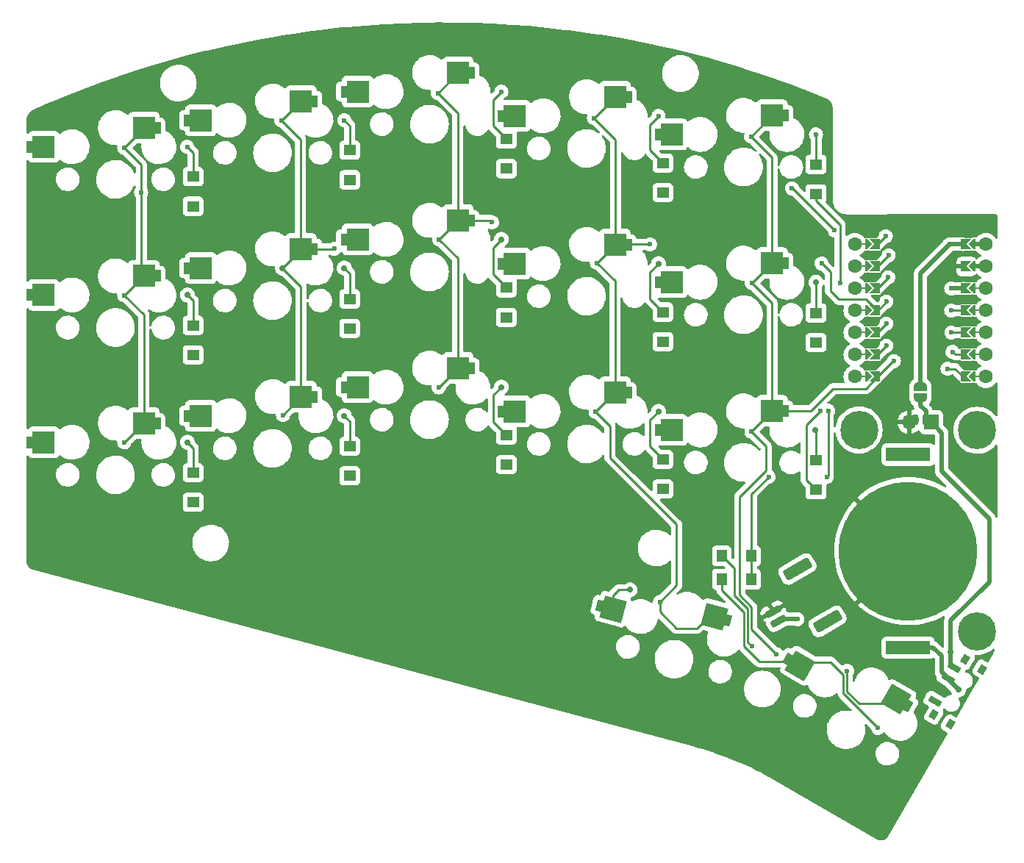
<source format=gtl>
G04 #@! TF.GenerationSoftware,KiCad,Pcbnew,(6.0.6-0)*
G04 #@! TF.CreationDate,2022-07-08T22:35:17+08:00*
G04 #@! TF.ProjectId,Kretstr_d,4b726574-7374-472e-9464-2e6b69636164,rev?*
G04 #@! TF.SameCoordinates,Original*
G04 #@! TF.FileFunction,Copper,L1,Top*
G04 #@! TF.FilePolarity,Positive*
%FSLAX46Y46*%
G04 Gerber Fmt 4.6, Leading zero omitted, Abs format (unit mm)*
G04 Created by KiCad (PCBNEW (6.0.6-0)) date 2022-07-08 22:35:17*
%MOMM*%
%LPD*%
G01*
G04 APERTURE LIST*
G04 Aperture macros list*
%AMRoundRect*
0 Rectangle with rounded corners*
0 $1 Rounding radius*
0 $2 $3 $4 $5 $6 $7 $8 $9 X,Y pos of 4 corners*
0 Add a 4 corners polygon primitive as box body*
4,1,4,$2,$3,$4,$5,$6,$7,$8,$9,$2,$3,0*
0 Add four circle primitives for the rounded corners*
1,1,$1+$1,$2,$3*
1,1,$1+$1,$4,$5*
1,1,$1+$1,$6,$7*
1,1,$1+$1,$8,$9*
0 Add four rect primitives between the rounded corners*
20,1,$1+$1,$2,$3,$4,$5,0*
20,1,$1+$1,$4,$5,$6,$7,0*
20,1,$1+$1,$6,$7,$8,$9,0*
20,1,$1+$1,$8,$9,$2,$3,0*%
%AMRotRect*
0 Rectangle, with rotation*
0 The origin of the aperture is its center*
0 $1 length*
0 $2 width*
0 $3 Rotation angle, in degrees counterclockwise*
0 Add horizontal line*
21,1,$1,$2,0,0,$3*%
%AMFreePoly0*
4,1,9,1.300000,-1.300000,-1.300000,-1.300000,-1.300000,-0.650000,-1.947000,-0.650000,-1.947000,0.650000,-1.300000,0.650000,-1.300000,1.300000,1.300000,1.300000,1.300000,-1.300000,1.300000,-1.300000,$1*%
%AMFreePoly1*
4,1,9,1.300000,0.650000,1.976200,0.650000,1.976200,-0.650000,1.300000,-0.650000,1.300000,-1.300000,-1.300000,-1.300000,-1.300000,1.300000,1.300000,1.300000,1.300000,0.650000,1.300000,0.650000,$1*%
%AMFreePoly2*
4,1,5,0.125000,-0.500000,-0.125000,-0.500000,-0.125000,0.500000,0.125000,0.500000,0.125000,-0.500000,0.125000,-0.500000,$1*%
%AMFreePoly3*
4,1,6,0.600000,0.200000,0.000000,-0.400000,-0.600000,0.200000,-0.600000,0.400000,0.600000,0.400000,0.600000,0.200000,0.600000,0.200000,$1*%
%AMFreePoly4*
4,1,5,0.254000,-0.500000,-0.254000,-0.500000,-0.254000,0.500000,0.254000,0.500000,0.254000,-0.500000,0.254000,-0.500000,$1*%
%AMFreePoly5*
4,1,6,0.600000,-0.250000,-0.600000,-0.250000,-0.600000,1.000000,0.000000,0.400000,0.600000,1.000000,0.600000,-0.250000,0.600000,-0.250000,$1*%
%AMFreePoly6*
4,1,22,0.500000,-0.750000,0.000000,-0.750000,0.000000,-0.745033,-0.079941,-0.743568,-0.215256,-0.701293,-0.333266,-0.622738,-0.424486,-0.514219,-0.481581,-0.384460,-0.499164,-0.250000,-0.500000,-0.250000,-0.500000,0.250000,-0.499164,0.250000,-0.499963,0.256109,-0.478152,0.396186,-0.417904,0.524511,-0.324060,0.630769,-0.204165,0.706417,-0.067858,0.745374,0.000000,0.744959,0.000000,0.750000,
0.500000,0.750000,0.500000,-0.750000,0.500000,-0.750000,$1*%
%AMFreePoly7*
4,1,20,0.000000,0.744959,0.073905,0.744508,0.209726,0.703889,0.328688,0.626782,0.421226,0.519385,0.479903,0.390333,0.500000,0.250000,0.500000,-0.250000,0.499851,-0.262216,0.476331,-0.402017,0.414519,-0.529596,0.319384,-0.634700,0.198574,-0.708877,0.061801,-0.746166,0.000000,-0.745033,0.000000,-0.750000,-0.500000,-0.750000,-0.500000,0.750000,0.000000,0.750000,0.000000,0.744959,
0.000000,0.744959,$1*%
G04 Aperture macros list end*
G04 #@! TA.AperFunction,ComponentPad*
%ADD10R,5.080000X1.537200*%
G04 #@! TD*
G04 #@! TA.AperFunction,ComponentPad*
%ADD11C,16.000000*%
G04 #@! TD*
G04 #@! TA.AperFunction,SMDPad,CuDef*
%ADD12FreePoly0,165.000000*%
G04 #@! TD*
G04 #@! TA.AperFunction,SMDPad,CuDef*
%ADD13FreePoly1,165.000000*%
G04 #@! TD*
G04 #@! TA.AperFunction,SMDPad,CuDef*
%ADD14FreePoly0,180.000000*%
G04 #@! TD*
G04 #@! TA.AperFunction,SMDPad,CuDef*
%ADD15FreePoly1,180.000000*%
G04 #@! TD*
G04 #@! TA.AperFunction,ComponentPad*
%ADD16C,4.400000*%
G04 #@! TD*
G04 #@! TA.AperFunction,ComponentPad*
%ADD17R,1.400000X1.200000*%
G04 #@! TD*
G04 #@! TA.AperFunction,SMDPad,CuDef*
%ADD18FreePoly2,90.000000*%
G04 #@! TD*
G04 #@! TA.AperFunction,SMDPad,CuDef*
%ADD19FreePoly3,90.000000*%
G04 #@! TD*
G04 #@! TA.AperFunction,ComponentPad*
%ADD20C,1.600000*%
G04 #@! TD*
G04 #@! TA.AperFunction,SMDPad,CuDef*
%ADD21FreePoly2,270.000000*%
G04 #@! TD*
G04 #@! TA.AperFunction,SMDPad,CuDef*
%ADD22FreePoly4,270.000000*%
G04 #@! TD*
G04 #@! TA.AperFunction,SMDPad,CuDef*
%ADD23FreePoly3,270.000000*%
G04 #@! TD*
G04 #@! TA.AperFunction,SMDPad,CuDef*
%ADD24FreePoly5,90.000000*%
G04 #@! TD*
G04 #@! TA.AperFunction,SMDPad,CuDef*
%ADD25FreePoly5,270.000000*%
G04 #@! TD*
G04 #@! TA.AperFunction,ComponentPad*
%ADD26R,1.700000X1.700000*%
G04 #@! TD*
G04 #@! TA.AperFunction,ComponentPad*
%ADD27O,1.700000X1.700000*%
G04 #@! TD*
G04 #@! TA.AperFunction,ComponentPad*
%ADD28R,1.200000X1.400000*%
G04 #@! TD*
G04 #@! TA.AperFunction,ComponentPad*
%ADD29FreePoly6,90.000000*%
G04 #@! TD*
G04 #@! TA.AperFunction,ComponentPad*
%ADD30FreePoly7,90.000000*%
G04 #@! TD*
G04 #@! TA.AperFunction,SMDPad,CuDef*
%ADD31RoundRect,0.200000X0.749519X0.201795X0.549519X0.548205X-0.749519X-0.201795X-0.549519X-0.548205X0*%
G04 #@! TD*
G04 #@! TA.AperFunction,SMDPad,CuDef*
%ADD32RoundRect,0.250000X1.434086X0.366090X1.034086X1.058910X-1.434086X-0.366090X-1.034086X-1.058910X0*%
G04 #@! TD*
G04 #@! TA.AperFunction,ComponentPad*
%ADD33RoundRect,0.200000X0.200000X0.450000X-0.200000X0.450000X-0.200000X-0.450000X0.200000X-0.450000X0*%
G04 #@! TD*
G04 #@! TA.AperFunction,ComponentPad*
%ADD34O,0.800000X1.300000*%
G04 #@! TD*
G04 #@! TA.AperFunction,SMDPad,CuDef*
%ADD35FreePoly0,150.000000*%
G04 #@! TD*
G04 #@! TA.AperFunction,SMDPad,CuDef*
%ADD36FreePoly1,150.000000*%
G04 #@! TD*
G04 #@! TA.AperFunction,SMDPad,CuDef*
%ADD37RotRect,1.000000X0.800000X60.000000*%
G04 #@! TD*
G04 #@! TA.AperFunction,SMDPad,CuDef*
%ADD38RotRect,0.700000X1.500000X60.000000*%
G04 #@! TD*
G04 #@! TA.AperFunction,ViaPad*
%ADD39C,0.600000*%
G04 #@! TD*
G04 #@! TA.AperFunction,ViaPad*
%ADD40C,0.700000*%
G04 #@! TD*
G04 #@! TA.AperFunction,Conductor*
%ADD41C,0.250000*%
G04 #@! TD*
G04 #@! TA.AperFunction,Conductor*
%ADD42C,0.508000*%
G04 #@! TD*
G04 #@! TA.AperFunction,Conductor*
%ADD43C,0.500000*%
G04 #@! TD*
G04 APERTURE END LIST*
D10*
X180744575Y-98053195D03*
X180744575Y-120290395D03*
D11*
X180744575Y-109171795D03*
D12*
X158469588Y-116721685D03*
D13*
X146743743Y-115857362D03*
D14*
X128884575Y-54038800D03*
D15*
X117334575Y-56238800D03*
D16*
X175086950Y-95203800D03*
D17*
X116428333Y-100481591D03*
X116428333Y-97081591D03*
D14*
X92714975Y-94430800D03*
D15*
X81164975Y-96630800D03*
D17*
X170123933Y-85139991D03*
X170123933Y-81739991D03*
D18*
X175701375Y-86536800D03*
D19*
X176209375Y-81456800D03*
X176209375Y-73836800D03*
D20*
X189696775Y-86536800D03*
D21*
X188604575Y-89076800D03*
D19*
X176209375Y-78916800D03*
X176209375Y-89076800D03*
X176209375Y-76376800D03*
D20*
X174594175Y-86536800D03*
D21*
X188604575Y-83996800D03*
D22*
X188604575Y-73836800D03*
D20*
X189696775Y-73836800D03*
D21*
X188604575Y-81456800D03*
D18*
X175701375Y-81456800D03*
D23*
X188096575Y-81456800D03*
D18*
X175701375Y-83996800D03*
D23*
X188096575Y-78916800D03*
D18*
X175701375Y-73836800D03*
D20*
X174594175Y-76376800D03*
D23*
X188096575Y-83996800D03*
X188096575Y-73836800D03*
D20*
X189696775Y-76376800D03*
X189696775Y-81456800D03*
D19*
X176209375Y-83996800D03*
D18*
X175701375Y-78916800D03*
D20*
X174594175Y-89076800D03*
X189696775Y-78916800D03*
X174594175Y-81456800D03*
D18*
X175701375Y-76376800D03*
D19*
X176209375Y-86536800D03*
D20*
X174594175Y-73836800D03*
X174594175Y-83996800D03*
D22*
X188604575Y-76376800D03*
D20*
X189696775Y-83996800D03*
D18*
X175701375Y-89076800D03*
D21*
X188604575Y-86536800D03*
D23*
X188096575Y-86536800D03*
X188096575Y-89076800D03*
D20*
X189696775Y-89076800D03*
D23*
X188096575Y-76376800D03*
D20*
X174594175Y-78916800D03*
D21*
X188604575Y-78916800D03*
D24*
X177225375Y-73836800D03*
X177225375Y-76376800D03*
X177225375Y-78916800D03*
X177225375Y-81456800D03*
X177225375Y-83996800D03*
X177225375Y-86536800D03*
X177225375Y-89076800D03*
D25*
X187080575Y-89076800D03*
X187080575Y-86536800D03*
X187080575Y-83996800D03*
X187080575Y-81456800D03*
X187080575Y-78916800D03*
X187080575Y-76376800D03*
X187080575Y-73836800D03*
D26*
X183402975Y-94329795D03*
D27*
X180862975Y-94329795D03*
D14*
X146969375Y-73856800D03*
D15*
X135419375Y-76056800D03*
D28*
X162670585Y-112408168D03*
X159270585Y-112408168D03*
D17*
X152496333Y-85035391D03*
X152496333Y-81635391D03*
D14*
X165054175Y-75990400D03*
D15*
X153504175Y-78190400D03*
D29*
X182152975Y-91525395D03*
D30*
X182152975Y-90225395D03*
D17*
X152496333Y-67867791D03*
X152496333Y-64467791D03*
D31*
X165807900Y-117215723D03*
X165182900Y-116133191D03*
D32*
X167979774Y-111227519D03*
X171454774Y-117246395D03*
D33*
X182777975Y-94024995D03*
D34*
X181527975Y-94024995D03*
D17*
X152496333Y-102005591D03*
X152496333Y-98605591D03*
X98394333Y-69442791D03*
X98394333Y-66042791D03*
D14*
X110799775Y-57346800D03*
D15*
X99249775Y-59546800D03*
D17*
X116428333Y-83511391D03*
X116428333Y-80111391D03*
D14*
X165054175Y-93008400D03*
D15*
X153504175Y-95208400D03*
D14*
X128884575Y-71056800D03*
D15*
X117334575Y-73256800D03*
D17*
X134462333Y-99205591D03*
X134462333Y-95805591D03*
X134462333Y-65118791D03*
X134462333Y-61718791D03*
D35*
X179389441Y-126233960D03*
D36*
X168286848Y-122364216D03*
D14*
X92714975Y-77463600D03*
D15*
X81164975Y-79663600D03*
D17*
X134462333Y-82235391D03*
X134462333Y-78835391D03*
D16*
X188675950Y-95254600D03*
D17*
X98394333Y-86559391D03*
X98394333Y-83159391D03*
X116428333Y-66394791D03*
X116428333Y-62994791D03*
D14*
X110799775Y-74364800D03*
D15*
X99249775Y-76564800D03*
D14*
X128884575Y-88074800D03*
D15*
X117334575Y-90274800D03*
D14*
X146969375Y-90874800D03*
D15*
X135419375Y-93074800D03*
D14*
X92714975Y-60394800D03*
D15*
X81164975Y-62594800D03*
D37*
X185601454Y-129103885D03*
X189251454Y-122781899D03*
X183687538Y-127998885D03*
X187337538Y-121676899D03*
D38*
X183824622Y-126461449D03*
X185324622Y-123863373D03*
X186074622Y-122564335D03*
D14*
X146969375Y-56838600D03*
D15*
X135419375Y-59038600D03*
D14*
X110799775Y-91382800D03*
D15*
X99249775Y-93582800D03*
D28*
X162670585Y-109715768D03*
X159270585Y-109715768D03*
D17*
X98394333Y-103529591D03*
X98394333Y-100129591D03*
X170123933Y-102110191D03*
X170123933Y-98710191D03*
D16*
X188675950Y-118406010D03*
D14*
X165054175Y-58972400D03*
D15*
X153504175Y-61172400D03*
D17*
X170123933Y-68023391D03*
X170123933Y-64623391D03*
D39*
X185705975Y-81462400D03*
X172891868Y-78324811D03*
D40*
X81164975Y-62594800D03*
D39*
X97714975Y-62594800D03*
X185714486Y-83990168D03*
X115799775Y-59546800D03*
D40*
X99249775Y-59546800D03*
D39*
X170631268Y-93007411D03*
X185856574Y-86212195D03*
X133884575Y-56238800D03*
D40*
X117334575Y-56238800D03*
D39*
X185280483Y-88159886D03*
X164672974Y-100609395D03*
X171520268Y-93007411D03*
X171378574Y-100609395D03*
X151988333Y-59055991D03*
D40*
X135419375Y-59038600D03*
X153504175Y-61172400D03*
D39*
X170123933Y-61172400D03*
D40*
X81164975Y-79663600D03*
X97714975Y-79663600D03*
X99249775Y-76564800D03*
X115799775Y-76564800D03*
D39*
X117334575Y-73256800D03*
D40*
X133884575Y-73256800D03*
X151969375Y-76056800D03*
X135419375Y-76056800D03*
X153504175Y-78190400D03*
X170108574Y-78206595D03*
X81164975Y-96630800D03*
X97714975Y-96630800D03*
X99249775Y-93582800D03*
X115799775Y-93582800D03*
D39*
X117334575Y-90274800D03*
D40*
X133884575Y-90274800D03*
X151969375Y-93074800D03*
D39*
X135419375Y-93074800D03*
D40*
X170063849Y-95218074D03*
X153504175Y-95208400D03*
X148711068Y-113630811D03*
D39*
X162729816Y-120140817D03*
X177260668Y-129531211D03*
D40*
X170656668Y-72990811D03*
X104325585Y-81572568D03*
X179709774Y-76356995D03*
X104477985Y-96253768D03*
X185367375Y-76357000D03*
X140698385Y-80607368D03*
X122816785Y-96196968D03*
X158579985Y-82893368D03*
X167920271Y-115274457D03*
X168828533Y-83643191D03*
X114533350Y-54889400D03*
X140749185Y-95745768D03*
X187888550Y-91241400D03*
X182402174Y-71378595D03*
X149803933Y-69342991D03*
X170413350Y-57683400D03*
X122359585Y-79432968D03*
X158783185Y-98285768D03*
D39*
X96448574Y-75361795D03*
X185705975Y-78922400D03*
X167354668Y-67396891D03*
X178153775Y-72902600D03*
X90454174Y-79705200D03*
X90454174Y-62712595D03*
X90454174Y-96646995D03*
X172267368Y-72228811D03*
X92399933Y-67843395D03*
X108538974Y-59562995D03*
X178490574Y-75087991D03*
X114634974Y-74345795D03*
D40*
X108691374Y-76580995D03*
D39*
X108742174Y-93497395D03*
X126674574Y-90316400D03*
X126725374Y-73278995D03*
X178439774Y-77626995D03*
X132821374Y-71297795D03*
X126572974Y-56413395D03*
X144886374Y-75971395D03*
X144556174Y-59283595D03*
X144733974Y-93116395D03*
X151007774Y-73837795D03*
X170761179Y-76021695D03*
X152142774Y-115026420D03*
X178236574Y-80420995D03*
X173716975Y-122958960D03*
X162640974Y-61417195D03*
X162681068Y-95402395D03*
X165587374Y-121056395D03*
X162742574Y-78294291D03*
X179100174Y-87278995D03*
X178236574Y-85500995D03*
X178236574Y-82960995D03*
D40*
X186518238Y-125151687D03*
D39*
X167964268Y-117009011D03*
X185502775Y-73842400D03*
D40*
X185642668Y-120793611D03*
D41*
X172891868Y-71595207D02*
X170123933Y-68827272D01*
X170123933Y-68827272D02*
X170123933Y-68023391D01*
X172891868Y-78324811D02*
X172891868Y-71595207D01*
X185705975Y-81462400D02*
X187074975Y-81462400D01*
X97714975Y-62594800D02*
X98394333Y-63274158D01*
X98394333Y-63274158D02*
X98394333Y-66042791D01*
X185714486Y-83990168D02*
X185721118Y-83996800D01*
X185721118Y-83996800D02*
X187080575Y-83996800D01*
X115799775Y-59546800D02*
X116428333Y-60175358D01*
X116428333Y-60175358D02*
X116428333Y-62994791D01*
X168990974Y-100977232D02*
X170123933Y-102110191D01*
X168990974Y-94647705D02*
X168990974Y-100977232D01*
X186181179Y-86536800D02*
X185856574Y-86212195D01*
X187080575Y-86536800D02*
X186181179Y-86536800D01*
X170631268Y-93007411D02*
X168990974Y-94647705D01*
X133884575Y-56238800D02*
X132922974Y-57200401D01*
X132922974Y-60179432D02*
X134462333Y-61718791D01*
X132922974Y-57200401D02*
X132922974Y-60179432D01*
X162670585Y-109715768D02*
X162670585Y-102611784D01*
X162670585Y-102611784D02*
X164672974Y-100609395D01*
X185280483Y-88159886D02*
X186163661Y-88159886D01*
X171520268Y-93007411D02*
X171520268Y-100467701D01*
X186163661Y-88159886D02*
X187080575Y-89076800D01*
X171520268Y-100467701D02*
X171378574Y-100609395D01*
X162670585Y-112408168D02*
X162670585Y-109715768D01*
X151988333Y-59055991D02*
X150956974Y-60087350D01*
X150956974Y-60087350D02*
X150956974Y-62928432D01*
X150956974Y-62928432D02*
X152496333Y-64467791D01*
X170123933Y-61172400D02*
X170123933Y-64623391D01*
X98394333Y-80342958D02*
X97714975Y-79663600D01*
X98394333Y-83159391D02*
X98394333Y-80342958D01*
X116428333Y-80111391D02*
X116428333Y-77193358D01*
X116428333Y-77193358D02*
X115799775Y-76564800D01*
X134462333Y-78835391D02*
X132922974Y-77296032D01*
X132922974Y-77296032D02*
X132922974Y-74218401D01*
X132922974Y-74218401D02*
X133884575Y-73256800D01*
X151007774Y-80146832D02*
X151007774Y-77018401D01*
X152496333Y-81635391D02*
X151007774Y-80146832D01*
X151007774Y-77018401D02*
X151969375Y-76056800D01*
X170123933Y-78221954D02*
X170123933Y-81739991D01*
X170108574Y-78206595D02*
X170123933Y-78221954D01*
X98394333Y-100129591D02*
X98394333Y-97310158D01*
X98394333Y-97310158D02*
X97714975Y-96630800D01*
X116428333Y-97081591D02*
X116428333Y-94211358D01*
X116428333Y-94211358D02*
X115799775Y-93582800D01*
X132973774Y-91185601D02*
X133884575Y-90274800D01*
X134462333Y-95805591D02*
X132973774Y-94317032D01*
X132973774Y-94317032D02*
X132973774Y-91185601D01*
X151007774Y-94036401D02*
X151969375Y-93074800D01*
X151007774Y-97117032D02*
X151007774Y-94036401D01*
X152496333Y-98605591D02*
X151007774Y-97117032D01*
X170123933Y-98710191D02*
X170123933Y-95278158D01*
X170123933Y-95278158D02*
X170063849Y-95218074D01*
X160710574Y-114249195D02*
X162252774Y-115791395D01*
X162252774Y-119663775D02*
X162729816Y-120140817D01*
X146743743Y-114277336D02*
X146743743Y-115857362D01*
X148711068Y-113630811D02*
X147390268Y-113630811D01*
X162252774Y-115791395D02*
X162252774Y-119663775D01*
X147390268Y-113630811D02*
X146743743Y-114277336D01*
X160710574Y-111155757D02*
X160710574Y-114249195D01*
X159270585Y-109715768D02*
X160710574Y-111155757D01*
X173266975Y-125537518D02*
X173266975Y-123392844D01*
X161802774Y-116179595D02*
X161802774Y-120118517D01*
X159270585Y-112408168D02*
X159270585Y-113647406D01*
X171836142Y-121962011D02*
X168689053Y-121962011D01*
X163578852Y-121894595D02*
X167817227Y-121894595D01*
X159270585Y-113647406D02*
X161802774Y-116179595D01*
X161802774Y-120118517D02*
X163578852Y-121894595D01*
X177260668Y-129531211D02*
X173266975Y-125537518D01*
X173266975Y-123392844D02*
X171836142Y-121962011D01*
D42*
X185387175Y-76376800D02*
X185367375Y-76357000D01*
X187080575Y-76376800D02*
X185387175Y-76376800D01*
D43*
X187074975Y-78922400D02*
X187080575Y-78916800D01*
X185705975Y-78922400D02*
X187074975Y-78922400D01*
D41*
X167435448Y-67396891D02*
X167354668Y-67396891D01*
X90454174Y-96646995D02*
X92230569Y-94870600D01*
X92399933Y-67843395D02*
X92399933Y-64658354D01*
X90454174Y-62712595D02*
X92230569Y-60936200D01*
X90454174Y-79705200D02*
X92357574Y-77801800D01*
X92399933Y-67843395D02*
X92399933Y-77148558D01*
X90454174Y-79705200D02*
X92714975Y-81966001D01*
X178153775Y-72902600D02*
X177225375Y-73831000D01*
X92399933Y-64658354D02*
X90454174Y-62712595D01*
X92714975Y-81966001D02*
X92714975Y-94430800D01*
X172267368Y-72228811D02*
X167435448Y-67396891D01*
X110799775Y-78689396D02*
X110799775Y-91382800D01*
X178490574Y-75087991D02*
X178490574Y-75111601D01*
X110761064Y-61785085D02*
X110761064Y-74409768D01*
X178490574Y-75111601D02*
X177225375Y-76376800D01*
X110467769Y-91771800D02*
X108742174Y-93497395D01*
X108691374Y-76580995D02*
X110799775Y-78689396D01*
X108691374Y-76580995D02*
X110425369Y-74847000D01*
X114615969Y-74364800D02*
X110799775Y-74364800D01*
X114634974Y-74345795D02*
X114615969Y-74364800D01*
X110315369Y-57786600D02*
X108538974Y-59562995D01*
X108538974Y-59562995D02*
X110761064Y-61785085D01*
X178439774Y-77626995D02*
X178439774Y-77702401D01*
X128884575Y-58724996D02*
X128884575Y-71056800D01*
X126725374Y-73278995D02*
X128884575Y-75438196D01*
X128884575Y-75438196D02*
X128884575Y-88074800D01*
X178439774Y-77702401D02*
X177225375Y-78916800D01*
X132821374Y-71297795D02*
X132580379Y-71056800D01*
X132580379Y-71056800D02*
X128884575Y-71056800D01*
X126572974Y-56413395D02*
X128202969Y-54783400D01*
X126572974Y-56413395D02*
X128884575Y-58724996D01*
X126674574Y-90316400D02*
X128374774Y-88616200D01*
X126725374Y-73278995D02*
X128456969Y-71547400D01*
X154055774Y-113113420D02*
X152142774Y-115026420D01*
X147045374Y-61772795D02*
X147045374Y-73634595D01*
X154045068Y-118050411D02*
X156432668Y-118050411D01*
X156432668Y-118050411D02*
X157761394Y-116721685D01*
X146374933Y-98400591D02*
X146374933Y-94757354D01*
X146586569Y-91263800D02*
X144733974Y-93116395D01*
X177206495Y-81475680D02*
X175910983Y-80180168D01*
X178236574Y-80445601D02*
X177206495Y-81475680D01*
X144556174Y-59283595D02*
X147045374Y-61772795D01*
X146374933Y-94757354D02*
X144733974Y-93116395D01*
X154055774Y-113113420D02*
X154055774Y-106081432D01*
X151007774Y-73837795D02*
X146988380Y-73837795D01*
X171774268Y-77034784D02*
X170761179Y-76021695D01*
X171774268Y-79184411D02*
X171774268Y-77034784D01*
X154055774Y-106081432D02*
X146374933Y-98400591D01*
X172770025Y-80180168D02*
X171774268Y-79184411D01*
X146969375Y-78054396D02*
X146969375Y-90874800D01*
X144886374Y-75971395D02*
X146484768Y-74373001D01*
X152142774Y-116148117D02*
X154045068Y-118050411D01*
X152142774Y-115026420D02*
X152142774Y-116148117D01*
X175910983Y-80180168D02*
X172770025Y-80180168D01*
X144886374Y-75971395D02*
X146969375Y-78054396D01*
X144556174Y-59283595D02*
X146408969Y-57430800D01*
X178236574Y-80420995D02*
X178236574Y-80445601D01*
X162702774Y-115604999D02*
X162702774Y-118207695D01*
X169536679Y-93008400D02*
X165054175Y-93008400D01*
X175086448Y-126720595D02*
X173716975Y-125351122D01*
X162681068Y-95402395D02*
X164371185Y-97092512D01*
X164371185Y-97092512D02*
X164371185Y-99884572D01*
X178902806Y-126720595D02*
X175086448Y-126720595D01*
X162681068Y-95402395D02*
X165054175Y-93029288D01*
X179023955Y-87278995D02*
X177226150Y-89076800D01*
X165551474Y-121056395D02*
X165587374Y-121056395D01*
X161320174Y-102935583D02*
X161320174Y-114222399D01*
X177225375Y-89076800D02*
X175836164Y-90466011D01*
X172079068Y-90466011D02*
X169536679Y-93008400D01*
X164371185Y-99884572D02*
X161320174Y-102935583D01*
X162640974Y-61417195D02*
X165054175Y-63830396D01*
X162640974Y-61417195D02*
X164442769Y-59615400D01*
X175836164Y-90466011D02*
X172079068Y-90466011D01*
X162702774Y-118207695D02*
X165551474Y-121056395D01*
X162742574Y-78294291D02*
X164606665Y-76430200D01*
X165054175Y-80605892D02*
X165054175Y-93008400D01*
X179100174Y-87278995D02*
X179023955Y-87278995D01*
X162742574Y-78294291D02*
X165054175Y-80605892D01*
X173716975Y-125351122D02*
X173716975Y-122958960D01*
X161320174Y-114222399D02*
X162702774Y-115604999D01*
X165054175Y-63830396D02*
X165054175Y-75990400D01*
X178236574Y-85525601D02*
X177225375Y-86536800D01*
X178236574Y-85500995D02*
X178236574Y-85525601D01*
X178236574Y-82985601D02*
X177225375Y-83996800D01*
X178236574Y-82960995D02*
X178236574Y-82985601D01*
D43*
X184575868Y-123114619D02*
X184575868Y-121250811D01*
X183615452Y-120290395D02*
X180744575Y-120290395D01*
X184575868Y-121250811D02*
X183615452Y-120290395D01*
X186518238Y-125151687D02*
X185324622Y-123958071D01*
D42*
X167964268Y-117009011D02*
X166014612Y-117009011D01*
D43*
X185324622Y-123863373D02*
X184575868Y-123114619D01*
D42*
X182152975Y-90225395D02*
X182152975Y-77192200D01*
X187074975Y-73842400D02*
X187080575Y-73836800D01*
X185502775Y-73842400D02*
X187074975Y-73842400D01*
X182152975Y-77192200D02*
X185502775Y-73842400D01*
D43*
X184601268Y-95528088D02*
X183402975Y-94329795D01*
D42*
X182777975Y-93029196D02*
X182777975Y-94024995D01*
D43*
X190062268Y-112716411D02*
X190062268Y-105461411D01*
X185642668Y-117136011D02*
X190062268Y-112716411D01*
X185642668Y-122132381D02*
X186074622Y-122564335D01*
X190062268Y-105461411D02*
X184601268Y-100000411D01*
X185642668Y-120793611D02*
X185642668Y-117136011D01*
D42*
X182152975Y-92404196D02*
X182777975Y-93029196D01*
D43*
X185642668Y-120793611D02*
X185642668Y-122132381D01*
X184601268Y-100000411D02*
X184601268Y-95528088D01*
D42*
X182152975Y-91525395D02*
X182152975Y-92404196D01*
G04 #@! TA.AperFunction,Conductor*
G36*
X127629802Y-48278490D02*
G01*
X128702975Y-48282965D01*
X128705180Y-48282995D01*
X130789697Y-48329234D01*
X130791930Y-48329303D01*
X132875215Y-48413068D01*
X132877436Y-48413177D01*
X134958969Y-48534447D01*
X134961227Y-48534600D01*
X137040123Y-48693325D01*
X137042359Y-48693516D01*
X139118154Y-48889659D01*
X139120332Y-48889885D01*
X140471248Y-49042123D01*
X141192199Y-49123369D01*
X141194451Y-49123643D01*
X141711720Y-49191389D01*
X143261842Y-49394406D01*
X143263992Y-49394707D01*
X144976055Y-49650370D01*
X145326124Y-49702646D01*
X145328365Y-49703001D01*
X147384624Y-50048026D01*
X147386859Y-50048422D01*
X149436492Y-50430402D01*
X149438712Y-50430836D01*
X151481248Y-50849686D01*
X151483425Y-50850152D01*
X152554360Y-51089936D01*
X153518049Y-51305707D01*
X153520259Y-51306223D01*
X155546304Y-51798330D01*
X155548503Y-51798885D01*
X156613098Y-52077858D01*
X157565412Y-52327409D01*
X157567546Y-52327988D01*
X159574625Y-52892750D01*
X159576726Y-52893361D01*
X160728574Y-53239975D01*
X161573363Y-53494189D01*
X161575529Y-53494863D01*
X162195130Y-53693549D01*
X163560886Y-54131504D01*
X163562973Y-54132193D01*
X164861929Y-54574676D01*
X165536642Y-54804514D01*
X165538783Y-54805265D01*
X167499944Y-55512988D01*
X167502071Y-55513777D01*
X169450218Y-56256719D01*
X169452331Y-56257547D01*
X171331233Y-57013110D01*
X171350638Y-57023331D01*
X171353136Y-57024522D01*
X171360612Y-57029498D01*
X171368634Y-57032003D01*
X171368883Y-57032138D01*
X171372560Y-57033799D01*
X171372829Y-57033898D01*
X171380010Y-57038260D01*
X171388680Y-57040579D01*
X171396576Y-57043951D01*
X171408608Y-57049865D01*
X171516447Y-57110197D01*
X171532646Y-57120982D01*
X171658412Y-57219537D01*
X171672752Y-57232683D01*
X171781851Y-57349438D01*
X171793991Y-57364631D01*
X171809768Y-57387845D01*
X171883806Y-57496788D01*
X171893469Y-57513680D01*
X171912025Y-57552861D01*
X171961159Y-57656605D01*
X171961861Y-57658088D01*
X171968807Y-57676267D01*
X172014145Y-57829483D01*
X172018209Y-57848513D01*
X172035217Y-57975534D01*
X172035512Y-57992683D01*
X172035627Y-57992678D01*
X172036018Y-58001648D01*
X172035134Y-58010579D01*
X172036792Y-58019396D01*
X172037706Y-58024259D01*
X172039875Y-58047539D01*
X172039875Y-68753091D01*
X172038532Y-68771436D01*
X172034649Y-68797821D01*
X172034755Y-68810374D01*
X172035543Y-68815169D01*
X172036610Y-68821669D01*
X172037733Y-68830418D01*
X172056852Y-69035976D01*
X172056855Y-69035992D01*
X172057275Y-69040511D01*
X172111572Y-69265198D01*
X172197628Y-69479736D01*
X172230170Y-69535810D01*
X172311370Y-69675728D01*
X172311373Y-69675733D01*
X172313653Y-69679661D01*
X172457234Y-69860815D01*
X172460539Y-69863932D01*
X172460543Y-69863937D01*
X172622072Y-70016307D01*
X172625382Y-70019429D01*
X172814600Y-70152202D01*
X172818656Y-70154249D01*
X172818660Y-70154252D01*
X172881173Y-70185810D01*
X173020950Y-70256373D01*
X173240141Y-70329773D01*
X173244607Y-70330580D01*
X173244611Y-70330581D01*
X173463137Y-70370068D01*
X173463143Y-70370069D01*
X173467611Y-70370876D01*
X173472151Y-70371032D01*
X173472158Y-70371033D01*
X173660233Y-70377506D01*
X173672100Y-70378477D01*
X173686122Y-70380295D01*
X173691384Y-70380160D01*
X173693815Y-70380098D01*
X173693820Y-70380097D01*
X173698671Y-70379973D01*
X173703449Y-70379103D01*
X173703453Y-70379103D01*
X173714398Y-70377111D01*
X173736879Y-70375075D01*
X182886842Y-70369330D01*
X190786107Y-70364370D01*
X190805422Y-70365847D01*
X190829308Y-70369537D01*
X190838204Y-70368363D01*
X190844838Y-70368436D01*
X190868228Y-70370889D01*
X190883064Y-70373865D01*
X190929037Y-70393147D01*
X190948051Y-70406052D01*
X190948069Y-70406064D01*
X190982966Y-70441671D01*
X190995494Y-70460953D01*
X191013849Y-70507305D01*
X191016660Y-70522940D01*
X191018173Y-70543862D01*
X191017334Y-70548587D01*
X191018307Y-70557500D01*
X191018307Y-70557503D01*
X191021531Y-70587030D01*
X191022275Y-70600705D01*
X191022275Y-73048889D01*
X191002273Y-73117010D01*
X190948617Y-73163503D01*
X190878343Y-73173607D01*
X190813763Y-73144113D01*
X190793062Y-73121160D01*
X190706132Y-72997011D01*
X190706130Y-72997008D01*
X190702973Y-72992500D01*
X190541075Y-72830602D01*
X190536567Y-72827445D01*
X190536564Y-72827443D01*
X190425117Y-72749407D01*
X190353524Y-72699277D01*
X190348542Y-72696954D01*
X190348537Y-72696951D01*
X190151000Y-72604839D01*
X190150999Y-72604839D01*
X190146018Y-72602516D01*
X190140710Y-72601094D01*
X190140708Y-72601093D01*
X189930177Y-72544681D01*
X189930175Y-72544681D01*
X189924862Y-72543257D01*
X189696775Y-72523302D01*
X189468688Y-72543257D01*
X189463375Y-72544681D01*
X189463373Y-72544681D01*
X189252842Y-72601093D01*
X189252840Y-72601094D01*
X189247532Y-72602516D01*
X189242551Y-72604839D01*
X189242550Y-72604839D01*
X189045013Y-72696951D01*
X189045008Y-72696954D01*
X189040026Y-72699277D01*
X188968433Y-72749407D01*
X188856986Y-72827443D01*
X188856983Y-72827445D01*
X188852475Y-72830602D01*
X188690577Y-72992500D01*
X188687419Y-72997010D01*
X188687414Y-72997016D01*
X188674583Y-73015341D01*
X188619126Y-73059670D01*
X188571370Y-73069071D01*
X188104575Y-73069071D01*
X188076961Y-73071046D01*
X188038202Y-73073818D01*
X188038201Y-73073818D01*
X188031464Y-73074300D01*
X187962540Y-73094538D01*
X187899813Y-73112956D01*
X187899810Y-73112957D01*
X187891164Y-73115496D01*
X187883581Y-73120369D01*
X187877941Y-73122945D01*
X187825599Y-73134331D01*
X187401908Y-73134331D01*
X187354809Y-73125197D01*
X187334226Y-73116902D01*
X187283149Y-73096317D01*
X187275912Y-73095216D01*
X187114602Y-73070676D01*
X187114598Y-73070676D01*
X187107368Y-73069576D01*
X187100076Y-73070169D01*
X187100073Y-73070169D01*
X186985546Y-73079485D01*
X186975331Y-73079900D01*
X185793508Y-73079900D01*
X185751241Y-73072599D01*
X185741334Y-73069071D01*
X185729025Y-73064688D01*
X185695199Y-73052643D01*
X185695197Y-73052643D01*
X185688565Y-73050281D01*
X185681577Y-73049448D01*
X185681574Y-73049447D01*
X185558473Y-73034768D01*
X185508455Y-73028804D01*
X185501452Y-73029540D01*
X185501451Y-73029540D01*
X185335063Y-73047028D01*
X185335061Y-73047029D01*
X185328063Y-73047764D01*
X185156354Y-73106218D01*
X185121902Y-73127413D01*
X185007870Y-73197566D01*
X185007867Y-73197568D01*
X185001863Y-73201262D01*
X184996828Y-73206193D01*
X184996825Y-73206195D01*
X184918779Y-73282624D01*
X184872268Y-73328171D01*
X184774010Y-73480638D01*
X184772201Y-73485608D01*
X184749144Y-73517693D01*
X181661447Y-76605390D01*
X181647034Y-76617777D01*
X181629411Y-76630746D01*
X181612119Y-76651100D01*
X181594996Y-76671255D01*
X181588066Y-76678771D01*
X181582322Y-76684515D01*
X181580048Y-76687389D01*
X181580042Y-76687396D01*
X181564603Y-76706911D01*
X181561812Y-76710315D01*
X181519030Y-76760672D01*
X181519027Y-76760676D01*
X181514291Y-76766251D01*
X181510963Y-76772768D01*
X181507586Y-76777832D01*
X181504359Y-76783056D01*
X181499815Y-76788800D01*
X181488318Y-76813399D01*
X181468743Y-76855282D01*
X181466812Y-76859233D01*
X181451846Y-76888542D01*
X181433432Y-76924604D01*
X181431691Y-76931719D01*
X181429557Y-76937457D01*
X181427631Y-76943245D01*
X181424531Y-76949879D01*
X181417670Y-76982867D01*
X181409582Y-77021750D01*
X181408612Y-77026034D01*
X181391171Y-77097312D01*
X181390475Y-77108530D01*
X181390436Y-77108528D01*
X181390203Y-77112429D01*
X181389814Y-77116788D01*
X181388323Y-77123956D01*
X181388521Y-77131273D01*
X181390429Y-77201777D01*
X181390475Y-77205186D01*
X181390475Y-89280917D01*
X181370473Y-89349038D01*
X181332360Y-89387066D01*
X181295478Y-89410653D01*
X181186977Y-89504143D01*
X181091225Y-89613906D01*
X181088787Y-89617667D01*
X181088785Y-89617670D01*
X181065716Y-89653262D01*
X181013325Y-89734091D01*
X181011449Y-89738152D01*
X181011448Y-89738153D01*
X180960906Y-89847537D01*
X180952227Y-89866319D01*
X180936780Y-89917970D01*
X180915649Y-89988631D01*
X180911191Y-90003537D01*
X180910529Y-90007969D01*
X180910528Y-90007972D01*
X180897607Y-90094433D01*
X180889663Y-90147591D01*
X180889342Y-90200165D01*
X180888846Y-90281365D01*
X180888788Y-90290812D01*
X180889123Y-90293256D01*
X180889246Y-90297051D01*
X180889246Y-90725395D01*
X180894475Y-90798506D01*
X180904754Y-90833511D01*
X180905142Y-90834833D01*
X180908963Y-90888263D01*
X180889246Y-91025395D01*
X180889246Y-91515403D01*
X180889244Y-91516173D01*
X180888886Y-91574800D01*
X180888788Y-91590812D01*
X180896413Y-91646478D01*
X180906302Y-91718671D01*
X180908555Y-91735122D01*
X180947912Y-91872831D01*
X181007389Y-92005793D01*
X181009775Y-92009575D01*
X181009779Y-92009582D01*
X181046461Y-92067719D01*
X181083815Y-92126921D01*
X181178221Y-92237847D01*
X181181585Y-92240818D01*
X181240751Y-92293071D01*
X181285572Y-92332655D01*
X181289315Y-92335114D01*
X181289318Y-92335116D01*
X181335357Y-92365358D01*
X181381312Y-92419476D01*
X181391332Y-92456076D01*
X181393786Y-92477120D01*
X181394213Y-92481440D01*
X181400166Y-92554622D01*
X181402422Y-92561584D01*
X181403618Y-92567572D01*
X181405026Y-92573529D01*
X181405874Y-92580803D01*
X181408372Y-92587685D01*
X181408373Y-92587689D01*
X181430920Y-92649803D01*
X181432341Y-92653941D01*
X181453838Y-92720300D01*
X181455803Y-92791270D01*
X181419087Y-92852035D01*
X181360167Y-92882378D01*
X181252303Y-92905305D01*
X181239805Y-92909366D01*
X181133527Y-92956685D01*
X181121671Y-92966762D01*
X181116975Y-92982477D01*
X181116975Y-95648312D01*
X181121039Y-95662154D01*
X181134453Y-95664188D01*
X181141159Y-95663329D01*
X181151237Y-95661187D01*
X181355230Y-95599986D01*
X181364817Y-95596228D01*
X181556070Y-95502534D01*
X181564920Y-95497259D01*
X181738303Y-95373587D01*
X181746168Y-95366940D01*
X181850872Y-95262600D01*
X181913243Y-95228684D01*
X181984050Y-95233872D01*
X182040812Y-95276518D01*
X182057794Y-95307621D01*
X182080531Y-95368271D01*
X182102360Y-95426500D01*
X182189714Y-95543056D01*
X182306270Y-95630410D01*
X182442659Y-95681540D01*
X182504841Y-95688295D01*
X183636604Y-95688295D01*
X183704725Y-95708297D01*
X183725699Y-95725200D01*
X183805863Y-95805364D01*
X183839889Y-95867676D01*
X183842768Y-95894459D01*
X183842768Y-96815537D01*
X183822766Y-96883658D01*
X183769110Y-96930151D01*
X183698836Y-96940255D01*
X183641203Y-96916363D01*
X183640537Y-96915864D01*
X183531280Y-96833980D01*
X183394891Y-96782850D01*
X183332709Y-96776095D01*
X178156441Y-96776095D01*
X178094259Y-96782850D01*
X177957870Y-96833980D01*
X177841314Y-96921334D01*
X177753960Y-97037890D01*
X177702830Y-97174279D01*
X177696075Y-97236461D01*
X177696075Y-98869929D01*
X177702830Y-98932111D01*
X177753960Y-99068500D01*
X177841314Y-99185056D01*
X177957870Y-99272410D01*
X178094259Y-99323540D01*
X178156441Y-99330295D01*
X183332709Y-99330295D01*
X183394891Y-99323540D01*
X183531280Y-99272410D01*
X183641203Y-99190027D01*
X183707709Y-99165179D01*
X183777092Y-99180232D01*
X183827322Y-99230406D01*
X183842768Y-99290853D01*
X183842768Y-99933341D01*
X183841335Y-99952291D01*
X183838069Y-99973760D01*
X183838662Y-99981052D01*
X183838662Y-99981055D01*
X183842353Y-100026429D01*
X183842768Y-100036644D01*
X183842768Y-100044704D01*
X183843193Y-100048348D01*
X183846057Y-100072918D01*
X183846490Y-100077293D01*
X183850977Y-100132450D01*
X183852408Y-100150048D01*
X183854664Y-100157012D01*
X183855855Y-100162971D01*
X183857239Y-100168826D01*
X183858086Y-100176092D01*
X183883003Y-100244738D01*
X183884420Y-100248866D01*
X183906917Y-100318310D01*
X183910713Y-100324565D01*
X183913219Y-100330039D01*
X183915938Y-100335469D01*
X183918435Y-100342348D01*
X183922448Y-100348468D01*
X183922448Y-100348469D01*
X183958454Y-100403387D01*
X183960791Y-100407091D01*
X183998673Y-100469518D01*
X184002389Y-100473726D01*
X184002390Y-100473727D01*
X184006071Y-100477895D01*
X184006044Y-100477919D01*
X184008697Y-100480911D01*
X184011400Y-100484144D01*
X184015412Y-100490263D01*
X184020724Y-100495295D01*
X184071651Y-100543539D01*
X184074093Y-100545917D01*
X185110488Y-101582312D01*
X185144514Y-101644624D01*
X185139449Y-101715439D01*
X185096902Y-101772275D01*
X185030382Y-101797086D01*
X184959252Y-101781018D01*
X184690470Y-101628639D01*
X184686648Y-101626641D01*
X184168273Y-101377720D01*
X184164355Y-101376000D01*
X183630216Y-101162901D01*
X183626215Y-101161461D01*
X183078809Y-100985180D01*
X183074708Y-100984012D01*
X182516604Y-100845379D01*
X182512409Y-100844487D01*
X181946176Y-100744135D01*
X181941923Y-100743530D01*
X181370191Y-100681925D01*
X181365897Y-100681609D01*
X180791279Y-100659033D01*
X180787020Y-100659010D01*
X180212187Y-100675568D01*
X180207897Y-100675838D01*
X179635563Y-100731453D01*
X179631281Y-100732016D01*
X179064027Y-100826433D01*
X179059848Y-100827276D01*
X178500325Y-100960057D01*
X178496175Y-100961192D01*
X177947022Y-101131709D01*
X177942917Y-101133139D01*
X177406635Y-101340611D01*
X177402672Y-101342301D01*
X176881730Y-101585773D01*
X176877882Y-101587734D01*
X176374706Y-101866075D01*
X176371010Y-101868287D01*
X175887907Y-102180223D01*
X175884397Y-102182663D01*
X175423617Y-102526743D01*
X175420291Y-102529408D01*
X174983983Y-102904030D01*
X174980827Y-102906932D01*
X174922227Y-102964619D01*
X174914506Y-102978498D01*
X174914606Y-102980072D01*
X174919073Y-102987083D01*
X181014690Y-109082700D01*
X181048716Y-109145012D01*
X181043651Y-109215827D01*
X181014690Y-109260890D01*
X174921685Y-115353895D01*
X174914074Y-115367833D01*
X174920271Y-115376916D01*
X175282352Y-115701223D01*
X175285618Y-115703954D01*
X175739094Y-116057612D01*
X175742561Y-116060130D01*
X176219027Y-116382115D01*
X176222645Y-116384385D01*
X176719921Y-116673226D01*
X176723684Y-116675244D01*
X177239431Y-116929582D01*
X177243360Y-116931356D01*
X177775223Y-117150032D01*
X177779215Y-117151516D01*
X178324736Y-117333516D01*
X178328837Y-117334730D01*
X178885454Y-117479199D01*
X178889630Y-117480133D01*
X179454808Y-117586414D01*
X179459008Y-117587057D01*
X180030102Y-117654650D01*
X180034377Y-117655009D01*
X180608726Y-117683602D01*
X180612989Y-117683669D01*
X181187972Y-117673130D01*
X181192242Y-117672906D01*
X181765149Y-117623288D01*
X181769421Y-117622771D01*
X182337617Y-117534301D01*
X182341848Y-117533494D01*
X182902722Y-117406582D01*
X182906857Y-117405497D01*
X183457807Y-117240727D01*
X183461874Y-117239359D01*
X184000333Y-117037501D01*
X184004296Y-117035860D01*
X184527795Y-116797840D01*
X184531618Y-116795941D01*
X184773273Y-116665552D01*
X184842722Y-116650808D01*
X184909117Y-116675951D01*
X184951379Y-116732998D01*
X184956090Y-116803838D01*
X184945321Y-116833742D01*
X184926899Y-116869819D01*
X184925160Y-116876927D01*
X184923061Y-116882570D01*
X184921144Y-116888333D01*
X184918046Y-116894961D01*
X184916556Y-116902123D01*
X184916556Y-116902124D01*
X184903182Y-116966423D01*
X184902212Y-116970707D01*
X184884860Y-117041621D01*
X184884168Y-117052775D01*
X184884132Y-117052773D01*
X184883893Y-117056766D01*
X184883519Y-117060958D01*
X184882028Y-117068126D01*
X184882226Y-117075443D01*
X184884122Y-117145532D01*
X184884168Y-117148939D01*
X184884168Y-120182240D01*
X184864166Y-120250361D01*
X184810510Y-120296854D01*
X184740236Y-120306958D01*
X184675656Y-120277464D01*
X184669073Y-120271335D01*
X184199222Y-119801484D01*
X184186836Y-119787072D01*
X184178303Y-119775477D01*
X184178298Y-119775472D01*
X184173960Y-119769577D01*
X184168382Y-119764838D01*
X184168379Y-119764835D01*
X184133684Y-119735360D01*
X184126168Y-119728430D01*
X184120473Y-119722735D01*
X184114332Y-119717877D01*
X184098201Y-119705114D01*
X184094797Y-119702323D01*
X184044749Y-119659804D01*
X184044747Y-119659803D01*
X184039167Y-119655062D01*
X184032651Y-119651734D01*
X184027602Y-119648367D01*
X184022473Y-119645200D01*
X184016736Y-119640661D01*
X183950577Y-119609740D01*
X183946677Y-119607834D01*
X183881644Y-119574626D01*
X183874534Y-119572886D01*
X183873818Y-119572620D01*
X183816941Y-119530128D01*
X183792474Y-119468129D01*
X183787174Y-119419335D01*
X183787173Y-119419331D01*
X183786320Y-119411479D01*
X183735190Y-119275090D01*
X183647836Y-119158534D01*
X183531280Y-119071180D01*
X183394891Y-119020050D01*
X183332709Y-119013295D01*
X178156441Y-119013295D01*
X178094259Y-119020050D01*
X177957870Y-119071180D01*
X177841314Y-119158534D01*
X177753960Y-119275090D01*
X177702830Y-119411479D01*
X177696075Y-119473661D01*
X177696075Y-121107129D01*
X177702830Y-121169311D01*
X177753960Y-121305700D01*
X177841314Y-121422256D01*
X177957870Y-121509610D01*
X178094259Y-121560740D01*
X178156441Y-121567495D01*
X183332709Y-121567495D01*
X183394891Y-121560740D01*
X183531280Y-121509610D01*
X183538463Y-121504227D01*
X183538466Y-121504225D01*
X183575739Y-121476290D01*
X183642245Y-121451443D01*
X183711628Y-121466496D01*
X183740398Y-121488022D01*
X183780463Y-121528087D01*
X183814489Y-121590399D01*
X183817368Y-121617182D01*
X183817368Y-123047549D01*
X183815935Y-123066499D01*
X183812669Y-123087968D01*
X183813262Y-123095260D01*
X183813262Y-123095263D01*
X183816953Y-123140637D01*
X183817368Y-123150852D01*
X183817368Y-123158912D01*
X183817793Y-123162556D01*
X183820657Y-123187126D01*
X183821090Y-123191501D01*
X183826388Y-123256632D01*
X183827008Y-123264256D01*
X183829264Y-123271220D01*
X183830455Y-123277179D01*
X183831839Y-123283034D01*
X183832686Y-123290300D01*
X183857603Y-123358946D01*
X183859020Y-123363074D01*
X183874478Y-123410789D01*
X183881517Y-123432518D01*
X183885313Y-123438773D01*
X183887819Y-123444247D01*
X183890538Y-123449677D01*
X183893035Y-123456556D01*
X183897048Y-123462676D01*
X183897048Y-123462677D01*
X183933054Y-123517595D01*
X183935391Y-123521299D01*
X183973273Y-123583726D01*
X183976985Y-123587929D01*
X183979255Y-123591014D01*
X184003519Y-123657735D01*
X184002060Y-123686380D01*
X183988470Y-123768030D01*
X183986506Y-123779827D01*
X184003879Y-123924445D01*
X184023443Y-123970201D01*
X184055219Y-124044517D01*
X184061143Y-124058373D01*
X184153694Y-124170848D01*
X184204168Y-124207789D01*
X184803232Y-124553659D01*
X184893676Y-124605877D01*
X184919771Y-124625901D01*
X185675989Y-125382119D01*
X185706727Y-125432278D01*
X185729639Y-125502794D01*
X185736909Y-125515386D01*
X185755020Y-125546755D01*
X185771757Y-125615750D01*
X185748536Y-125682842D01*
X185692729Y-125726729D01*
X185658633Y-125735109D01*
X185536448Y-125747520D01*
X185536447Y-125747520D01*
X185530099Y-125748165D01*
X185489726Y-125760817D01*
X185350375Y-125804486D01*
X185350370Y-125804488D01*
X185344285Y-125806395D01*
X185281761Y-125841053D01*
X185179555Y-125897707D01*
X185179552Y-125897709D01*
X185173976Y-125900800D01*
X185169135Y-125904949D01*
X185169131Y-125904952D01*
X185037432Y-126017832D01*
X185026128Y-126027521D01*
X185022218Y-126032562D01*
X185020469Y-126034817D01*
X185019194Y-126035737D01*
X185017817Y-126037184D01*
X185017547Y-126036927D01*
X184962912Y-126076383D01*
X184892020Y-126080232D01*
X184857911Y-126066708D01*
X184287585Y-125737430D01*
X183562668Y-125318899D01*
X183505439Y-125293658D01*
X183497652Y-125292362D01*
X183497649Y-125292361D01*
X183370616Y-125271218D01*
X183370614Y-125271218D01*
X183361758Y-125269744D01*
X183217140Y-125287116D01*
X183201840Y-125293658D01*
X183091466Y-125340850D01*
X183091464Y-125340851D01*
X183083211Y-125344380D01*
X183076279Y-125350084D01*
X183037348Y-125382119D01*
X182970737Y-125436931D01*
X182966069Y-125443308D01*
X182966068Y-125443310D01*
X182961144Y-125450038D01*
X182933796Y-125487405D01*
X182535662Y-126176993D01*
X182510421Y-126234222D01*
X182509125Y-126242011D01*
X182509124Y-126242013D01*
X182502739Y-126280377D01*
X182486506Y-126377903D01*
X182503879Y-126522521D01*
X182561143Y-126656449D01*
X182653694Y-126768924D01*
X182704168Y-126805865D01*
X182707127Y-126807573D01*
X182707131Y-126807576D01*
X183062385Y-127012682D01*
X183111378Y-127064065D01*
X183124814Y-127133778D01*
X183108504Y-127184801D01*
X183046452Y-127292278D01*
X182626687Y-128019333D01*
X182601446Y-128076562D01*
X182600150Y-128084351D01*
X182600149Y-128084353D01*
X182582330Y-128191412D01*
X182577531Y-128220243D01*
X182594904Y-128364860D01*
X182598433Y-128373113D01*
X182648637Y-128490532D01*
X182648639Y-128490535D01*
X182652168Y-128498789D01*
X182744719Y-128611264D01*
X182795193Y-128648205D01*
X182798152Y-128649913D01*
X182798156Y-128649916D01*
X183053911Y-128797576D01*
X183571383Y-129096339D01*
X183628612Y-129121580D01*
X183636399Y-129122876D01*
X183636402Y-129122877D01*
X183763435Y-129144020D01*
X183763437Y-129144020D01*
X183772293Y-129145494D01*
X183817293Y-129140088D01*
X183907999Y-129129192D01*
X183908002Y-129129191D01*
X183916911Y-129128121D01*
X184021209Y-129083527D01*
X184042589Y-129074386D01*
X184042590Y-129074385D01*
X184050840Y-129070858D01*
X184057768Y-129065157D01*
X184057770Y-129065156D01*
X184157212Y-128983328D01*
X184163314Y-128978307D01*
X184200255Y-128927833D01*
X184748389Y-127978437D01*
X184773630Y-127921208D01*
X184774927Y-127913417D01*
X184796071Y-127786385D01*
X184796071Y-127786382D01*
X184797545Y-127777527D01*
X184780172Y-127632910D01*
X184728917Y-127513035D01*
X184720527Y-127442536D01*
X184735652Y-127400499D01*
X184779647Y-127324297D01*
X184831029Y-127275304D01*
X184900743Y-127261868D01*
X184966654Y-127288254D01*
X184980315Y-127300724D01*
X185094292Y-127421252D01*
X185253801Y-127532941D01*
X185259664Y-127535478D01*
X185426651Y-127607740D01*
X185426655Y-127607741D01*
X185432510Y-127610275D01*
X185438757Y-127611580D01*
X185438760Y-127611581D01*
X185618383Y-127649106D01*
X185618388Y-127649107D01*
X185623119Y-127650095D01*
X185629511Y-127650430D01*
X185772489Y-127650430D01*
X185857253Y-127641820D01*
X185911204Y-127636340D01*
X185911205Y-127636340D01*
X185917553Y-127635695D01*
X185994502Y-127611581D01*
X186097277Y-127579374D01*
X186097282Y-127579372D01*
X186103367Y-127577465D01*
X186195650Y-127526311D01*
X186268097Y-127486153D01*
X186268100Y-127486151D01*
X186273676Y-127483060D01*
X186278517Y-127478911D01*
X186278521Y-127478908D01*
X186416681Y-127360490D01*
X186421524Y-127356339D01*
X186446379Y-127324297D01*
X186536957Y-127207524D01*
X186540872Y-127202477D01*
X186561652Y-127160248D01*
X186624026Y-127033486D01*
X186626844Y-127027759D01*
X186628454Y-127021579D01*
X186674318Y-126845505D01*
X186674318Y-126845502D01*
X186675928Y-126839323D01*
X186682897Y-126706344D01*
X186685785Y-126651247D01*
X186685785Y-126651243D01*
X186686119Y-126644866D01*
X186657001Y-126452331D01*
X186654798Y-126446345D01*
X186654797Y-126446339D01*
X186591966Y-126275570D01*
X186591964Y-126275565D01*
X186589763Y-126269584D01*
X186548122Y-126202424D01*
X186544309Y-126196274D01*
X186525413Y-126127838D01*
X186546515Y-126060050D01*
X186600916Y-126014432D01*
X186625200Y-126006631D01*
X186778532Y-125974040D01*
X186778535Y-125974039D01*
X186784990Y-125972667D01*
X186817405Y-125958235D01*
X186943823Y-125901950D01*
X186943825Y-125901949D01*
X186949853Y-125899265D01*
X186955847Y-125894910D01*
X187090507Y-125797074D01*
X187090509Y-125797072D01*
X187095851Y-125793191D01*
X187108226Y-125779447D01*
X187212186Y-125663988D01*
X187212187Y-125663987D01*
X187216605Y-125659080D01*
X187283004Y-125544074D01*
X187303533Y-125508517D01*
X187303534Y-125508516D01*
X187306837Y-125502794D01*
X187346046Y-125382119D01*
X187360563Y-125337441D01*
X187360563Y-125337440D01*
X187362603Y-125331162D01*
X187375854Y-125205095D01*
X187380777Y-125158252D01*
X187381467Y-125151687D01*
X187380777Y-125145122D01*
X187380777Y-125141700D01*
X187400779Y-125073579D01*
X187454435Y-125027086D01*
X187469098Y-125021466D01*
X187597277Y-124981298D01*
X187597282Y-124981296D01*
X187603367Y-124979389D01*
X187688521Y-124932187D01*
X187768097Y-124888077D01*
X187768100Y-124888075D01*
X187773676Y-124884984D01*
X187778517Y-124880835D01*
X187778521Y-124880832D01*
X187916681Y-124762414D01*
X187921524Y-124758263D01*
X188040872Y-124604401D01*
X188044677Y-124596670D01*
X188124026Y-124435410D01*
X188126844Y-124429683D01*
X188133496Y-124404146D01*
X188174318Y-124247429D01*
X188174318Y-124247426D01*
X188175928Y-124241247D01*
X188184047Y-124086324D01*
X188185785Y-124053171D01*
X188185785Y-124053167D01*
X188186119Y-124046790D01*
X188157001Y-123854255D01*
X188154798Y-123848269D01*
X188154797Y-123848263D01*
X188091966Y-123677494D01*
X188091964Y-123677489D01*
X188089763Y-123671508D01*
X188008608Y-123540619D01*
X187990514Y-123511436D01*
X187990513Y-123511435D01*
X187987152Y-123506014D01*
X187920074Y-123435080D01*
X187857745Y-123369169D01*
X187853360Y-123364532D01*
X187845336Y-123358913D01*
X187735210Y-123281803D01*
X187693851Y-123252843D01*
X187645839Y-123232066D01*
X187521001Y-123178044D01*
X187520997Y-123178043D01*
X187515142Y-123175509D01*
X187508895Y-123174204D01*
X187508892Y-123174203D01*
X187381951Y-123147684D01*
X187319360Y-123114175D01*
X187284822Y-123052145D01*
X187289302Y-122981290D01*
X187298598Y-122961347D01*
X187343378Y-122883786D01*
X187394761Y-122834793D01*
X187437469Y-122821685D01*
X187557999Y-122807206D01*
X187558002Y-122807205D01*
X187566911Y-122806135D01*
X187681500Y-122757141D01*
X187692589Y-122752400D01*
X187692590Y-122752399D01*
X187700840Y-122748872D01*
X187707768Y-122743171D01*
X187707770Y-122743170D01*
X187807212Y-122661342D01*
X187813314Y-122656321D01*
X187850255Y-122605847D01*
X188398389Y-121656451D01*
X188423630Y-121599222D01*
X188425099Y-121590399D01*
X188446071Y-121464399D01*
X188446071Y-121464396D01*
X188447545Y-121455541D01*
X188430172Y-121310924D01*
X188426645Y-121302674D01*
X188426643Y-121302668D01*
X188420211Y-121287626D01*
X188411821Y-121217127D01*
X188442878Y-121153284D01*
X188503522Y-121116366D01*
X188545619Y-121112454D01*
X188595976Y-121116285D01*
X188629552Y-121118839D01*
X188629557Y-121118839D01*
X188633329Y-121119126D01*
X188959583Y-121104596D01*
X189001958Y-121097543D01*
X189277987Y-121051600D01*
X189277992Y-121051599D01*
X189281728Y-121050977D01*
X189595099Y-120959044D01*
X189598566Y-120957554D01*
X189598570Y-120957553D01*
X189891671Y-120831626D01*
X189891673Y-120831625D01*
X189895155Y-120830129D01*
X190177551Y-120666101D01*
X190387227Y-120507811D01*
X190435171Y-120471617D01*
X190435172Y-120471616D01*
X190438195Y-120469334D01*
X190511894Y-120398288D01*
X190574820Y-120365410D01*
X190645531Y-120371772D01*
X190701577Y-120415353D01*
X190725165Y-120482317D01*
X190718471Y-120530041D01*
X190697193Y-120591805D01*
X190649689Y-120729692D01*
X190646539Y-120737893D01*
X190511835Y-121055159D01*
X190500496Y-121076107D01*
X190492476Y-121088062D01*
X190489768Y-121096623D01*
X190485875Y-121104710D01*
X190485670Y-121104611D01*
X190480286Y-121116846D01*
X190396281Y-121262591D01*
X190019963Y-121915485D01*
X189968616Y-121964515D01*
X189898912Y-121978002D01*
X189847798Y-121961683D01*
X189841417Y-121957999D01*
X189367609Y-121684445D01*
X189310380Y-121659204D01*
X189302593Y-121657908D01*
X189302590Y-121657907D01*
X189175557Y-121636764D01*
X189175555Y-121636764D01*
X189166699Y-121635290D01*
X189121699Y-121640696D01*
X189030993Y-121651592D01*
X189030990Y-121651593D01*
X189022081Y-121652663D01*
X188976570Y-121672122D01*
X188908222Y-121701345D01*
X188888152Y-121709926D01*
X188881224Y-121715627D01*
X188881222Y-121715628D01*
X188864453Y-121729427D01*
X188775678Y-121802477D01*
X188771010Y-121808854D01*
X188771009Y-121808856D01*
X188754579Y-121831305D01*
X188738737Y-121852951D01*
X188190603Y-122802347D01*
X188165362Y-122859576D01*
X188164066Y-122867365D01*
X188164065Y-122867367D01*
X188145227Y-122980548D01*
X188141447Y-123003257D01*
X188158820Y-123147874D01*
X188171720Y-123178044D01*
X188212553Y-123273546D01*
X188212555Y-123273549D01*
X188216084Y-123281803D01*
X188221791Y-123288738D01*
X188292109Y-123374194D01*
X188308635Y-123394278D01*
X188359109Y-123431219D01*
X188362068Y-123432927D01*
X188362072Y-123432930D01*
X188840724Y-123709280D01*
X188889717Y-123760663D01*
X188903153Y-123830376D01*
X188886889Y-123881318D01*
X187818395Y-125735109D01*
X186374548Y-128240118D01*
X186323201Y-128289148D01*
X186253497Y-128302635D01*
X186202383Y-128286316D01*
X186202120Y-128286164D01*
X185717609Y-128006431D01*
X185660380Y-127981190D01*
X185652593Y-127979894D01*
X185652590Y-127979893D01*
X185525557Y-127958750D01*
X185525555Y-127958750D01*
X185516699Y-127957276D01*
X185471699Y-127962682D01*
X185380993Y-127973578D01*
X185380990Y-127973579D01*
X185372081Y-127974649D01*
X185238152Y-128031912D01*
X185231224Y-128037613D01*
X185231222Y-128037614D01*
X185183890Y-128076562D01*
X185125678Y-128124463D01*
X185088737Y-128174937D01*
X184540603Y-129124333D01*
X184515362Y-129181562D01*
X184514066Y-129189351D01*
X184514065Y-129189353D01*
X184506195Y-129236639D01*
X184491447Y-129325243D01*
X184508820Y-129469860D01*
X184512349Y-129478113D01*
X184562553Y-129595532D01*
X184562555Y-129595535D01*
X184566084Y-129603789D01*
X184582524Y-129623768D01*
X184650866Y-129706822D01*
X184658635Y-129716264D01*
X184709109Y-129753205D01*
X184712068Y-129754913D01*
X184712072Y-129754916D01*
X185195309Y-130033913D01*
X185244302Y-130085296D01*
X185257738Y-130155009D01*
X185241474Y-130205951D01*
X182388724Y-135155347D01*
X178442618Y-142001664D01*
X178435186Y-142011789D01*
X178435520Y-142012018D01*
X178430444Y-142019417D01*
X178424366Y-142026025D01*
X178420387Y-142034074D01*
X178418903Y-142037075D01*
X178403979Y-142060399D01*
X178320868Y-142163319D01*
X178305077Y-142179620D01*
X178246484Y-142230093D01*
X178187895Y-142280562D01*
X178169434Y-142293766D01*
X178036046Y-142372045D01*
X178015515Y-142381724D01*
X177870246Y-142434802D01*
X177848310Y-142440640D01*
X177695870Y-142466793D01*
X177673251Y-142468600D01*
X177592276Y-142467752D01*
X177518598Y-142466980D01*
X177496015Y-142464699D01*
X177344163Y-142435359D01*
X177322355Y-142429063D01*
X177205240Y-142383469D01*
X177191064Y-142375843D01*
X177190827Y-142376306D01*
X177182838Y-142372211D01*
X177175512Y-142367026D01*
X177163987Y-142363060D01*
X177142091Y-142353097D01*
X168363214Y-137295895D01*
X164714495Y-135193996D01*
X164698833Y-135183329D01*
X164698185Y-135182812D01*
X164679091Y-135167586D01*
X164674869Y-135165176D01*
X164674866Y-135165174D01*
X164672410Y-135163772D01*
X164672406Y-135163770D01*
X164668189Y-135161363D01*
X164663644Y-135159630D01*
X164660572Y-135158179D01*
X164654945Y-135155347D01*
X163670625Y-134628548D01*
X163669788Y-134628100D01*
X163201432Y-134395336D01*
X162657026Y-134124776D01*
X162657001Y-134124764D01*
X162656188Y-134124360D01*
X161627853Y-133651426D01*
X160585718Y-133209731D01*
X160584824Y-133209384D01*
X160584808Y-133209377D01*
X159531623Y-132800020D01*
X159530733Y-132799674D01*
X159529833Y-132799355D01*
X159529822Y-132799351D01*
X158501707Y-132435043D01*
X176978548Y-132435043D01*
X176987202Y-132665579D01*
X177034576Y-132891361D01*
X177119315Y-133105933D01*
X177238995Y-133303160D01*
X177242492Y-133307190D01*
X177329116Y-133407015D01*
X177390195Y-133477403D01*
X177394326Y-133480790D01*
X177564463Y-133620295D01*
X177564469Y-133620299D01*
X177568591Y-133623679D01*
X177769083Y-133737805D01*
X177774099Y-133739626D01*
X177774104Y-133739628D01*
X177980923Y-133814700D01*
X177980927Y-133814701D01*
X177985938Y-133816520D01*
X177991187Y-133817469D01*
X177991190Y-133817470D01*
X178208871Y-133856833D01*
X178208878Y-133856834D01*
X178212955Y-133857571D01*
X178230692Y-133858407D01*
X178235640Y-133858641D01*
X178235647Y-133858641D01*
X178237128Y-133858711D01*
X178399273Y-133858711D01*
X178466229Y-133853030D01*
X178565910Y-133844572D01*
X178565914Y-133844571D01*
X178571221Y-133844121D01*
X178576376Y-133842783D01*
X178576382Y-133842782D01*
X178789351Y-133787506D01*
X178789355Y-133787505D01*
X178794520Y-133786164D01*
X178799386Y-133783972D01*
X178799389Y-133783971D01*
X178999997Y-133693604D01*
X179004863Y-133691412D01*
X179009283Y-133688436D01*
X179009287Y-133688434D01*
X179110496Y-133620295D01*
X179196233Y-133562573D01*
X179363160Y-133403333D01*
X179500869Y-133218245D01*
X179555653Y-133110494D01*
X179603006Y-133017357D01*
X179603006Y-133017356D01*
X179605425Y-133012599D01*
X179644691Y-132886142D01*
X179672253Y-132797381D01*
X179672254Y-132797375D01*
X179673837Y-132792278D01*
X179704148Y-132563579D01*
X179695494Y-132333043D01*
X179648120Y-132107261D01*
X179563381Y-131892689D01*
X179456465Y-131716496D01*
X179446470Y-131700025D01*
X179446469Y-131700024D01*
X179443701Y-131695462D01*
X179356776Y-131595289D01*
X179296001Y-131525252D01*
X179295999Y-131525250D01*
X179292501Y-131521219D01*
X179250366Y-131486671D01*
X179118233Y-131378327D01*
X179118227Y-131378323D01*
X179114105Y-131374943D01*
X178913613Y-131260817D01*
X178908597Y-131258996D01*
X178908592Y-131258994D01*
X178701773Y-131183922D01*
X178701769Y-131183921D01*
X178696758Y-131182102D01*
X178691509Y-131181153D01*
X178691506Y-131181152D01*
X178473825Y-131141789D01*
X178473818Y-131141788D01*
X178469741Y-131141051D01*
X178452004Y-131140215D01*
X178447056Y-131139981D01*
X178447049Y-131139981D01*
X178445568Y-131139911D01*
X178283423Y-131139911D01*
X178216467Y-131145592D01*
X178116786Y-131154050D01*
X178116782Y-131154051D01*
X178111475Y-131154501D01*
X178106320Y-131155839D01*
X178106314Y-131155840D01*
X177893345Y-131211116D01*
X177893341Y-131211117D01*
X177888176Y-131212458D01*
X177883310Y-131214650D01*
X177883307Y-131214651D01*
X177784869Y-131258994D01*
X177677833Y-131307210D01*
X177673413Y-131310186D01*
X177673409Y-131310188D01*
X177672310Y-131310928D01*
X177486463Y-131436049D01*
X177319536Y-131595289D01*
X177316348Y-131599574D01*
X177195933Y-131761418D01*
X177181827Y-131780377D01*
X177179412Y-131785127D01*
X177084243Y-131972311D01*
X177077271Y-131986023D01*
X177049429Y-132075687D01*
X177010443Y-132201241D01*
X177010442Y-132201247D01*
X177008859Y-132206344D01*
X177008158Y-132211636D01*
X176980326Y-132421631D01*
X176978548Y-132435043D01*
X158501707Y-132435043D01*
X158464777Y-132421957D01*
X158463857Y-132421631D01*
X157386063Y-132075945D01*
X157385177Y-132075690D01*
X157385167Y-132075687D01*
X157073582Y-131986023D01*
X156322740Y-131769955D01*
X156314699Y-131767314D01*
X156310653Y-131765450D01*
X156298579Y-131762014D01*
X156293758Y-131761419D01*
X156293755Y-131761418D01*
X156278647Y-131759552D01*
X156269775Y-131758457D01*
X156252631Y-131755119D01*
X131710653Y-125183014D01*
X161833951Y-125183014D01*
X161871476Y-125468045D01*
X161947337Y-125745347D01*
X161949021Y-125749295D01*
X162057158Y-126002816D01*
X162060131Y-126009787D01*
X162116570Y-126104090D01*
X162194453Y-126234222D01*
X162207769Y-126256472D01*
X162387521Y-126480839D01*
X162467064Y-126556322D01*
X162567094Y-126651247D01*
X162596059Y-126678734D01*
X162829525Y-126846497D01*
X162833320Y-126848506D01*
X162833321Y-126848507D01*
X162855077Y-126860026D01*
X163083600Y-126981023D01*
X163353581Y-127079822D01*
X163634472Y-127141066D01*
X163663049Y-127143315D01*
X163857490Y-127158618D01*
X163857499Y-127158618D01*
X163859947Y-127158811D01*
X164015479Y-127158811D01*
X164017615Y-127158665D01*
X164017626Y-127158665D01*
X164225756Y-127144476D01*
X164225762Y-127144475D01*
X164230033Y-127144184D01*
X164234228Y-127143315D01*
X164234230Y-127143315D01*
X164370792Y-127115034D01*
X164511550Y-127085885D01*
X164782551Y-126989918D01*
X164888870Y-126935043D01*
X167452268Y-126935043D01*
X167452468Y-126940373D01*
X167452468Y-126940374D01*
X167453994Y-126981023D01*
X167460922Y-127165579D01*
X167508296Y-127391361D01*
X167510254Y-127396320D01*
X167510255Y-127396322D01*
X167542870Y-127478908D01*
X167593035Y-127605933D01*
X167663785Y-127722525D01*
X167697161Y-127777527D01*
X167712715Y-127803160D01*
X167716212Y-127807190D01*
X167847729Y-127958750D01*
X167863915Y-127977403D01*
X167880948Y-127991369D01*
X168038183Y-128120295D01*
X168038189Y-128120299D01*
X168042311Y-128123679D01*
X168242803Y-128237805D01*
X168247819Y-128239626D01*
X168247824Y-128239628D01*
X168454643Y-128314700D01*
X168454647Y-128314701D01*
X168459658Y-128316520D01*
X168464907Y-128317469D01*
X168464910Y-128317470D01*
X168682591Y-128356833D01*
X168682598Y-128356834D01*
X168686675Y-128357571D01*
X168704412Y-128358407D01*
X168709360Y-128358641D01*
X168709367Y-128358641D01*
X168710848Y-128358711D01*
X168872993Y-128358711D01*
X168939949Y-128353030D01*
X169039630Y-128344572D01*
X169039634Y-128344571D01*
X169044941Y-128344121D01*
X169050096Y-128342783D01*
X169050102Y-128342782D01*
X169263071Y-128287506D01*
X169263075Y-128287505D01*
X169268240Y-128286164D01*
X169273106Y-128283972D01*
X169273109Y-128283971D01*
X169473717Y-128193604D01*
X169478583Y-128191412D01*
X169483003Y-128188436D01*
X169483007Y-128188434D01*
X169585483Y-128119442D01*
X169669953Y-128062573D01*
X169836880Y-127903333D01*
X169932223Y-127775187D01*
X169971405Y-127722525D01*
X169971407Y-127722522D01*
X169974589Y-127718245D01*
X170030773Y-127607740D01*
X170076726Y-127517357D01*
X170076726Y-127517356D01*
X170079145Y-127512599D01*
X170118411Y-127386142D01*
X170145973Y-127297381D01*
X170145974Y-127297375D01*
X170147557Y-127292278D01*
X170168564Y-127133778D01*
X170177168Y-127068864D01*
X170177168Y-127068859D01*
X170177868Y-127063579D01*
X170174694Y-126979012D01*
X170169625Y-126843990D01*
X170169214Y-126833043D01*
X170121840Y-126607261D01*
X170037101Y-126392689D01*
X169917421Y-126195462D01*
X169904102Y-126180113D01*
X169769721Y-126025252D01*
X169769719Y-126025250D01*
X169766221Y-126021219D01*
X169703647Y-125969911D01*
X169591953Y-125878327D01*
X169591947Y-125878323D01*
X169587825Y-125874943D01*
X169387333Y-125760817D01*
X169382317Y-125758996D01*
X169382312Y-125758994D01*
X169175493Y-125683922D01*
X169175489Y-125683921D01*
X169170478Y-125682102D01*
X169165229Y-125681153D01*
X169165226Y-125681152D01*
X168947545Y-125641789D01*
X168947538Y-125641788D01*
X168943461Y-125641051D01*
X168925724Y-125640215D01*
X168920776Y-125639981D01*
X168920769Y-125639981D01*
X168919288Y-125639911D01*
X168757143Y-125639911D01*
X168696991Y-125645015D01*
X168590506Y-125654050D01*
X168590502Y-125654051D01*
X168585195Y-125654501D01*
X168580040Y-125655839D01*
X168580034Y-125655840D01*
X168367065Y-125711116D01*
X168367061Y-125711117D01*
X168361896Y-125712458D01*
X168357030Y-125714650D01*
X168357027Y-125714651D01*
X168213185Y-125779447D01*
X168151553Y-125807210D01*
X168147133Y-125810186D01*
X168147129Y-125810188D01*
X168099043Y-125842562D01*
X167960183Y-125936049D01*
X167793256Y-126095289D01*
X167769039Y-126127838D01*
X167659861Y-126274579D01*
X167655547Y-126280377D01*
X167653132Y-126285127D01*
X167598445Y-126392689D01*
X167550991Y-126486023D01*
X167516785Y-126596184D01*
X167484163Y-126701241D01*
X167484162Y-126701247D01*
X167482579Y-126706344D01*
X167481878Y-126711636D01*
X167462211Y-126860026D01*
X167452268Y-126935043D01*
X164888870Y-126935043D01*
X165038020Y-126858061D01*
X165041521Y-126855600D01*
X165041525Y-126855598D01*
X165173536Y-126762819D01*
X165273231Y-126692752D01*
X165420047Y-126556322D01*
X165480687Y-126499972D01*
X165480689Y-126499969D01*
X165483830Y-126497051D01*
X165665921Y-126274579D01*
X165816135Y-126029453D01*
X165819750Y-126021219D01*
X165929965Y-125770141D01*
X165931691Y-125766209D01*
X165960810Y-125663988D01*
X166003140Y-125515386D01*
X166010452Y-125489717D01*
X166045342Y-125244564D01*
X166050354Y-125209347D01*
X166050354Y-125209345D01*
X166050959Y-125205095D01*
X166051053Y-125187262D01*
X166052443Y-124921894D01*
X166052443Y-124921887D01*
X166052465Y-124917608D01*
X166047624Y-124880832D01*
X166032033Y-124762414D01*
X166014940Y-124632577D01*
X166009905Y-124614170D01*
X165961001Y-124435410D01*
X165939079Y-124355275D01*
X165907256Y-124280667D01*
X165827971Y-124094787D01*
X165827969Y-124094783D01*
X165826285Y-124090835D01*
X165743505Y-123952520D01*
X165680851Y-123847832D01*
X165680848Y-123847828D01*
X165678647Y-123844150D01*
X165498895Y-123619783D01*
X165338014Y-123467113D01*
X165293466Y-123424838D01*
X165293463Y-123424836D01*
X165290357Y-123421888D01*
X165056891Y-123254125D01*
X165040479Y-123245435D01*
X164938615Y-123191501D01*
X164802816Y-123119599D01*
X164556489Y-123029456D01*
X164536866Y-123022275D01*
X164536864Y-123022274D01*
X164532835Y-123020800D01*
X164251944Y-122959556D01*
X164220893Y-122957112D01*
X164028926Y-122942004D01*
X164028917Y-122942004D01*
X164026469Y-122941811D01*
X163870937Y-122941811D01*
X163868801Y-122941957D01*
X163868790Y-122941957D01*
X163660660Y-122956146D01*
X163660654Y-122956147D01*
X163656383Y-122956438D01*
X163652188Y-122957307D01*
X163652186Y-122957307D01*
X163602575Y-122967581D01*
X163374866Y-123014737D01*
X163103865Y-123110704D01*
X162848396Y-123242561D01*
X162844895Y-123245022D01*
X162844891Y-123245024D01*
X162782693Y-123288738D01*
X162613185Y-123407870D01*
X162589123Y-123430230D01*
X162411077Y-123595681D01*
X162402586Y-123603571D01*
X162220495Y-123826043D01*
X162070281Y-124071169D01*
X162068555Y-124075102D01*
X162068554Y-124075103D01*
X161995622Y-124241247D01*
X161954725Y-124334413D01*
X161953550Y-124338540D01*
X161953549Y-124338541D01*
X161938997Y-124389626D01*
X161875964Y-124610905D01*
X161835457Y-124895527D01*
X161835435Y-124899816D01*
X161835434Y-124899823D01*
X161833973Y-125178728D01*
X161833951Y-125183014D01*
X131710653Y-125183014D01*
X118584549Y-121667970D01*
X151538722Y-121667970D01*
X151539085Y-121672118D01*
X151539085Y-121672122D01*
X151555145Y-121855693D01*
X151564460Y-121962160D01*
X151565370Y-121966232D01*
X151565371Y-121966237D01*
X151624657Y-122231466D01*
X151628880Y-122250361D01*
X151630323Y-122254284D01*
X151630324Y-122254286D01*
X151644601Y-122293090D01*
X151730852Y-122527510D01*
X151732799Y-122531203D01*
X151732800Y-122531205D01*
X151762724Y-122587960D01*
X151868582Y-122788738D01*
X151891549Y-122821056D01*
X152037227Y-123026046D01*
X152037232Y-123026052D01*
X152039651Y-123029456D01*
X152042495Y-123032506D01*
X152042500Y-123032512D01*
X152156954Y-123155249D01*
X152241054Y-123245435D01*
X152469253Y-123432879D01*
X152720237Y-123588496D01*
X152724054Y-123590212D01*
X152724057Y-123590213D01*
X152796916Y-123622957D01*
X152989598Y-123709552D01*
X153155469Y-123759000D01*
X153255234Y-123788741D01*
X153272603Y-123793919D01*
X153276723Y-123794572D01*
X153276725Y-123794572D01*
X153560800Y-123839566D01*
X153560806Y-123839567D01*
X153564281Y-123840117D01*
X153588840Y-123841232D01*
X153655225Y-123844247D01*
X153655246Y-123844247D01*
X153656645Y-123844311D01*
X153841109Y-123844311D01*
X154060872Y-123829714D01*
X154064971Y-123828888D01*
X154064975Y-123828887D01*
X154238398Y-123793919D01*
X154350359Y-123771344D01*
X154629583Y-123675199D01*
X154800205Y-123589758D01*
X154889903Y-123544841D01*
X154889905Y-123544840D01*
X154893639Y-123542970D01*
X155137886Y-123376979D01*
X155358035Y-123180143D01*
X155382671Y-123151400D01*
X155529109Y-122980548D01*
X157716000Y-122980548D01*
X157724654Y-123211084D01*
X157772028Y-123436866D01*
X157773986Y-123441825D01*
X157773987Y-123441827D01*
X157797506Y-123501380D01*
X157856767Y-123651438D01*
X157976447Y-123848665D01*
X157979944Y-123852695D01*
X158119245Y-124013225D01*
X158127647Y-124022908D01*
X158131778Y-124026295D01*
X158301915Y-124165800D01*
X158301921Y-124165804D01*
X158306043Y-124169184D01*
X158506535Y-124283310D01*
X158511551Y-124285131D01*
X158511556Y-124285133D01*
X158718375Y-124360205D01*
X158718379Y-124360206D01*
X158723390Y-124362025D01*
X158728639Y-124362974D01*
X158728642Y-124362975D01*
X158946323Y-124402338D01*
X158946330Y-124402339D01*
X158950407Y-124403076D01*
X158968144Y-124403912D01*
X158973092Y-124404146D01*
X158973099Y-124404146D01*
X158974580Y-124404216D01*
X159136725Y-124404216D01*
X159203681Y-124398535D01*
X159303362Y-124390077D01*
X159303366Y-124390076D01*
X159308673Y-124389626D01*
X159313828Y-124388288D01*
X159313834Y-124388287D01*
X159526803Y-124333011D01*
X159526807Y-124333010D01*
X159531972Y-124331669D01*
X159536838Y-124329477D01*
X159536841Y-124329476D01*
X159737449Y-124239109D01*
X159742315Y-124236917D01*
X159746735Y-124233941D01*
X159746739Y-124233939D01*
X159896419Y-124133167D01*
X159933685Y-124108078D01*
X160100612Y-123948838D01*
X160175442Y-123848263D01*
X160235137Y-123768030D01*
X160235139Y-123768027D01*
X160238321Y-123763750D01*
X160293105Y-123655999D01*
X160340458Y-123562862D01*
X160340458Y-123562861D01*
X160342877Y-123558104D01*
X160393747Y-123394278D01*
X160409705Y-123342886D01*
X160409706Y-123342880D01*
X160411289Y-123337783D01*
X160430967Y-123189311D01*
X160440900Y-123114369D01*
X160440900Y-123114364D01*
X160441600Y-123109084D01*
X160432946Y-122878548D01*
X160385572Y-122652766D01*
X160375418Y-122627053D01*
X160336106Y-122527510D01*
X160300833Y-122438194D01*
X160189235Y-122254286D01*
X160183922Y-122245530D01*
X160183921Y-122245529D01*
X160181153Y-122240967D01*
X160177656Y-122236937D01*
X160033453Y-122070757D01*
X160033451Y-122070755D01*
X160029953Y-122066724D01*
X159978737Y-122024729D01*
X159855685Y-121923832D01*
X159855679Y-121923828D01*
X159851557Y-121920448D01*
X159651065Y-121806322D01*
X159646049Y-121804501D01*
X159646044Y-121804499D01*
X159439225Y-121729427D01*
X159439221Y-121729426D01*
X159434210Y-121727607D01*
X159428961Y-121726658D01*
X159428958Y-121726657D01*
X159211277Y-121687294D01*
X159211270Y-121687293D01*
X159207193Y-121686556D01*
X159189456Y-121685720D01*
X159184508Y-121685486D01*
X159184501Y-121685486D01*
X159183020Y-121685416D01*
X159020875Y-121685416D01*
X158953919Y-121691097D01*
X158854238Y-121699555D01*
X158854234Y-121699556D01*
X158848927Y-121700006D01*
X158843772Y-121701344D01*
X158843766Y-121701345D01*
X158630797Y-121756621D01*
X158630793Y-121756622D01*
X158625628Y-121757963D01*
X158620762Y-121760155D01*
X158620759Y-121760156D01*
X158537956Y-121797456D01*
X158415285Y-121852715D01*
X158410865Y-121855691D01*
X158410861Y-121855693D01*
X158410533Y-121855914D01*
X158223915Y-121981554D01*
X158056988Y-122140794D01*
X158053800Y-122145079D01*
X157922835Y-122321103D01*
X157919279Y-122325882D01*
X157916864Y-122330632D01*
X157822059Y-122517100D01*
X157814723Y-122531528D01*
X157784685Y-122628265D01*
X157747895Y-122746746D01*
X157747894Y-122746752D01*
X157746311Y-122751849D01*
X157740971Y-122792143D01*
X157717344Y-122970409D01*
X157716000Y-122980548D01*
X155529109Y-122980548D01*
X155547497Y-122959095D01*
X155547500Y-122959091D01*
X155550217Y-122955921D01*
X155552491Y-122952419D01*
X155552495Y-122952414D01*
X155708778Y-122711760D01*
X155708781Y-122711755D01*
X155711057Y-122708250D01*
X155837727Y-122441483D01*
X155840248Y-122433633D01*
X155926723Y-122164294D01*
X155926723Y-122164293D01*
X155928003Y-122160307D01*
X155959504Y-121985230D01*
X155979559Y-121873770D01*
X155979560Y-121873765D01*
X155980298Y-121869661D01*
X155980923Y-121855914D01*
X155993505Y-121578822D01*
X155993505Y-121578817D01*
X155993694Y-121574652D01*
X155992720Y-121563513D01*
X155968320Y-121284623D01*
X155967956Y-121280462D01*
X155964286Y-121264042D01*
X155904448Y-120996339D01*
X155904446Y-120996332D01*
X155903536Y-120992261D01*
X155801564Y-120715112D01*
X155795630Y-120703856D01*
X155708980Y-120539511D01*
X155663834Y-120453884D01*
X155603011Y-120368297D01*
X155495189Y-120216576D01*
X155495184Y-120216570D01*
X155492765Y-120213166D01*
X155489921Y-120210116D01*
X155489916Y-120210110D01*
X155294208Y-120000239D01*
X155291362Y-119997187D01*
X155063163Y-119809743D01*
X154812179Y-119654126D01*
X154775332Y-119637566D01*
X154709175Y-119607834D01*
X154542818Y-119533070D01*
X154354996Y-119477078D01*
X154263812Y-119449895D01*
X154263810Y-119449895D01*
X154259813Y-119448703D01*
X154255693Y-119448050D01*
X154255691Y-119448050D01*
X153971616Y-119403056D01*
X153971610Y-119403055D01*
X153968135Y-119402505D01*
X153943576Y-119401390D01*
X153877191Y-119398375D01*
X153877170Y-119398375D01*
X153875771Y-119398311D01*
X153691307Y-119398311D01*
X153471544Y-119412908D01*
X153467445Y-119413734D01*
X153467441Y-119413735D01*
X153324847Y-119442487D01*
X153182057Y-119471278D01*
X152902833Y-119567423D01*
X152822134Y-119607834D01*
X152658809Y-119689621D01*
X152638777Y-119699652D01*
X152394530Y-119865643D01*
X152174381Y-120062479D01*
X152171664Y-120065649D01*
X152171663Y-120065650D01*
X152001420Y-120264276D01*
X151982199Y-120286701D01*
X151979925Y-120290203D01*
X151979921Y-120290208D01*
X151824171Y-120530042D01*
X151821359Y-120534372D01*
X151819565Y-120538150D01*
X151819564Y-120538152D01*
X151787858Y-120604926D01*
X151694689Y-120801139D01*
X151693410Y-120805122D01*
X151693409Y-120805125D01*
X151613132Y-121055159D01*
X151604413Y-121082315D01*
X151599337Y-121110526D01*
X151552954Y-121368316D01*
X151552118Y-121372961D01*
X151551929Y-121377128D01*
X151551928Y-121377135D01*
X151538975Y-121662391D01*
X151538722Y-121667970D01*
X118584549Y-121667970D01*
X112854574Y-120133538D01*
X147090816Y-120133538D01*
X147091016Y-120138868D01*
X147091016Y-120138869D01*
X147091681Y-120156582D01*
X147099470Y-120364074D01*
X147146844Y-120589856D01*
X147148802Y-120594815D01*
X147148803Y-120594817D01*
X147176046Y-120663799D01*
X147231583Y-120804428D01*
X147302333Y-120921020D01*
X147345563Y-120992261D01*
X147351263Y-121001655D01*
X147354760Y-121005685D01*
X147482840Y-121153284D01*
X147502463Y-121175898D01*
X147506594Y-121179285D01*
X147676731Y-121318790D01*
X147676737Y-121318794D01*
X147680859Y-121322174D01*
X147881351Y-121436300D01*
X147886367Y-121438121D01*
X147886372Y-121438123D01*
X148093191Y-121513195D01*
X148093195Y-121513196D01*
X148098206Y-121515015D01*
X148103455Y-121515964D01*
X148103458Y-121515965D01*
X148321139Y-121555328D01*
X148321146Y-121555329D01*
X148325223Y-121556066D01*
X148342960Y-121556902D01*
X148347908Y-121557136D01*
X148347915Y-121557136D01*
X148349396Y-121557206D01*
X148511541Y-121557206D01*
X148578497Y-121551525D01*
X148678178Y-121543067D01*
X148678182Y-121543066D01*
X148683489Y-121542616D01*
X148688644Y-121541278D01*
X148688650Y-121541277D01*
X148901619Y-121486001D01*
X148901623Y-121486000D01*
X148906788Y-121484659D01*
X148911654Y-121482467D01*
X148911657Y-121482466D01*
X149112265Y-121392099D01*
X149117131Y-121389907D01*
X149121551Y-121386931D01*
X149121555Y-121386929D01*
X149222764Y-121318790D01*
X149308501Y-121261068D01*
X149475428Y-121101828D01*
X149581662Y-120959044D01*
X149609953Y-120921020D01*
X149609955Y-120921017D01*
X149613137Y-120916740D01*
X149669885Y-120805125D01*
X149715274Y-120715852D01*
X149715274Y-120715851D01*
X149717693Y-120711094D01*
X149753798Y-120594817D01*
X149784521Y-120495876D01*
X149784522Y-120495870D01*
X149786105Y-120490773D01*
X149804281Y-120353631D01*
X149815716Y-120267359D01*
X149815716Y-120267354D01*
X149816416Y-120262074D01*
X149815900Y-120248313D01*
X149809468Y-120076980D01*
X149807762Y-120031538D01*
X149760388Y-119805756D01*
X149751974Y-119784449D01*
X149712509Y-119684518D01*
X149675649Y-119591184D01*
X149555969Y-119393957D01*
X149469044Y-119293784D01*
X149408269Y-119223747D01*
X149408267Y-119223745D01*
X149404769Y-119219714D01*
X149362634Y-119185166D01*
X149230501Y-119076822D01*
X149230495Y-119076818D01*
X149226373Y-119073438D01*
X149025881Y-118959312D01*
X149020865Y-118957491D01*
X149020860Y-118957489D01*
X148814041Y-118882417D01*
X148814037Y-118882416D01*
X148809026Y-118880597D01*
X148803777Y-118879648D01*
X148803774Y-118879647D01*
X148586093Y-118840284D01*
X148586086Y-118840283D01*
X148582009Y-118839546D01*
X148564272Y-118838710D01*
X148559324Y-118838476D01*
X148559317Y-118838476D01*
X148557836Y-118838406D01*
X148395691Y-118838406D01*
X148336340Y-118843442D01*
X148229054Y-118852545D01*
X148229050Y-118852546D01*
X148223743Y-118852996D01*
X148218588Y-118854334D01*
X148218582Y-118854335D01*
X148005613Y-118909611D01*
X148005609Y-118909612D01*
X148000444Y-118910953D01*
X147995578Y-118913145D01*
X147995575Y-118913146D01*
X147794967Y-119003513D01*
X147790101Y-119005705D01*
X147785681Y-119008681D01*
X147785677Y-119008683D01*
X147707700Y-119061181D01*
X147598731Y-119134544D01*
X147431804Y-119293784D01*
X147428616Y-119298069D01*
X147300360Y-119470452D01*
X147294095Y-119478872D01*
X147291680Y-119483622D01*
X147207612Y-119648972D01*
X147189539Y-119684518D01*
X147176866Y-119725331D01*
X147122711Y-119899736D01*
X147122710Y-119899742D01*
X147121127Y-119904839D01*
X147120426Y-119910131D01*
X147097447Y-120083509D01*
X147090816Y-120133538D01*
X112854574Y-120133538D01*
X79950271Y-111322083D01*
X79929235Y-111314389D01*
X79922490Y-111311216D01*
X79922486Y-111311215D01*
X79914363Y-111307394D01*
X79905492Y-111306006D01*
X79905491Y-111306006D01*
X79902121Y-111305479D01*
X79875448Y-111298238D01*
X79754197Y-111250515D01*
X79734004Y-111240392D01*
X79604148Y-111159975D01*
X79586089Y-111146410D01*
X79472681Y-111044104D01*
X79457333Y-111027532D01*
X79364004Y-110906609D01*
X79351861Y-110887562D01*
X79281629Y-110751931D01*
X79273082Y-110731023D01*
X79228192Y-110585023D01*
X79223516Y-110562925D01*
X79208898Y-110440440D01*
X79208952Y-110423998D01*
X79208484Y-110424006D01*
X79208333Y-110415027D01*
X79209456Y-110406124D01*
X79208035Y-110397266D01*
X79208035Y-110397262D01*
X79205887Y-110383871D01*
X79204297Y-110363921D01*
X79204225Y-108362103D01*
X98295118Y-108362103D01*
X98295677Y-108366347D01*
X98295677Y-108366351D01*
X98296709Y-108374189D01*
X98332643Y-108647134D01*
X98408504Y-108924436D01*
X98410188Y-108928384D01*
X98512748Y-109168830D01*
X98521298Y-109188876D01*
X98546706Y-109231329D01*
X98655274Y-109412733D01*
X98668936Y-109435561D01*
X98848688Y-109659928D01*
X99057226Y-109857823D01*
X99206750Y-109965267D01*
X99284110Y-110020856D01*
X99290692Y-110025586D01*
X99294487Y-110027595D01*
X99294488Y-110027596D01*
X99335721Y-110049428D01*
X99544767Y-110160112D01*
X99814748Y-110258911D01*
X100095639Y-110320155D01*
X100124216Y-110322404D01*
X100318657Y-110337707D01*
X100318666Y-110337707D01*
X100321114Y-110337900D01*
X100476646Y-110337900D01*
X100478782Y-110337754D01*
X100478793Y-110337754D01*
X100686923Y-110323565D01*
X100686929Y-110323564D01*
X100691200Y-110323273D01*
X100695395Y-110322404D01*
X100695397Y-110322404D01*
X100831958Y-110294124D01*
X100972717Y-110264974D01*
X101243718Y-110169007D01*
X101499187Y-110037150D01*
X101502688Y-110034689D01*
X101502692Y-110034687D01*
X101690127Y-109902955D01*
X101734398Y-109871841D01*
X101944997Y-109676140D01*
X102127088Y-109453668D01*
X102277302Y-109208542D01*
X102392858Y-108945298D01*
X102404209Y-108905452D01*
X102470443Y-108672934D01*
X102471619Y-108668806D01*
X102512126Y-108384184D01*
X102512157Y-108378436D01*
X102513610Y-108100983D01*
X102513610Y-108100976D01*
X102513632Y-108096697D01*
X102476107Y-107811666D01*
X102400246Y-107534364D01*
X102319256Y-107344487D01*
X102289138Y-107273876D01*
X102289136Y-107273872D01*
X102287452Y-107269924D01*
X102139814Y-107023239D01*
X101960062Y-106798872D01*
X101751524Y-106600977D01*
X101518058Y-106433214D01*
X101496218Y-106421650D01*
X101397238Y-106369243D01*
X101263983Y-106298688D01*
X100994002Y-106199889D01*
X100713111Y-106138645D01*
X100682060Y-106136201D01*
X100490093Y-106121093D01*
X100490084Y-106121093D01*
X100487636Y-106120900D01*
X100332104Y-106120900D01*
X100329968Y-106121046D01*
X100329957Y-106121046D01*
X100121827Y-106135235D01*
X100121821Y-106135236D01*
X100117550Y-106135527D01*
X100113355Y-106136396D01*
X100113353Y-106136396D01*
X100088591Y-106141524D01*
X99836033Y-106193826D01*
X99565032Y-106289793D01*
X99309563Y-106421650D01*
X99306062Y-106424111D01*
X99306058Y-106424113D01*
X99295969Y-106431204D01*
X99074352Y-106586959D01*
X99059267Y-106600977D01*
X98947066Y-106705241D01*
X98863753Y-106782660D01*
X98681662Y-107005132D01*
X98531448Y-107250258D01*
X98529722Y-107254191D01*
X98529721Y-107254192D01*
X98478809Y-107370174D01*
X98415892Y-107513502D01*
X98337131Y-107789994D01*
X98296624Y-108074616D01*
X98296602Y-108078905D01*
X98296601Y-108078912D01*
X98296481Y-108101825D01*
X98295118Y-108362103D01*
X79204225Y-108362103D01*
X79204075Y-104177725D01*
X97185833Y-104177725D01*
X97192588Y-104239907D01*
X97243718Y-104376296D01*
X97331072Y-104492852D01*
X97447628Y-104580206D01*
X97584017Y-104631336D01*
X97646199Y-104638091D01*
X99142467Y-104638091D01*
X99204649Y-104631336D01*
X99341038Y-104580206D01*
X99457594Y-104492852D01*
X99544948Y-104376296D01*
X99596078Y-104239907D01*
X99602833Y-104177725D01*
X99602833Y-102881457D01*
X99596078Y-102819275D01*
X99544948Y-102682886D01*
X99457594Y-102566330D01*
X99341038Y-102478976D01*
X99204649Y-102427846D01*
X99142467Y-102421091D01*
X97646199Y-102421091D01*
X97584017Y-102427846D01*
X97447628Y-102478976D01*
X97331072Y-102566330D01*
X97243718Y-102682886D01*
X97192588Y-102819275D01*
X97185833Y-102881457D01*
X97185833Y-104177725D01*
X79204075Y-104177725D01*
X79203960Y-100961192D01*
X79203937Y-100316532D01*
X82577175Y-100316532D01*
X82577375Y-100321862D01*
X82577375Y-100321863D01*
X82581249Y-100425070D01*
X82585829Y-100547068D01*
X82633203Y-100772850D01*
X82717942Y-100987422D01*
X82788692Y-101104014D01*
X82833203Y-101177366D01*
X82837622Y-101184649D01*
X82841119Y-101188679D01*
X82983292Y-101352519D01*
X82988822Y-101358892D01*
X83007498Y-101374205D01*
X83163090Y-101501784D01*
X83163096Y-101501788D01*
X83167218Y-101505168D01*
X83367710Y-101619294D01*
X83372726Y-101621115D01*
X83372731Y-101621117D01*
X83579550Y-101696189D01*
X83579554Y-101696190D01*
X83584565Y-101698009D01*
X83589814Y-101698958D01*
X83589817Y-101698959D01*
X83807498Y-101738322D01*
X83807505Y-101738323D01*
X83811582Y-101739060D01*
X83829319Y-101739896D01*
X83834267Y-101740130D01*
X83834274Y-101740130D01*
X83835755Y-101740200D01*
X83997900Y-101740200D01*
X84064856Y-101734519D01*
X84164537Y-101726061D01*
X84164541Y-101726060D01*
X84169848Y-101725610D01*
X84175003Y-101724272D01*
X84175009Y-101724271D01*
X84387978Y-101668995D01*
X84387982Y-101668994D01*
X84393147Y-101667653D01*
X84398013Y-101665461D01*
X84398016Y-101665460D01*
X84598624Y-101575093D01*
X84603490Y-101572901D01*
X84607910Y-101569925D01*
X84607914Y-101569923D01*
X84709123Y-101501784D01*
X84794860Y-101444062D01*
X84961787Y-101284822D01*
X85027139Y-101196986D01*
X85096312Y-101104014D01*
X85096314Y-101104011D01*
X85099496Y-101099734D01*
X85155706Y-100989177D01*
X85201633Y-100898846D01*
X85201633Y-100898845D01*
X85204052Y-100894088D01*
X85257596Y-100721649D01*
X85270880Y-100678870D01*
X85270881Y-100678864D01*
X85272464Y-100673767D01*
X85289409Y-100545917D01*
X85302075Y-100450353D01*
X85302075Y-100450348D01*
X85302775Y-100445068D01*
X85302114Y-100427459D01*
X87212489Y-100427459D01*
X87212852Y-100431607D01*
X87212852Y-100431611D01*
X87222953Y-100547068D01*
X87238227Y-100721649D01*
X87239137Y-100725721D01*
X87239138Y-100725726D01*
X87297634Y-100987422D01*
X87302647Y-101009850D01*
X87304090Y-101013773D01*
X87304091Y-101013775D01*
X87327398Y-101077121D01*
X87404619Y-101286999D01*
X87406566Y-101290692D01*
X87406567Y-101290694D01*
X87451544Y-101376000D01*
X87542349Y-101548227D01*
X87570425Y-101587734D01*
X87710994Y-101785535D01*
X87710999Y-101785541D01*
X87713418Y-101788945D01*
X87716262Y-101791995D01*
X87716267Y-101792001D01*
X87787405Y-101868287D01*
X87914821Y-102004924D01*
X88143020Y-102192368D01*
X88394004Y-102347985D01*
X88663365Y-102469041D01*
X88754053Y-102496076D01*
X88856924Y-102526743D01*
X88946370Y-102553408D01*
X88950490Y-102554061D01*
X88950492Y-102554061D01*
X89234567Y-102599055D01*
X89234573Y-102599056D01*
X89238048Y-102599606D01*
X89262607Y-102600721D01*
X89328992Y-102603736D01*
X89329013Y-102603736D01*
X89330412Y-102603800D01*
X89514876Y-102603800D01*
X89734639Y-102589203D01*
X89738738Y-102588377D01*
X89738742Y-102588376D01*
X89912165Y-102553408D01*
X90024126Y-102530833D01*
X90303350Y-102434688D01*
X90473064Y-102349702D01*
X90563670Y-102304330D01*
X90563672Y-102304329D01*
X90567406Y-102302459D01*
X90811653Y-102136468D01*
X90837457Y-102113397D01*
X91028687Y-101942417D01*
X91031802Y-101939632D01*
X91094848Y-101866075D01*
X91221264Y-101718584D01*
X91221267Y-101718580D01*
X91223984Y-101715410D01*
X91226258Y-101711908D01*
X91226262Y-101711903D01*
X91382545Y-101471249D01*
X91382548Y-101471244D01*
X91384824Y-101467739D01*
X91393137Y-101450233D01*
X91494044Y-101237722D01*
X91511494Y-101200972D01*
X91513097Y-101195981D01*
X91600490Y-100923783D01*
X91600490Y-100923782D01*
X91601770Y-100919796D01*
X91635658Y-100731453D01*
X91653326Y-100633259D01*
X91653327Y-100633254D01*
X91654065Y-100629150D01*
X91654783Y-100613357D01*
X91667272Y-100338311D01*
X91667272Y-100338306D01*
X91667461Y-100334141D01*
X91666032Y-100317800D01*
X91665921Y-100316532D01*
X93577175Y-100316532D01*
X93577375Y-100321862D01*
X93577375Y-100321863D01*
X93581249Y-100425070D01*
X93585829Y-100547068D01*
X93633203Y-100772850D01*
X93717942Y-100987422D01*
X93788692Y-101104014D01*
X93833203Y-101177366D01*
X93837622Y-101184649D01*
X93841119Y-101188679D01*
X93983292Y-101352519D01*
X93988822Y-101358892D01*
X94007498Y-101374205D01*
X94163090Y-101501784D01*
X94163096Y-101501788D01*
X94167218Y-101505168D01*
X94367710Y-101619294D01*
X94372726Y-101621115D01*
X94372731Y-101621117D01*
X94579550Y-101696189D01*
X94579554Y-101696190D01*
X94584565Y-101698009D01*
X94589814Y-101698958D01*
X94589817Y-101698959D01*
X94807498Y-101738322D01*
X94807505Y-101738323D01*
X94811582Y-101739060D01*
X94829319Y-101739896D01*
X94834267Y-101740130D01*
X94834274Y-101740130D01*
X94835755Y-101740200D01*
X94997900Y-101740200D01*
X95064856Y-101734519D01*
X95164537Y-101726061D01*
X95164541Y-101726060D01*
X95169848Y-101725610D01*
X95175003Y-101724272D01*
X95175009Y-101724271D01*
X95387978Y-101668995D01*
X95387982Y-101668994D01*
X95393147Y-101667653D01*
X95398013Y-101665461D01*
X95398016Y-101665460D01*
X95598624Y-101575093D01*
X95603490Y-101572901D01*
X95607910Y-101569925D01*
X95607914Y-101569923D01*
X95709123Y-101501784D01*
X95794860Y-101444062D01*
X95961787Y-101284822D01*
X96027139Y-101196986D01*
X96096312Y-101104014D01*
X96096314Y-101104011D01*
X96099496Y-101099734D01*
X96155706Y-100989177D01*
X96201633Y-100898846D01*
X96201633Y-100898845D01*
X96204052Y-100894088D01*
X96257596Y-100721649D01*
X96270880Y-100678870D01*
X96270881Y-100678864D01*
X96272464Y-100673767D01*
X96289409Y-100545917D01*
X96302075Y-100450353D01*
X96302075Y-100450348D01*
X96302775Y-100445068D01*
X96301958Y-100423289D01*
X96295410Y-100248866D01*
X96294121Y-100214532D01*
X96246747Y-99988750D01*
X96241441Y-99975313D01*
X96198868Y-99867512D01*
X96162008Y-99774178D01*
X96042328Y-99576951D01*
X95997690Y-99525510D01*
X95894628Y-99406741D01*
X95894626Y-99406739D01*
X95891128Y-99402708D01*
X95821030Y-99345231D01*
X95716860Y-99259816D01*
X95716854Y-99259812D01*
X95712732Y-99256432D01*
X95512240Y-99142306D01*
X95507224Y-99140485D01*
X95507219Y-99140483D01*
X95300400Y-99065411D01*
X95300396Y-99065410D01*
X95295385Y-99063591D01*
X95290136Y-99062642D01*
X95290133Y-99062641D01*
X95072452Y-99023278D01*
X95072445Y-99023277D01*
X95068368Y-99022540D01*
X95050631Y-99021704D01*
X95045683Y-99021470D01*
X95045676Y-99021470D01*
X95044195Y-99021400D01*
X94882050Y-99021400D01*
X94816135Y-99026993D01*
X94715413Y-99035539D01*
X94715409Y-99035540D01*
X94710102Y-99035990D01*
X94704947Y-99037328D01*
X94704941Y-99037329D01*
X94491972Y-99092605D01*
X94491968Y-99092606D01*
X94486803Y-99093947D01*
X94481937Y-99096139D01*
X94481934Y-99096140D01*
X94300486Y-99177876D01*
X94276460Y-99188699D01*
X94272040Y-99191675D01*
X94272036Y-99191677D01*
X94183377Y-99251367D01*
X94085090Y-99317538D01*
X93918163Y-99476778D01*
X93897749Y-99504216D01*
X93800528Y-99634886D01*
X93780454Y-99661866D01*
X93778039Y-99666616D01*
X93680665Y-99858137D01*
X93675898Y-99867512D01*
X93654479Y-99936492D01*
X93609070Y-100082730D01*
X93609069Y-100082736D01*
X93607486Y-100087833D01*
X93594878Y-100182964D01*
X93578281Y-100308189D01*
X93577175Y-100316532D01*
X91665921Y-100316532D01*
X91642087Y-100044112D01*
X91641723Y-100039951D01*
X91640812Y-100035874D01*
X91578215Y-99755828D01*
X91578213Y-99755821D01*
X91577303Y-99751750D01*
X91475331Y-99474601D01*
X91439553Y-99406741D01*
X91382103Y-99297778D01*
X91337601Y-99213373D01*
X91251776Y-99092605D01*
X91168956Y-98976065D01*
X91168951Y-98976059D01*
X91166532Y-98972655D01*
X91163688Y-98969605D01*
X91163683Y-98969599D01*
X90967975Y-98759728D01*
X90965129Y-98756676D01*
X90736930Y-98569232D01*
X90485946Y-98413615D01*
X90478606Y-98410316D01*
X90360137Y-98357074D01*
X90216585Y-98292559D01*
X89933580Y-98208192D01*
X89929460Y-98207539D01*
X89929458Y-98207539D01*
X89645383Y-98162545D01*
X89645377Y-98162544D01*
X89641902Y-98161994D01*
X89617343Y-98160879D01*
X89550958Y-98157864D01*
X89550937Y-98157864D01*
X89549538Y-98157800D01*
X89365074Y-98157800D01*
X89145311Y-98172397D01*
X89141212Y-98173223D01*
X89141208Y-98173224D01*
X89059387Y-98189722D01*
X88855824Y-98230767D01*
X88576600Y-98326912D01*
X88526944Y-98351778D01*
X88323242Y-98453784D01*
X88312544Y-98459141D01*
X88068297Y-98625132D01*
X88065183Y-98627916D01*
X88065182Y-98627917D01*
X88039411Y-98650959D01*
X87848148Y-98821968D01*
X87845431Y-98825138D01*
X87845430Y-98825139D01*
X87663561Y-99037329D01*
X87655966Y-99046190D01*
X87653692Y-99049692D01*
X87653688Y-99049697D01*
X87502253Y-99282886D01*
X87495126Y-99293861D01*
X87493332Y-99297639D01*
X87493331Y-99297641D01*
X87481033Y-99323540D01*
X87368456Y-99560628D01*
X87367177Y-99564611D01*
X87367176Y-99564614D01*
X87285601Y-99818691D01*
X87278180Y-99841804D01*
X87273414Y-99868294D01*
X87227077Y-100125827D01*
X87225885Y-100132450D01*
X87225696Y-100136617D01*
X87225695Y-100136624D01*
X87212714Y-100422494D01*
X87212489Y-100427459D01*
X85302114Y-100427459D01*
X85301958Y-100423289D01*
X85295410Y-100248866D01*
X85294121Y-100214532D01*
X85246747Y-99988750D01*
X85241441Y-99975313D01*
X85198868Y-99867512D01*
X85162008Y-99774178D01*
X85042328Y-99576951D01*
X84997690Y-99525510D01*
X84894628Y-99406741D01*
X84894626Y-99406739D01*
X84891128Y-99402708D01*
X84821030Y-99345231D01*
X84716860Y-99259816D01*
X84716854Y-99259812D01*
X84712732Y-99256432D01*
X84512240Y-99142306D01*
X84507224Y-99140485D01*
X84507219Y-99140483D01*
X84300400Y-99065411D01*
X84300396Y-99065410D01*
X84295385Y-99063591D01*
X84290136Y-99062642D01*
X84290133Y-99062641D01*
X84072452Y-99023278D01*
X84072445Y-99023277D01*
X84068368Y-99022540D01*
X84050631Y-99021704D01*
X84045683Y-99021470D01*
X84045676Y-99021470D01*
X84044195Y-99021400D01*
X83882050Y-99021400D01*
X83816135Y-99026993D01*
X83715413Y-99035539D01*
X83715409Y-99035540D01*
X83710102Y-99035990D01*
X83704947Y-99037328D01*
X83704941Y-99037329D01*
X83491972Y-99092605D01*
X83491968Y-99092606D01*
X83486803Y-99093947D01*
X83481937Y-99096139D01*
X83481934Y-99096140D01*
X83300486Y-99177876D01*
X83276460Y-99188699D01*
X83272040Y-99191675D01*
X83272036Y-99191677D01*
X83183377Y-99251367D01*
X83085090Y-99317538D01*
X82918163Y-99476778D01*
X82897749Y-99504216D01*
X82800528Y-99634886D01*
X82780454Y-99661866D01*
X82778039Y-99666616D01*
X82680665Y-99858137D01*
X82675898Y-99867512D01*
X82654479Y-99936492D01*
X82609070Y-100082730D01*
X82609069Y-100082736D01*
X82607486Y-100087833D01*
X82594878Y-100182964D01*
X82578281Y-100308189D01*
X82577175Y-100316532D01*
X79203937Y-100316532D01*
X79203863Y-98271762D01*
X79223863Y-98203640D01*
X79277517Y-98157145D01*
X79347790Y-98147039D01*
X79412372Y-98176530D01*
X79435861Y-98203636D01*
X79471853Y-98259641D01*
X79471855Y-98259644D01*
X79476725Y-98267221D01*
X79483535Y-98273122D01*
X79580420Y-98357074D01*
X79580423Y-98357076D01*
X79587232Y-98362976D01*
X79720241Y-98423719D01*
X79864975Y-98444529D01*
X82464975Y-98444529D01*
X82496961Y-98442241D01*
X82531348Y-98439782D01*
X82531349Y-98439782D01*
X82538086Y-98439300D01*
X82625561Y-98413615D01*
X82669740Y-98400643D01*
X82669742Y-98400642D01*
X82678386Y-98398104D01*
X82742751Y-98356739D01*
X82793816Y-98323922D01*
X82793819Y-98323920D01*
X82801396Y-98319050D01*
X82841193Y-98273122D01*
X82891249Y-98215355D01*
X82891251Y-98215352D01*
X82897151Y-98208543D01*
X82911052Y-98178104D01*
X82957545Y-98124448D01*
X83025666Y-98104446D01*
X83093787Y-98124448D01*
X83106654Y-98133922D01*
X83152507Y-98172397D01*
X83253153Y-98256850D01*
X83253157Y-98256853D01*
X83256525Y-98259679D01*
X83494739Y-98408531D01*
X83608411Y-98459141D01*
X83708339Y-98503632D01*
X83751350Y-98522782D01*
X84021365Y-98600207D01*
X84025715Y-98600818D01*
X84025718Y-98600819D01*
X84103377Y-98611733D01*
X84299527Y-98639300D01*
X84510121Y-98639300D01*
X84512307Y-98639147D01*
X84512311Y-98639147D01*
X84715802Y-98624918D01*
X84715807Y-98624917D01*
X84720187Y-98624611D01*
X84994945Y-98566209D01*
X84999074Y-98564706D01*
X84999078Y-98564705D01*
X85254756Y-98471646D01*
X85254760Y-98471644D01*
X85258901Y-98470137D01*
X85506917Y-98338264D01*
X85522542Y-98326912D01*
X85730604Y-98175747D01*
X85730607Y-98175744D01*
X85734167Y-98173158D01*
X85745894Y-98161834D01*
X85846316Y-98064857D01*
X85936227Y-97978031D01*
X86100872Y-97767294D01*
X86106456Y-97760147D01*
X86106457Y-97760146D01*
X86109163Y-97756682D01*
X86111359Y-97752878D01*
X86111364Y-97752871D01*
X86247410Y-97517231D01*
X86249611Y-97513419D01*
X86354837Y-97252976D01*
X86363870Y-97216747D01*
X86421728Y-96984693D01*
X86421729Y-96984688D01*
X86422792Y-96980424D01*
X86423555Y-96973170D01*
X86451694Y-96705436D01*
X86451694Y-96705433D01*
X86452153Y-96701067D01*
X86452000Y-96696673D01*
X86442504Y-96424739D01*
X86442503Y-96424733D01*
X86442350Y-96420342D01*
X86435084Y-96379131D01*
X86405899Y-96213617D01*
X86393573Y-96143713D01*
X86306772Y-95876565D01*
X86303802Y-95870474D01*
X86226375Y-95711728D01*
X86183635Y-95624098D01*
X86181180Y-95620459D01*
X86181177Y-95620453D01*
X86105050Y-95507591D01*
X86026560Y-95391224D01*
X86020093Y-95384041D01*
X85864897Y-95211679D01*
X85838604Y-95182478D01*
X85623425Y-95001921D01*
X85452123Y-94894880D01*
X85388935Y-94855396D01*
X85385211Y-94853069D01*
X85167730Y-94756240D01*
X85132614Y-94740605D01*
X85132612Y-94740604D01*
X85128600Y-94738818D01*
X84916375Y-94677964D01*
X84862812Y-94662605D01*
X84862811Y-94662605D01*
X84858585Y-94661393D01*
X84854235Y-94660782D01*
X84854232Y-94660781D01*
X84746126Y-94645588D01*
X84580423Y-94622300D01*
X84369829Y-94622300D01*
X84367643Y-94622453D01*
X84367639Y-94622453D01*
X84164148Y-94636682D01*
X84164143Y-94636683D01*
X84159763Y-94636989D01*
X83885005Y-94695391D01*
X83880876Y-94696894D01*
X83880872Y-94696895D01*
X83625194Y-94789954D01*
X83625190Y-94789956D01*
X83621049Y-94791463D01*
X83373033Y-94923336D01*
X83369474Y-94925922D01*
X83369472Y-94925923D01*
X83151366Y-95084386D01*
X83145783Y-95088442D01*
X83142619Y-95091498D01*
X83142616Y-95091500D01*
X83113047Y-95120055D01*
X83050151Y-95152987D01*
X82979434Y-95146687D01*
X82919522Y-95097539D01*
X82913676Y-95088442D01*
X82853225Y-94994379D01*
X82822775Y-94967994D01*
X82749530Y-94904526D01*
X82749527Y-94904524D01*
X82742718Y-94898624D01*
X82720261Y-94888368D01*
X82665798Y-94863496D01*
X82609709Y-94837881D01*
X82597441Y-94836117D01*
X82545500Y-94828649D01*
X82464975Y-94817071D01*
X79864975Y-94817071D01*
X79855999Y-94817713D01*
X79798602Y-94821818D01*
X79798601Y-94821818D01*
X79791864Y-94822300D01*
X79724418Y-94842104D01*
X79660210Y-94860957D01*
X79660208Y-94860958D01*
X79651564Y-94863496D01*
X79612863Y-94888368D01*
X79536134Y-94937678D01*
X79536131Y-94937680D01*
X79528554Y-94942550D01*
X79522653Y-94949360D01*
X79440468Y-95044207D01*
X79432799Y-95053057D01*
X79432540Y-95053624D01*
X79382088Y-95097341D01*
X79311815Y-95107446D01*
X79247234Y-95077953D01*
X79208849Y-95018228D01*
X79203745Y-94982733D01*
X79203328Y-83349332D01*
X82577175Y-83349332D01*
X82577375Y-83354662D01*
X82577375Y-83354663D01*
X82581339Y-83460259D01*
X82585829Y-83579868D01*
X82633203Y-83805650D01*
X82717942Y-84020222D01*
X82837622Y-84217449D01*
X82841119Y-84221479D01*
X82984974Y-84387257D01*
X82988822Y-84391692D01*
X82992953Y-84395079D01*
X83163090Y-84534584D01*
X83163096Y-84534588D01*
X83167218Y-84537968D01*
X83367710Y-84652094D01*
X83372726Y-84653915D01*
X83372731Y-84653917D01*
X83579550Y-84728989D01*
X83579554Y-84728990D01*
X83584565Y-84730809D01*
X83589814Y-84731758D01*
X83589817Y-84731759D01*
X83807498Y-84771122D01*
X83807505Y-84771123D01*
X83811582Y-84771860D01*
X83829319Y-84772696D01*
X83834267Y-84772930D01*
X83834274Y-84772930D01*
X83835755Y-84773000D01*
X83997900Y-84773000D01*
X84064856Y-84767319D01*
X84164537Y-84758861D01*
X84164541Y-84758860D01*
X84169848Y-84758410D01*
X84175003Y-84757072D01*
X84175009Y-84757071D01*
X84387978Y-84701795D01*
X84387982Y-84701794D01*
X84393147Y-84700453D01*
X84398013Y-84698261D01*
X84398016Y-84698260D01*
X84598624Y-84607893D01*
X84603490Y-84605701D01*
X84607910Y-84602725D01*
X84607914Y-84602723D01*
X84757169Y-84502237D01*
X84794860Y-84476862D01*
X84961787Y-84317622D01*
X85039713Y-84212886D01*
X85096312Y-84136814D01*
X85096314Y-84136811D01*
X85099496Y-84132534D01*
X85152318Y-84028641D01*
X85201633Y-83931646D01*
X85201633Y-83931645D01*
X85204052Y-83926888D01*
X85240157Y-83810611D01*
X85270880Y-83711670D01*
X85270881Y-83711664D01*
X85272464Y-83706567D01*
X85289963Y-83574537D01*
X85302075Y-83483153D01*
X85302075Y-83483148D01*
X85302775Y-83477868D01*
X85302114Y-83460259D01*
X87212489Y-83460259D01*
X87212852Y-83464407D01*
X87212852Y-83464411D01*
X87229769Y-83657776D01*
X87238227Y-83754449D01*
X87239137Y-83758521D01*
X87239138Y-83758526D01*
X87301663Y-84038246D01*
X87302647Y-84042650D01*
X87404619Y-84319799D01*
X87406566Y-84323492D01*
X87406567Y-84323494D01*
X87441987Y-84390674D01*
X87542349Y-84581027D01*
X87544769Y-84584432D01*
X87710994Y-84818335D01*
X87710999Y-84818341D01*
X87713418Y-84821745D01*
X87716262Y-84824795D01*
X87716267Y-84824801D01*
X87885384Y-85006157D01*
X87914821Y-85037724D01*
X88143020Y-85225168D01*
X88394004Y-85380785D01*
X88397821Y-85382501D01*
X88397824Y-85382502D01*
X88442175Y-85402434D01*
X88663365Y-85501841D01*
X88772915Y-85534499D01*
X88935978Y-85583110D01*
X88946370Y-85586208D01*
X88950490Y-85586861D01*
X88950492Y-85586861D01*
X89234567Y-85631855D01*
X89234573Y-85631856D01*
X89238048Y-85632406D01*
X89262607Y-85633521D01*
X89328992Y-85636536D01*
X89329013Y-85636536D01*
X89330412Y-85636600D01*
X89514876Y-85636600D01*
X89734639Y-85622003D01*
X89738738Y-85621177D01*
X89738742Y-85621176D01*
X89912165Y-85586208D01*
X90024126Y-85563633D01*
X90303350Y-85467488D01*
X90476073Y-85380995D01*
X90563670Y-85337130D01*
X90563672Y-85337129D01*
X90567406Y-85335259D01*
X90811653Y-85169268D01*
X90826380Y-85156101D01*
X91009147Y-84992688D01*
X91031802Y-84972432D01*
X91131459Y-84856161D01*
X91221264Y-84751384D01*
X91221267Y-84751380D01*
X91223984Y-84748210D01*
X91226258Y-84744708D01*
X91226262Y-84744703D01*
X91382545Y-84504049D01*
X91382548Y-84504044D01*
X91384824Y-84500539D01*
X91394307Y-84480569D01*
X91470645Y-84319799D01*
X91511494Y-84233772D01*
X91518113Y-84213158D01*
X91600490Y-83956583D01*
X91600490Y-83956582D01*
X91601770Y-83952596D01*
X91629149Y-83800431D01*
X91653326Y-83666059D01*
X91653327Y-83666054D01*
X91654065Y-83661950D01*
X91655288Y-83635029D01*
X91667272Y-83371111D01*
X91667272Y-83371106D01*
X91667461Y-83366941D01*
X91666512Y-83356086D01*
X91642087Y-83076912D01*
X91641723Y-83072751D01*
X91639939Y-83064768D01*
X91578215Y-82788628D01*
X91578213Y-82788621D01*
X91577303Y-82784550D01*
X91562208Y-82743522D01*
X91542205Y-82689158D01*
X91475331Y-82507401D01*
X91464162Y-82486216D01*
X91382805Y-82331910D01*
X91337601Y-82246173D01*
X91279985Y-82165099D01*
X91168956Y-82008865D01*
X91168951Y-82008859D01*
X91166532Y-82005455D01*
X91163688Y-82002405D01*
X91163683Y-82002399D01*
X90967975Y-81792528D01*
X90965129Y-81789476D01*
X90736930Y-81602032D01*
X90485946Y-81446415D01*
X90478606Y-81443116D01*
X90360137Y-81389874D01*
X90216585Y-81325359D01*
X90013872Y-81264928D01*
X89937579Y-81242184D01*
X89937577Y-81242184D01*
X89933580Y-81240992D01*
X89929460Y-81240339D01*
X89929458Y-81240339D01*
X89645383Y-81195345D01*
X89645377Y-81195344D01*
X89641902Y-81194794D01*
X89617343Y-81193679D01*
X89550958Y-81190664D01*
X89550937Y-81190664D01*
X89549538Y-81190600D01*
X89365074Y-81190600D01*
X89145311Y-81205197D01*
X89141212Y-81206023D01*
X89141208Y-81206024D01*
X89028683Y-81228713D01*
X88855824Y-81263567D01*
X88576600Y-81359712D01*
X88485117Y-81405523D01*
X88341724Y-81477329D01*
X88312544Y-81491941D01*
X88068297Y-81657932D01*
X88065183Y-81660716D01*
X88065182Y-81660717D01*
X88007370Y-81712407D01*
X87848148Y-81854768D01*
X87845431Y-81857938D01*
X87845430Y-81857939D01*
X87661258Y-82072816D01*
X87655966Y-82078990D01*
X87653692Y-82082492D01*
X87653688Y-82082497D01*
X87497405Y-82323151D01*
X87495126Y-82326661D01*
X87493332Y-82330439D01*
X87493331Y-82330441D01*
X87483883Y-82350338D01*
X87368456Y-82593428D01*
X87367177Y-82597411D01*
X87367176Y-82597414D01*
X87289623Y-82838962D01*
X87278180Y-82874604D01*
X87272636Y-82905415D01*
X87232961Y-83125925D01*
X87225885Y-83165250D01*
X87225696Y-83169417D01*
X87225695Y-83169424D01*
X87216726Y-83366941D01*
X87212489Y-83460259D01*
X85302114Y-83460259D01*
X85301958Y-83456089D01*
X85295391Y-83281160D01*
X85294121Y-83247332D01*
X85246747Y-83021550D01*
X85233278Y-82987443D01*
X85197371Y-82896523D01*
X85162008Y-82806978D01*
X85042328Y-82609751D01*
X84956915Y-82511321D01*
X84894628Y-82439541D01*
X84894626Y-82439539D01*
X84891128Y-82435508D01*
X84837483Y-82391522D01*
X84716860Y-82292616D01*
X84716854Y-82292612D01*
X84712732Y-82289232D01*
X84512240Y-82175106D01*
X84507224Y-82173285D01*
X84507219Y-82173283D01*
X84300400Y-82098211D01*
X84300396Y-82098210D01*
X84295385Y-82096391D01*
X84290136Y-82095442D01*
X84290133Y-82095441D01*
X84072452Y-82056078D01*
X84072445Y-82056077D01*
X84068368Y-82055340D01*
X84050631Y-82054504D01*
X84045683Y-82054270D01*
X84045676Y-82054270D01*
X84044195Y-82054200D01*
X83882050Y-82054200D01*
X83815094Y-82059881D01*
X83715413Y-82068339D01*
X83715409Y-82068340D01*
X83710102Y-82068790D01*
X83704947Y-82070128D01*
X83704941Y-82070129D01*
X83491972Y-82125405D01*
X83491968Y-82125406D01*
X83486803Y-82126747D01*
X83481937Y-82128939D01*
X83481934Y-82128940D01*
X83281326Y-82219307D01*
X83276460Y-82221499D01*
X83272040Y-82224475D01*
X83272036Y-82224477D01*
X83188682Y-82280595D01*
X83085090Y-82350338D01*
X82918163Y-82509578D01*
X82908641Y-82522376D01*
X82802760Y-82664686D01*
X82780454Y-82694666D01*
X82778039Y-82699416D01*
X82701329Y-82850294D01*
X82675898Y-82900312D01*
X82648843Y-82987443D01*
X82609070Y-83115530D01*
X82609069Y-83115536D01*
X82607486Y-83120633D01*
X82595789Y-83208889D01*
X82579003Y-83335543D01*
X82577175Y-83349332D01*
X79203328Y-83349332D01*
X79203326Y-83296145D01*
X79203254Y-81303614D01*
X79223254Y-81235492D01*
X79276908Y-81188997D01*
X79347181Y-81178891D01*
X79411763Y-81208382D01*
X79435252Y-81235488D01*
X79471853Y-81292441D01*
X79471855Y-81292444D01*
X79476725Y-81300021D01*
X79483535Y-81305922D01*
X79580420Y-81389874D01*
X79580423Y-81389876D01*
X79587232Y-81395776D01*
X79595429Y-81399520D01*
X79595430Y-81399520D01*
X79600289Y-81401739D01*
X79720241Y-81456519D01*
X79864975Y-81477329D01*
X82464975Y-81477329D01*
X82496961Y-81475041D01*
X82531348Y-81472582D01*
X82531349Y-81472582D01*
X82538086Y-81472100D01*
X82641251Y-81441808D01*
X82669740Y-81433443D01*
X82669742Y-81433442D01*
X82678386Y-81430904D01*
X82718306Y-81405249D01*
X82793816Y-81356722D01*
X82793819Y-81356720D01*
X82801396Y-81351850D01*
X82812757Y-81338739D01*
X82891249Y-81248155D01*
X82891251Y-81248152D01*
X82897151Y-81241343D01*
X82905755Y-81222504D01*
X82911052Y-81210904D01*
X82957545Y-81157248D01*
X83025666Y-81137246D01*
X83093787Y-81157248D01*
X83106654Y-81166722D01*
X83167756Y-81217993D01*
X83253153Y-81289650D01*
X83253157Y-81289653D01*
X83256525Y-81292479D01*
X83494739Y-81441331D01*
X83666212Y-81517676D01*
X83746829Y-81553569D01*
X83751350Y-81555582D01*
X83849968Y-81583860D01*
X84016319Y-81631560D01*
X84021365Y-81633007D01*
X84025715Y-81633618D01*
X84025718Y-81633619D01*
X84113125Y-81645903D01*
X84299527Y-81672100D01*
X84510121Y-81672100D01*
X84512307Y-81671947D01*
X84512311Y-81671947D01*
X84715802Y-81657718D01*
X84715807Y-81657717D01*
X84720187Y-81657411D01*
X84994945Y-81599009D01*
X84999074Y-81597506D01*
X84999078Y-81597505D01*
X85254756Y-81504446D01*
X85254760Y-81504444D01*
X85258901Y-81502937D01*
X85506917Y-81371064D01*
X85510478Y-81368477D01*
X85730604Y-81208547D01*
X85730607Y-81208544D01*
X85734167Y-81205958D01*
X85745894Y-81194634D01*
X85875925Y-81069064D01*
X85936227Y-81010831D01*
X86087205Y-80817587D01*
X86106456Y-80792947D01*
X86106457Y-80792946D01*
X86109163Y-80789482D01*
X86111359Y-80785678D01*
X86111364Y-80785671D01*
X86237296Y-80567549D01*
X86249611Y-80546219D01*
X86354837Y-80285776D01*
X86362740Y-80254078D01*
X86421728Y-80017493D01*
X86421729Y-80017488D01*
X86422792Y-80013224D01*
X86423816Y-80003487D01*
X86451694Y-79738236D01*
X86451694Y-79738233D01*
X86452153Y-79733867D01*
X86451744Y-79722145D01*
X86442504Y-79457539D01*
X86442503Y-79457533D01*
X86442350Y-79453142D01*
X86440885Y-79444828D01*
X86403740Y-79234171D01*
X86393573Y-79176513D01*
X86306772Y-78909365D01*
X86304410Y-78904521D01*
X86233767Y-78759683D01*
X86183635Y-78656898D01*
X86181180Y-78653259D01*
X86181177Y-78653253D01*
X86100062Y-78532995D01*
X86026560Y-78424024D01*
X86013782Y-78409832D01*
X85866482Y-78246240D01*
X85838604Y-78215278D01*
X85623425Y-78034721D01*
X85385211Y-77885869D01*
X85147179Y-77779890D01*
X85132614Y-77773405D01*
X85132612Y-77773404D01*
X85128600Y-77771618D01*
X84916375Y-77710764D01*
X84862812Y-77695405D01*
X84862811Y-77695405D01*
X84858585Y-77694193D01*
X84854235Y-77693582D01*
X84854232Y-77693581D01*
X84746126Y-77678388D01*
X84580423Y-77655100D01*
X84369829Y-77655100D01*
X84367643Y-77655253D01*
X84367639Y-77655253D01*
X84164148Y-77669482D01*
X84164143Y-77669483D01*
X84159763Y-77669789D01*
X83885005Y-77728191D01*
X83880876Y-77729694D01*
X83880872Y-77729695D01*
X83625194Y-77822754D01*
X83625190Y-77822756D01*
X83621049Y-77824263D01*
X83373033Y-77956136D01*
X83369474Y-77958722D01*
X83369472Y-77958723D01*
X83155081Y-78114487D01*
X83145783Y-78121242D01*
X83142619Y-78124298D01*
X83142616Y-78124300D01*
X83113047Y-78152855D01*
X83050151Y-78185787D01*
X82979434Y-78179487D01*
X82919522Y-78130339D01*
X82915787Y-78124527D01*
X82853225Y-78027179D01*
X82838639Y-78014540D01*
X82749530Y-77937326D01*
X82749527Y-77937324D01*
X82742718Y-77931424D01*
X82731146Y-77926139D01*
X82660917Y-77894067D01*
X82609709Y-77870681D01*
X82464975Y-77849871D01*
X79864975Y-77849871D01*
X79855999Y-77850513D01*
X79798602Y-77854618D01*
X79798601Y-77854618D01*
X79791864Y-77855100D01*
X79714600Y-77877787D01*
X79660210Y-77893757D01*
X79660208Y-77893758D01*
X79651564Y-77896296D01*
X79630511Y-77909826D01*
X79536134Y-77970478D01*
X79536131Y-77970480D01*
X79528554Y-77975350D01*
X79522653Y-77982160D01*
X79513859Y-77992309D01*
X79432799Y-78085857D01*
X79432224Y-78087117D01*
X79381480Y-78131087D01*
X79311206Y-78141192D01*
X79246625Y-78111699D01*
X79208241Y-78051973D01*
X79203137Y-78016479D01*
X79202716Y-66280532D01*
X82577175Y-66280532D01*
X82577375Y-66285862D01*
X82577375Y-66285863D01*
X82581339Y-66391459D01*
X82585829Y-66511068D01*
X82633203Y-66736850D01*
X82635161Y-66741809D01*
X82635162Y-66741811D01*
X82663681Y-66814024D01*
X82717942Y-66951422D01*
X82788264Y-67067310D01*
X82833203Y-67141366D01*
X82837622Y-67148649D01*
X82841119Y-67152679D01*
X82973883Y-67305676D01*
X82988822Y-67322892D01*
X83002203Y-67333864D01*
X83163090Y-67465784D01*
X83163096Y-67465788D01*
X83167218Y-67469168D01*
X83367710Y-67583294D01*
X83372726Y-67585115D01*
X83372731Y-67585117D01*
X83579550Y-67660189D01*
X83579554Y-67660190D01*
X83584565Y-67662009D01*
X83589814Y-67662958D01*
X83589817Y-67662959D01*
X83807498Y-67702322D01*
X83807505Y-67702323D01*
X83811582Y-67703060D01*
X83829319Y-67703896D01*
X83834267Y-67704130D01*
X83834274Y-67704130D01*
X83835755Y-67704200D01*
X83997900Y-67704200D01*
X84064856Y-67698519D01*
X84164537Y-67690061D01*
X84164541Y-67690060D01*
X84169848Y-67689610D01*
X84175003Y-67688272D01*
X84175009Y-67688271D01*
X84387978Y-67632995D01*
X84387982Y-67632994D01*
X84393147Y-67631653D01*
X84398013Y-67629461D01*
X84398016Y-67629460D01*
X84598624Y-67539093D01*
X84603490Y-67536901D01*
X84607910Y-67533925D01*
X84607914Y-67533923D01*
X84709123Y-67465784D01*
X84794860Y-67408062D01*
X84961787Y-67248822D01*
X85034352Y-67151291D01*
X85096312Y-67068014D01*
X85096314Y-67068011D01*
X85099496Y-67063734D01*
X85154280Y-66955983D01*
X85201633Y-66862846D01*
X85201633Y-66862845D01*
X85204052Y-66858088D01*
X85257596Y-66685649D01*
X85270880Y-66642870D01*
X85270881Y-66642864D01*
X85272464Y-66637767D01*
X85302775Y-66409068D01*
X85302114Y-66391459D01*
X87212489Y-66391459D01*
X87212852Y-66395607D01*
X87212852Y-66395611D01*
X87220343Y-66481232D01*
X87238227Y-66685649D01*
X87239137Y-66689721D01*
X87239138Y-66689726D01*
X87297634Y-66951422D01*
X87302647Y-66973850D01*
X87304090Y-66977773D01*
X87304091Y-66977775D01*
X87326752Y-67039366D01*
X87404619Y-67250999D01*
X87406566Y-67254692D01*
X87406567Y-67254694D01*
X87441490Y-67320931D01*
X87542349Y-67512227D01*
X87544769Y-67515632D01*
X87710994Y-67749535D01*
X87710999Y-67749541D01*
X87713418Y-67752945D01*
X87716262Y-67755995D01*
X87716267Y-67756001D01*
X87849037Y-67898379D01*
X87914821Y-67968924D01*
X88143020Y-68156368D01*
X88394004Y-68311985D01*
X88397821Y-68313701D01*
X88397824Y-68313702D01*
X88429837Y-68328089D01*
X88663365Y-68433041D01*
X88946370Y-68517408D01*
X88950490Y-68518061D01*
X88950492Y-68518061D01*
X89234567Y-68563055D01*
X89234573Y-68563056D01*
X89238048Y-68563606D01*
X89262607Y-68564721D01*
X89328992Y-68567736D01*
X89329013Y-68567736D01*
X89330412Y-68567800D01*
X89514876Y-68567800D01*
X89734639Y-68553203D01*
X89738738Y-68552377D01*
X89738742Y-68552376D01*
X89912165Y-68517408D01*
X90024126Y-68494833D01*
X90303350Y-68398688D01*
X90473064Y-68313702D01*
X90563670Y-68268330D01*
X90563672Y-68268329D01*
X90567406Y-68266459D01*
X90811653Y-68100468D01*
X90880669Y-68038761D01*
X91028687Y-67906417D01*
X91031802Y-67903632D01*
X91080036Y-67847357D01*
X91221264Y-67682584D01*
X91221267Y-67682580D01*
X91223984Y-67679410D01*
X91226258Y-67675908D01*
X91226262Y-67675903D01*
X91382545Y-67435249D01*
X91382548Y-67435244D01*
X91384824Y-67431739D01*
X91394655Y-67411036D01*
X91488895Y-67212566D01*
X91511494Y-67164972D01*
X91517782Y-67145389D01*
X91520465Y-67137031D01*
X91560334Y-67078286D01*
X91625634Y-67050421D01*
X91695632Y-67062284D01*
X91748105Y-67110107D01*
X91766433Y-67175549D01*
X91766433Y-67296726D01*
X91746344Y-67364981D01*
X91674987Y-67475705D01*
X91674983Y-67475714D01*
X91671168Y-67481633D01*
X91668759Y-67488253D01*
X91668758Y-67488254D01*
X91658793Y-67515632D01*
X91609130Y-67652080D01*
X91586396Y-67832035D01*
X91604096Y-68012555D01*
X91661351Y-68184668D01*
X91664998Y-68190690D01*
X91664999Y-68190692D01*
X91748209Y-68328089D01*
X91766433Y-68393360D01*
X91766433Y-75523871D01*
X91746431Y-75591992D01*
X91692775Y-75638485D01*
X91640433Y-75649871D01*
X91414975Y-75649871D01*
X91405999Y-75650513D01*
X91348602Y-75654618D01*
X91348601Y-75654618D01*
X91341864Y-75655100D01*
X91267958Y-75676801D01*
X91210210Y-75693757D01*
X91210208Y-75693758D01*
X91201564Y-75696296D01*
X91174628Y-75713607D01*
X91086134Y-75770478D01*
X91086131Y-75770480D01*
X91078554Y-75775350D01*
X91072653Y-75782160D01*
X90988701Y-75879045D01*
X90988699Y-75879048D01*
X90982799Y-75885857D01*
X90979055Y-75894054D01*
X90979055Y-75894055D01*
X90968898Y-75916296D01*
X90922405Y-75969952D01*
X90854284Y-75989954D01*
X90786163Y-75969952D01*
X90773292Y-75960475D01*
X90772978Y-75960211D01*
X90685717Y-75886990D01*
X90626797Y-75837550D01*
X90626793Y-75837547D01*
X90623425Y-75834721D01*
X90452123Y-75727680D01*
X90388935Y-75688196D01*
X90385211Y-75685869D01*
X90128600Y-75571618D01*
X89935748Y-75516319D01*
X89862812Y-75495405D01*
X89862811Y-75495405D01*
X89858585Y-75494193D01*
X89854235Y-75493582D01*
X89854232Y-75493581D01*
X89751285Y-75479113D01*
X89580423Y-75455100D01*
X89369829Y-75455100D01*
X89367643Y-75455253D01*
X89367639Y-75455253D01*
X89164148Y-75469482D01*
X89164143Y-75469483D01*
X89159763Y-75469789D01*
X88885005Y-75528191D01*
X88880876Y-75529694D01*
X88880872Y-75529695D01*
X88625194Y-75622754D01*
X88625190Y-75622756D01*
X88621049Y-75624263D01*
X88373033Y-75756136D01*
X88369474Y-75758722D01*
X88369472Y-75758723D01*
X88152515Y-75916351D01*
X88145783Y-75921242D01*
X88142619Y-75924298D01*
X88142616Y-75924300D01*
X88082695Y-75982165D01*
X87943723Y-76116369D01*
X87806024Y-76292616D01*
X87781173Y-76324425D01*
X87770787Y-76337718D01*
X87768591Y-76341522D01*
X87768586Y-76341529D01*
X87681770Y-76491900D01*
X87630339Y-76580981D01*
X87525113Y-76841424D01*
X87524048Y-76845697D01*
X87524047Y-76845699D01*
X87458516Y-77108530D01*
X87457158Y-77113976D01*
X87456699Y-77118344D01*
X87456698Y-77118349D01*
X87428351Y-77388061D01*
X87427797Y-77393333D01*
X87427950Y-77397721D01*
X87427950Y-77397727D01*
X87437044Y-77658128D01*
X87437600Y-77674058D01*
X87438362Y-77678381D01*
X87438363Y-77678388D01*
X87461839Y-77811525D01*
X87486377Y-77950687D01*
X87573178Y-78217835D01*
X87575106Y-78221788D01*
X87575108Y-78221793D01*
X87611778Y-78296976D01*
X87696315Y-78470302D01*
X87698770Y-78473941D01*
X87698773Y-78473947D01*
X87753250Y-78554712D01*
X87853390Y-78703176D01*
X87856335Y-78706447D01*
X87856336Y-78706448D01*
X87904269Y-78759683D01*
X88041346Y-78911922D01*
X88044708Y-78914743D01*
X88044709Y-78914744D01*
X88080332Y-78944635D01*
X88256525Y-79092479D01*
X88494739Y-79241331D01*
X88654571Y-79312493D01*
X88740118Y-79350581D01*
X88751350Y-79355582D01*
X88870830Y-79389842D01*
X89010795Y-79429976D01*
X89021365Y-79433007D01*
X89025715Y-79433618D01*
X89025718Y-79433619D01*
X89098574Y-79443858D01*
X89299527Y-79472100D01*
X89510121Y-79472100D01*
X89517041Y-79471616D01*
X89586391Y-79486817D01*
X89636514Y-79537099D01*
X89650837Y-79613101D01*
X89640637Y-79693840D01*
X89658337Y-79874360D01*
X89715592Y-80046473D01*
X89719239Y-80052495D01*
X89719240Y-80052497D01*
X89804447Y-80193191D01*
X89809554Y-80201624D01*
X89814443Y-80206687D01*
X89814444Y-80206688D01*
X89861832Y-80255759D01*
X89935556Y-80332102D01*
X89966419Y-80352298D01*
X90039965Y-80400425D01*
X90087333Y-80431422D01*
X90093937Y-80433878D01*
X90093939Y-80433879D01*
X90250732Y-80492190D01*
X90250734Y-80492190D01*
X90257342Y-80494648D01*
X90264327Y-80495580D01*
X90264331Y-80495581D01*
X90299261Y-80500241D01*
X90319361Y-80502923D01*
X90384237Y-80531758D01*
X90391791Y-80538721D01*
X92044570Y-82191500D01*
X92078596Y-82253812D01*
X92081475Y-82280595D01*
X92081475Y-92491071D01*
X92061473Y-92559192D01*
X92007817Y-92605685D01*
X91955475Y-92617071D01*
X91414975Y-92617071D01*
X91405999Y-92617713D01*
X91348602Y-92621818D01*
X91348601Y-92621818D01*
X91341864Y-92622300D01*
X91262357Y-92645645D01*
X91210210Y-92660957D01*
X91210208Y-92660958D01*
X91201564Y-92663496D01*
X91167395Y-92685455D01*
X91086134Y-92737678D01*
X91086131Y-92737680D01*
X91078554Y-92742550D01*
X91072653Y-92749360D01*
X90988701Y-92846245D01*
X90988699Y-92846248D01*
X90982799Y-92853057D01*
X90979055Y-92861254D01*
X90979055Y-92861255D01*
X90968898Y-92883496D01*
X90922405Y-92937152D01*
X90854284Y-92957154D01*
X90786163Y-92937152D01*
X90773292Y-92927675D01*
X90770200Y-92925080D01*
X90685452Y-92853968D01*
X90626797Y-92804750D01*
X90626793Y-92804747D01*
X90623425Y-92801921D01*
X90476683Y-92710227D01*
X90388935Y-92655396D01*
X90385211Y-92653069D01*
X90181335Y-92562297D01*
X90132614Y-92540605D01*
X90132612Y-92540604D01*
X90128600Y-92538818D01*
X89959696Y-92490386D01*
X89862812Y-92462605D01*
X89862811Y-92462605D01*
X89858585Y-92461393D01*
X89854235Y-92460782D01*
X89854232Y-92460781D01*
X89751285Y-92446313D01*
X89580423Y-92422300D01*
X89369829Y-92422300D01*
X89367643Y-92422453D01*
X89367639Y-92422453D01*
X89164148Y-92436682D01*
X89164143Y-92436683D01*
X89159763Y-92436989D01*
X88885005Y-92495391D01*
X88880876Y-92496894D01*
X88880872Y-92496895D01*
X88625194Y-92589954D01*
X88625190Y-92589956D01*
X88621049Y-92591463D01*
X88373033Y-92723336D01*
X88369474Y-92725922D01*
X88369472Y-92725923D01*
X88152591Y-92883496D01*
X88145783Y-92888442D01*
X88142619Y-92891498D01*
X88142616Y-92891500D01*
X88072141Y-92959557D01*
X87943723Y-93083569D01*
X87810283Y-93254365D01*
X87781173Y-93291625D01*
X87770787Y-93304918D01*
X87768591Y-93308722D01*
X87768586Y-93308729D01*
X87691181Y-93442799D01*
X87630339Y-93548181D01*
X87525113Y-93808624D01*
X87524048Y-93812897D01*
X87524047Y-93812899D01*
X87458500Y-94075795D01*
X87457158Y-94081176D01*
X87456699Y-94085544D01*
X87456698Y-94085549D01*
X87429466Y-94344653D01*
X87427797Y-94360533D01*
X87427950Y-94364921D01*
X87427950Y-94364927D01*
X87437416Y-94635983D01*
X87437600Y-94641258D01*
X87438362Y-94645581D01*
X87438363Y-94645588D01*
X87464085Y-94791463D01*
X87486377Y-94917887D01*
X87573178Y-95185035D01*
X87575106Y-95188988D01*
X87575108Y-95188993D01*
X87628988Y-95299462D01*
X87696315Y-95437502D01*
X87698770Y-95441141D01*
X87698773Y-95441147D01*
X87751307Y-95519031D01*
X87853390Y-95670376D01*
X87856335Y-95673647D01*
X87856336Y-95673648D01*
X87924807Y-95749692D01*
X88041346Y-95879122D01*
X88044708Y-95881943D01*
X88044709Y-95881944D01*
X88064820Y-95898819D01*
X88256525Y-96059679D01*
X88260257Y-96062011D01*
X88468033Y-96191843D01*
X88494739Y-96208531D01*
X88668296Y-96285804D01*
X88737499Y-96316615D01*
X88751350Y-96322782D01*
X89021365Y-96400207D01*
X89025715Y-96400818D01*
X89025718Y-96400819D01*
X89128665Y-96415287D01*
X89299527Y-96439300D01*
X89510121Y-96439300D01*
X89513790Y-96439043D01*
X89513994Y-96439088D01*
X89514511Y-96439070D01*
X89514516Y-96439202D01*
X89583140Y-96454236D01*
X89633269Y-96504511D01*
X89647599Y-96580527D01*
X89640637Y-96635635D01*
X89658337Y-96816155D01*
X89715592Y-96988268D01*
X89719239Y-96994290D01*
X89719240Y-96994292D01*
X89796622Y-97122065D01*
X89809554Y-97143419D01*
X89814443Y-97148482D01*
X89814444Y-97148483D01*
X89880466Y-97216850D01*
X89935556Y-97273897D01*
X89941452Y-97277755D01*
X90070684Y-97362322D01*
X90087333Y-97373217D01*
X90093937Y-97375673D01*
X90093939Y-97375674D01*
X90250732Y-97433985D01*
X90250734Y-97433985D01*
X90257342Y-97436443D01*
X90341169Y-97447628D01*
X90430154Y-97459502D01*
X90430158Y-97459502D01*
X90437135Y-97460433D01*
X90444146Y-97459795D01*
X90444150Y-97459795D01*
X90586633Y-97446827D01*
X90617774Y-97443993D01*
X90624476Y-97441815D01*
X90624478Y-97441815D01*
X90783583Y-97390119D01*
X90783586Y-97390118D01*
X90790282Y-97387942D01*
X90912155Y-97315291D01*
X90940034Y-97298672D01*
X90940036Y-97298671D01*
X90946086Y-97295064D01*
X91077440Y-97169977D01*
X91177817Y-97018897D01*
X91219871Y-96908189D01*
X91239729Y-96855915D01*
X91239730Y-96855913D01*
X91242229Y-96849333D01*
X91245953Y-96822839D01*
X91251813Y-96781140D01*
X91281101Y-96716466D01*
X91287492Y-96709581D01*
X91715639Y-96281434D01*
X91777951Y-96247408D01*
X91804734Y-96244529D01*
X92321073Y-96244529D01*
X92389194Y-96264531D01*
X92435687Y-96318187D01*
X92446383Y-96383698D01*
X92427797Y-96560533D01*
X92427950Y-96564921D01*
X92427950Y-96564927D01*
X92437346Y-96833980D01*
X92437600Y-96841258D01*
X92438362Y-96845581D01*
X92438363Y-96845588D01*
X92467761Y-97012309D01*
X92486377Y-97117887D01*
X92573178Y-97385035D01*
X92575106Y-97388988D01*
X92575108Y-97388993D01*
X92624032Y-97489300D01*
X92696315Y-97637502D01*
X92698770Y-97641141D01*
X92698773Y-97641147D01*
X92757911Y-97728822D01*
X92853390Y-97870376D01*
X92856335Y-97873647D01*
X92856336Y-97873648D01*
X92931798Y-97957457D01*
X93041346Y-98079122D01*
X93044708Y-98081943D01*
X93044709Y-98081944D01*
X93063200Y-98097460D01*
X93256525Y-98259679D01*
X93494739Y-98408531D01*
X93608411Y-98459141D01*
X93708339Y-98503632D01*
X93751350Y-98522782D01*
X94021365Y-98600207D01*
X94025715Y-98600818D01*
X94025718Y-98600819D01*
X94103377Y-98611733D01*
X94299527Y-98639300D01*
X94510121Y-98639300D01*
X94512307Y-98639147D01*
X94512311Y-98639147D01*
X94715802Y-98624918D01*
X94715807Y-98624917D01*
X94720187Y-98624611D01*
X94994945Y-98566209D01*
X94999074Y-98564706D01*
X94999078Y-98564705D01*
X95254756Y-98471646D01*
X95254760Y-98471644D01*
X95258901Y-98470137D01*
X95506917Y-98338264D01*
X95522542Y-98326912D01*
X95730604Y-98175747D01*
X95730607Y-98175744D01*
X95734167Y-98173158D01*
X95745894Y-98161834D01*
X95846316Y-98064857D01*
X95936227Y-97978031D01*
X96100872Y-97767294D01*
X96106456Y-97760147D01*
X96106457Y-97760146D01*
X96109163Y-97756682D01*
X96111359Y-97752878D01*
X96111364Y-97752871D01*
X96247410Y-97517231D01*
X96249611Y-97513419D01*
X96354837Y-97252976D01*
X96363870Y-97216747D01*
X96421728Y-96984693D01*
X96421729Y-96984688D01*
X96422792Y-96980424D01*
X96423555Y-96973170D01*
X96451694Y-96705436D01*
X96451694Y-96705433D01*
X96452153Y-96701067D01*
X96452000Y-96696673D01*
X96449700Y-96630800D01*
X96851746Y-96630800D01*
X96852436Y-96637365D01*
X96868790Y-96792955D01*
X96870610Y-96810275D01*
X96872650Y-96816553D01*
X96872650Y-96816554D01*
X96883784Y-96850820D01*
X96926376Y-96981907D01*
X96929679Y-96987629D01*
X96929680Y-96987630D01*
X96958071Y-97036804D01*
X97016608Y-97138193D01*
X97021026Y-97143100D01*
X97021027Y-97143101D01*
X97130327Y-97264491D01*
X97137362Y-97272304D01*
X97142704Y-97276185D01*
X97142706Y-97276187D01*
X97278018Y-97374497D01*
X97283360Y-97378378D01*
X97289388Y-97381062D01*
X97289390Y-97381063D01*
X97415869Y-97437375D01*
X97448223Y-97451780D01*
X97514169Y-97465797D01*
X97618286Y-97487928D01*
X97618290Y-97487928D01*
X97624743Y-97489300D01*
X97631345Y-97489300D01*
X97637912Y-97489990D01*
X97637607Y-97492890D01*
X97693502Y-97509302D01*
X97714476Y-97526205D01*
X97723928Y-97535657D01*
X97757954Y-97597969D01*
X97760833Y-97624752D01*
X97760833Y-98895707D01*
X97740831Y-98963828D01*
X97687175Y-99010321D01*
X97646126Y-99020417D01*
X97646199Y-99021091D01*
X97584017Y-99027846D01*
X97447628Y-99078976D01*
X97331072Y-99166330D01*
X97243718Y-99282886D01*
X97192588Y-99419275D01*
X97185833Y-99481457D01*
X97185833Y-100777725D01*
X97192588Y-100839907D01*
X97243718Y-100976296D01*
X97331072Y-101092852D01*
X97447628Y-101180206D01*
X97584017Y-101231336D01*
X97646199Y-101238091D01*
X99142467Y-101238091D01*
X99204649Y-101231336D01*
X99341038Y-101180206D01*
X99408395Y-101129725D01*
X115219833Y-101129725D01*
X115226588Y-101191907D01*
X115277718Y-101328296D01*
X115365072Y-101444852D01*
X115481628Y-101532206D01*
X115618017Y-101583336D01*
X115680199Y-101590091D01*
X117176467Y-101590091D01*
X117238649Y-101583336D01*
X117375038Y-101532206D01*
X117491594Y-101444852D01*
X117578948Y-101328296D01*
X117630078Y-101191907D01*
X117636833Y-101129725D01*
X117636833Y-99853725D01*
X133253833Y-99853725D01*
X133260588Y-99915907D01*
X133311718Y-100052296D01*
X133399072Y-100168852D01*
X133515628Y-100256206D01*
X133652017Y-100307336D01*
X133714199Y-100314091D01*
X135210467Y-100314091D01*
X135272649Y-100307336D01*
X135409038Y-100256206D01*
X135525594Y-100168852D01*
X135612948Y-100052296D01*
X135664078Y-99915907D01*
X135670833Y-99853725D01*
X135670833Y-98557457D01*
X135664078Y-98495275D01*
X135612948Y-98358886D01*
X135525594Y-98242330D01*
X135409038Y-98154976D01*
X135272649Y-98103846D01*
X135210467Y-98097091D01*
X133714199Y-98097091D01*
X133652017Y-98103846D01*
X133515628Y-98154976D01*
X133399072Y-98242330D01*
X133311718Y-98358886D01*
X133260588Y-98495275D01*
X133253833Y-98557457D01*
X133253833Y-99853725D01*
X117636833Y-99853725D01*
X117636833Y-99833457D01*
X117630078Y-99771275D01*
X117578948Y-99634886D01*
X117491594Y-99518330D01*
X117375038Y-99430976D01*
X117238649Y-99379846D01*
X117176467Y-99373091D01*
X115680199Y-99373091D01*
X115618017Y-99379846D01*
X115481628Y-99430976D01*
X115365072Y-99518330D01*
X115277718Y-99634886D01*
X115226588Y-99771275D01*
X115219833Y-99833457D01*
X115219833Y-101129725D01*
X99408395Y-101129725D01*
X99457594Y-101092852D01*
X99544948Y-100976296D01*
X99596078Y-100839907D01*
X99602833Y-100777725D01*
X99602833Y-99481457D01*
X99596078Y-99419275D01*
X99544948Y-99282886D01*
X99457594Y-99166330D01*
X99341038Y-99078976D01*
X99204649Y-99027846D01*
X99142467Y-99021091D01*
X99142591Y-99019952D01*
X99080099Y-98997880D01*
X99036565Y-98941797D01*
X99027833Y-98895707D01*
X99027833Y-97388925D01*
X99028360Y-97377742D01*
X99030035Y-97370249D01*
X99027895Y-97302172D01*
X99027833Y-97298213D01*
X99027833Y-97270302D01*
X99027610Y-97268532D01*
X100661975Y-97268532D01*
X100662175Y-97273862D01*
X100662175Y-97273863D01*
X100665997Y-97375674D01*
X100670629Y-97499068D01*
X100718003Y-97724850D01*
X100719961Y-97729809D01*
X100719962Y-97729811D01*
X100759202Y-97829173D01*
X100802742Y-97939422D01*
X100922422Y-98136649D01*
X100925919Y-98140679D01*
X101059203Y-98294275D01*
X101073622Y-98310892D01*
X101115445Y-98345185D01*
X101247890Y-98453784D01*
X101247896Y-98453788D01*
X101252018Y-98457168D01*
X101452510Y-98571294D01*
X101457526Y-98573115D01*
X101457531Y-98573117D01*
X101664350Y-98648189D01*
X101664354Y-98648190D01*
X101669365Y-98650009D01*
X101674614Y-98650958D01*
X101674617Y-98650959D01*
X101892298Y-98690322D01*
X101892305Y-98690323D01*
X101896382Y-98691060D01*
X101914119Y-98691896D01*
X101919067Y-98692130D01*
X101919074Y-98692130D01*
X101920555Y-98692200D01*
X102082700Y-98692200D01*
X102149656Y-98686519D01*
X102249337Y-98678061D01*
X102249341Y-98678060D01*
X102254648Y-98677610D01*
X102259803Y-98676272D01*
X102259809Y-98676271D01*
X102472778Y-98620995D01*
X102472782Y-98620994D01*
X102477947Y-98619653D01*
X102482813Y-98617461D01*
X102482816Y-98617460D01*
X102683424Y-98527093D01*
X102688290Y-98524901D01*
X102692710Y-98521925D01*
X102692714Y-98521923D01*
X102807909Y-98444368D01*
X102879660Y-98396062D01*
X103046587Y-98236822D01*
X103094727Y-98172120D01*
X103181112Y-98056014D01*
X103181114Y-98056011D01*
X103184296Y-98051734D01*
X103234315Y-97953355D01*
X103286433Y-97850846D01*
X103286433Y-97850845D01*
X103288852Y-97846088D01*
X103343466Y-97670205D01*
X103355680Y-97630870D01*
X103355681Y-97630864D01*
X103357264Y-97625767D01*
X103374875Y-97492890D01*
X103386875Y-97402353D01*
X103386875Y-97402348D01*
X103387575Y-97397068D01*
X103387233Y-97387942D01*
X103386915Y-97379459D01*
X105297289Y-97379459D01*
X105297652Y-97383607D01*
X105297652Y-97383611D01*
X105312746Y-97556134D01*
X105323027Y-97673649D01*
X105323937Y-97677721D01*
X105323938Y-97677726D01*
X105385706Y-97954060D01*
X105387447Y-97961850D01*
X105388890Y-97965773D01*
X105388891Y-97965775D01*
X105415344Y-98037672D01*
X105489419Y-98238999D01*
X105491366Y-98242692D01*
X105491367Y-98242694D01*
X105565675Y-98383632D01*
X105627149Y-98500227D01*
X105629569Y-98503632D01*
X105795794Y-98737535D01*
X105795799Y-98737541D01*
X105798218Y-98740945D01*
X105801062Y-98743995D01*
X105801067Y-98744001D01*
X105959813Y-98914235D01*
X105999621Y-98956924D01*
X106227820Y-99144368D01*
X106478804Y-99299985D01*
X106482621Y-99301701D01*
X106482624Y-99301702D01*
X106546247Y-99330295D01*
X106748165Y-99421041D01*
X106900940Y-99466585D01*
X106950828Y-99481457D01*
X107031170Y-99505408D01*
X107035290Y-99506061D01*
X107035292Y-99506061D01*
X107319367Y-99551055D01*
X107319373Y-99551056D01*
X107322848Y-99551606D01*
X107347407Y-99552721D01*
X107413792Y-99555736D01*
X107413813Y-99555736D01*
X107415212Y-99555800D01*
X107599676Y-99555800D01*
X107819439Y-99541203D01*
X107823538Y-99540377D01*
X107823542Y-99540376D01*
X107996965Y-99505408D01*
X108108926Y-99482833D01*
X108388150Y-99386688D01*
X108557864Y-99301702D01*
X108648470Y-99256330D01*
X108648472Y-99256329D01*
X108652206Y-99254459D01*
X108896453Y-99088468D01*
X108924277Y-99063591D01*
X109046990Y-98953872D01*
X109116602Y-98891632D01*
X109126532Y-98880047D01*
X109306064Y-98670584D01*
X109306067Y-98670580D01*
X109308784Y-98667410D01*
X109311058Y-98663908D01*
X109311062Y-98663903D01*
X109467345Y-98423249D01*
X109467348Y-98423244D01*
X109469624Y-98419739D01*
X109478692Y-98400643D01*
X109559354Y-98230767D01*
X109596294Y-98152972D01*
X109601042Y-98138186D01*
X109685290Y-97875783D01*
X109685290Y-97875782D01*
X109686570Y-97871796D01*
X109706886Y-97758886D01*
X109738126Y-97585259D01*
X109738127Y-97585254D01*
X109738865Y-97581150D01*
X109739863Y-97559187D01*
X109752072Y-97290311D01*
X109752072Y-97290306D01*
X109752261Y-97286141D01*
X109751528Y-97277755D01*
X109750721Y-97268532D01*
X111661975Y-97268532D01*
X111662175Y-97273862D01*
X111662175Y-97273863D01*
X111665997Y-97375674D01*
X111670629Y-97499068D01*
X111718003Y-97724850D01*
X111719961Y-97729809D01*
X111719962Y-97729811D01*
X111759202Y-97829173D01*
X111802742Y-97939422D01*
X111922422Y-98136649D01*
X111925919Y-98140679D01*
X112059203Y-98294275D01*
X112073622Y-98310892D01*
X112115445Y-98345185D01*
X112247890Y-98453784D01*
X112247896Y-98453788D01*
X112252018Y-98457168D01*
X112452510Y-98571294D01*
X112457526Y-98573115D01*
X112457531Y-98573117D01*
X112664350Y-98648189D01*
X112664354Y-98648190D01*
X112669365Y-98650009D01*
X112674614Y-98650958D01*
X112674617Y-98650959D01*
X112892298Y-98690322D01*
X112892305Y-98690323D01*
X112896382Y-98691060D01*
X112914119Y-98691896D01*
X112919067Y-98692130D01*
X112919074Y-98692130D01*
X112920555Y-98692200D01*
X113082700Y-98692200D01*
X113149656Y-98686519D01*
X113249337Y-98678061D01*
X113249341Y-98678060D01*
X113254648Y-98677610D01*
X113259803Y-98676272D01*
X113259809Y-98676271D01*
X113472778Y-98620995D01*
X113472782Y-98620994D01*
X113477947Y-98619653D01*
X113482813Y-98617461D01*
X113482816Y-98617460D01*
X113683424Y-98527093D01*
X113688290Y-98524901D01*
X113692710Y-98521925D01*
X113692714Y-98521923D01*
X113807909Y-98444368D01*
X113879660Y-98396062D01*
X114046587Y-98236822D01*
X114094727Y-98172120D01*
X114181112Y-98056014D01*
X114181114Y-98056011D01*
X114184296Y-98051734D01*
X114234315Y-97953355D01*
X114286433Y-97850846D01*
X114286433Y-97850845D01*
X114288852Y-97846088D01*
X114343466Y-97670205D01*
X114355680Y-97630870D01*
X114355681Y-97630864D01*
X114357264Y-97625767D01*
X114374875Y-97492890D01*
X114386875Y-97402353D01*
X114386875Y-97402348D01*
X114387575Y-97397068D01*
X114387233Y-97387942D01*
X114382166Y-97252976D01*
X114378921Y-97166532D01*
X114331547Y-96940750D01*
X114327925Y-96931577D01*
X114282098Y-96815537D01*
X114246808Y-96726178D01*
X114127128Y-96528951D01*
X114105920Y-96504511D01*
X113979428Y-96358741D01*
X113979426Y-96358739D01*
X113975928Y-96354708D01*
X113891894Y-96285804D01*
X113801660Y-96211816D01*
X113801654Y-96211812D01*
X113797532Y-96208432D01*
X113597040Y-96094306D01*
X113592024Y-96092485D01*
X113592019Y-96092483D01*
X113385200Y-96017411D01*
X113385196Y-96017410D01*
X113380185Y-96015591D01*
X113374936Y-96014642D01*
X113374933Y-96014641D01*
X113157252Y-95975278D01*
X113157245Y-95975277D01*
X113153168Y-95974540D01*
X113135431Y-95973704D01*
X113130483Y-95973470D01*
X113130476Y-95973470D01*
X113128995Y-95973400D01*
X112966850Y-95973400D01*
X112900935Y-95978993D01*
X112800213Y-95987539D01*
X112800209Y-95987540D01*
X112794902Y-95987990D01*
X112789747Y-95989328D01*
X112789741Y-95989329D01*
X112576772Y-96044605D01*
X112576768Y-96044606D01*
X112571603Y-96045947D01*
X112566737Y-96048139D01*
X112566734Y-96048140D01*
X112366126Y-96138507D01*
X112361260Y-96140699D01*
X112356840Y-96143675D01*
X112356836Y-96143677D01*
X112283908Y-96192776D01*
X112169890Y-96269538D01*
X112002963Y-96428778D01*
X111991396Y-96444325D01*
X111889327Y-96581511D01*
X111865254Y-96613866D01*
X111856644Y-96630800D01*
X111788544Y-96764744D01*
X111760698Y-96819512D01*
X111738000Y-96892612D01*
X111693870Y-97034730D01*
X111693869Y-97034736D01*
X111692286Y-97039833D01*
X111683685Y-97104728D01*
X111663261Y-97258832D01*
X111661975Y-97268532D01*
X109750721Y-97268532D01*
X109726887Y-96996112D01*
X109726523Y-96991951D01*
X109725134Y-96985737D01*
X109663015Y-96707828D01*
X109663013Y-96707821D01*
X109662103Y-96703750D01*
X109659084Y-96695543D01*
X109613753Y-96572341D01*
X109560131Y-96426601D01*
X109524353Y-96358741D01*
X109474681Y-96264531D01*
X109422401Y-96165373D01*
X109370601Y-96092483D01*
X109253756Y-95928065D01*
X109253751Y-95928059D01*
X109251332Y-95924655D01*
X109248488Y-95921605D01*
X109248483Y-95921599D01*
X109052775Y-95711728D01*
X109049929Y-95708676D01*
X108821730Y-95521232D01*
X108570746Y-95365615D01*
X108563406Y-95362316D01*
X108454340Y-95313300D01*
X108301385Y-95244559D01*
X108091336Y-95181941D01*
X108022379Y-95161384D01*
X108022377Y-95161384D01*
X108018380Y-95160192D01*
X108014260Y-95159539D01*
X108014258Y-95159539D01*
X107730183Y-95114545D01*
X107730177Y-95114544D01*
X107726702Y-95113994D01*
X107702143Y-95112879D01*
X107635758Y-95109864D01*
X107635737Y-95109864D01*
X107634338Y-95109800D01*
X107449874Y-95109800D01*
X107230111Y-95124397D01*
X107226012Y-95125223D01*
X107226008Y-95125224D01*
X107119563Y-95146687D01*
X106940624Y-95182767D01*
X106661400Y-95278912D01*
X106604069Y-95307621D01*
X106426524Y-95396529D01*
X106397344Y-95411141D01*
X106153097Y-95577132D01*
X106149983Y-95579916D01*
X106149982Y-95579917D01*
X106072874Y-95648860D01*
X105932948Y-95773968D01*
X105930231Y-95777138D01*
X105930230Y-95777139D01*
X105744180Y-95994207D01*
X105740766Y-95998190D01*
X105738492Y-96001692D01*
X105738488Y-96001697D01*
X105590906Y-96228953D01*
X105579926Y-96245861D01*
X105578132Y-96249639D01*
X105578131Y-96249641D01*
X105568683Y-96269538D01*
X105453256Y-96512628D01*
X105451977Y-96516611D01*
X105451976Y-96516614D01*
X105368666Y-96776095D01*
X105362980Y-96793804D01*
X105355158Y-96837279D01*
X105316406Y-97052656D01*
X105310685Y-97084450D01*
X105310496Y-97088617D01*
X105310495Y-97088624D01*
X105297707Y-97370249D01*
X105297289Y-97379459D01*
X103386915Y-97379459D01*
X103382166Y-97252976D01*
X103378921Y-97166532D01*
X103331547Y-96940750D01*
X103327925Y-96931577D01*
X103282098Y-96815537D01*
X103246808Y-96726178D01*
X103127128Y-96528951D01*
X103105920Y-96504511D01*
X102979428Y-96358741D01*
X102979426Y-96358739D01*
X102975928Y-96354708D01*
X102891894Y-96285804D01*
X102801660Y-96211816D01*
X102801654Y-96211812D01*
X102797532Y-96208432D01*
X102597040Y-96094306D01*
X102592024Y-96092485D01*
X102592019Y-96092483D01*
X102385200Y-96017411D01*
X102385196Y-96017410D01*
X102380185Y-96015591D01*
X102374936Y-96014642D01*
X102374933Y-96014641D01*
X102157252Y-95975278D01*
X102157245Y-95975277D01*
X102153168Y-95974540D01*
X102135431Y-95973704D01*
X102130483Y-95973470D01*
X102130476Y-95973470D01*
X102128995Y-95973400D01*
X101966850Y-95973400D01*
X101900935Y-95978993D01*
X101800213Y-95987539D01*
X101800209Y-95987540D01*
X101794902Y-95987990D01*
X101789747Y-95989328D01*
X101789741Y-95989329D01*
X101576772Y-96044605D01*
X101576768Y-96044606D01*
X101571603Y-96045947D01*
X101566737Y-96048139D01*
X101566734Y-96048140D01*
X101366126Y-96138507D01*
X101361260Y-96140699D01*
X101356840Y-96143675D01*
X101356836Y-96143677D01*
X101283908Y-96192776D01*
X101169890Y-96269538D01*
X101002963Y-96428778D01*
X100991396Y-96444325D01*
X100889327Y-96581511D01*
X100865254Y-96613866D01*
X100856644Y-96630800D01*
X100788544Y-96764744D01*
X100760698Y-96819512D01*
X100738000Y-96892612D01*
X100693870Y-97034730D01*
X100693869Y-97034736D01*
X100692286Y-97039833D01*
X100683685Y-97104728D01*
X100663261Y-97258832D01*
X100661975Y-97268532D01*
X99027610Y-97268532D01*
X99027328Y-97266302D01*
X99026395Y-97254459D01*
X99026349Y-97252976D01*
X99025006Y-97210268D01*
X99019355Y-97190816D01*
X99015347Y-97171464D01*
X99014086Y-97161488D01*
X99012807Y-97151361D01*
X99001527Y-97122870D01*
X98996533Y-97110255D01*
X98992688Y-97099028D01*
X98988480Y-97084545D01*
X98980351Y-97056565D01*
X98976317Y-97049743D01*
X98976314Y-97049737D01*
X98970039Y-97039126D01*
X98961343Y-97021376D01*
X98956805Y-97009914D01*
X98956802Y-97009909D01*
X98953885Y-97002541D01*
X98936232Y-96978243D01*
X98927906Y-96966783D01*
X98921390Y-96956865D01*
X98902908Y-96925615D01*
X98898875Y-96918795D01*
X98884551Y-96904471D01*
X98871709Y-96889436D01*
X98871442Y-96889068D01*
X98859805Y-96873051D01*
X98825739Y-96844869D01*
X98816960Y-96836880D01*
X98605917Y-96625837D01*
X98571891Y-96563525D01*
X98569702Y-96549913D01*
X98567979Y-96533514D01*
X98559340Y-96451325D01*
X98555350Y-96439043D01*
X98515571Y-96316615D01*
X98503574Y-96279693D01*
X98499834Y-96273214D01*
X98452125Y-96190581D01*
X98413342Y-96123407D01*
X98404009Y-96113041D01*
X98297010Y-95994207D01*
X98297009Y-95994206D01*
X98292588Y-95989296D01*
X98283400Y-95982620D01*
X98151932Y-95887103D01*
X98151931Y-95887102D01*
X98146590Y-95883222D01*
X98140562Y-95880538D01*
X98140560Y-95880537D01*
X97987758Y-95812505D01*
X97987756Y-95812505D01*
X97981727Y-95809820D01*
X97893467Y-95791060D01*
X97811664Y-95773672D01*
X97811660Y-95773672D01*
X97805207Y-95772300D01*
X97624743Y-95772300D01*
X97618290Y-95773672D01*
X97618286Y-95773672D01*
X97536483Y-95791060D01*
X97448223Y-95809820D01*
X97442194Y-95812504D01*
X97442192Y-95812505D01*
X97289391Y-95880537D01*
X97289389Y-95880538D01*
X97283361Y-95883222D01*
X97278020Y-95887102D01*
X97278019Y-95887103D01*
X97142706Y-95985413D01*
X97142704Y-95985415D01*
X97137362Y-95989296D01*
X97132941Y-95994206D01*
X97132940Y-95994207D01*
X97025942Y-96113041D01*
X97016608Y-96123407D01*
X96977825Y-96190581D01*
X96930117Y-96273214D01*
X96926376Y-96279693D01*
X96914379Y-96316615D01*
X96874601Y-96439043D01*
X96870610Y-96451325D01*
X96869920Y-96457888D01*
X96869920Y-96457889D01*
X96858817Y-96563525D01*
X96851746Y-96630800D01*
X96449700Y-96630800D01*
X96442504Y-96424739D01*
X96442503Y-96424733D01*
X96442350Y-96420342D01*
X96435084Y-96379131D01*
X96405899Y-96213617D01*
X96393573Y-96143713D01*
X96306772Y-95876565D01*
X96303802Y-95870474D01*
X96226375Y-95711728D01*
X96183635Y-95624098D01*
X96181180Y-95620459D01*
X96181177Y-95620453D01*
X96105050Y-95507591D01*
X96026560Y-95391224D01*
X96020093Y-95384041D01*
X95864897Y-95211679D01*
X95838604Y-95182478D01*
X95623425Y-95001921D01*
X95452123Y-94894880D01*
X95388935Y-94855396D01*
X95385211Y-94853069D01*
X95381202Y-94851284D01*
X95381189Y-94851277D01*
X95250455Y-94793070D01*
X95196359Y-94747090D01*
X95175704Y-94677964D01*
X95175704Y-94232800D01*
X96759846Y-94232800D01*
X96765075Y-94305911D01*
X96772984Y-94332846D01*
X96796276Y-94412170D01*
X96806271Y-94446211D01*
X96820153Y-94467811D01*
X96880453Y-94561641D01*
X96880455Y-94561644D01*
X96885325Y-94569221D01*
X96892135Y-94575122D01*
X96989020Y-94659074D01*
X96989023Y-94659076D01*
X96995832Y-94664976D01*
X97004029Y-94668720D01*
X97004030Y-94668720D01*
X97024272Y-94677964D01*
X97128841Y-94725719D01*
X97273575Y-94746529D01*
X97310046Y-94746529D01*
X97378167Y-94766531D01*
X97424660Y-94820187D01*
X97436046Y-94872529D01*
X97436046Y-94882800D01*
X97437367Y-94901270D01*
X97439758Y-94934694D01*
X97441275Y-94955911D01*
X97458106Y-95013232D01*
X97479451Y-95085925D01*
X97482471Y-95096211D01*
X97494254Y-95114545D01*
X97556653Y-95211641D01*
X97556655Y-95211644D01*
X97561525Y-95219221D01*
X97568335Y-95225122D01*
X97665220Y-95309074D01*
X97665223Y-95309076D01*
X97672032Y-95314976D01*
X97805041Y-95375719D01*
X97949775Y-95396529D01*
X100549775Y-95396529D01*
X100581761Y-95394241D01*
X100616148Y-95391782D01*
X100616149Y-95391782D01*
X100622886Y-95391300D01*
X100716208Y-95363898D01*
X100754540Y-95352643D01*
X100754542Y-95352642D01*
X100763186Y-95350104D01*
X100830758Y-95306678D01*
X100878616Y-95275922D01*
X100878619Y-95275920D01*
X100886196Y-95271050D01*
X100895207Y-95260651D01*
X100976049Y-95167355D01*
X100976051Y-95167352D01*
X100981951Y-95160543D01*
X100995852Y-95130104D01*
X101042345Y-95076448D01*
X101110466Y-95056446D01*
X101178587Y-95076448D01*
X101191454Y-95085922D01*
X101254107Y-95138494D01*
X101337953Y-95208850D01*
X101337957Y-95208853D01*
X101341325Y-95211679D01*
X101579539Y-95360531D01*
X101721297Y-95423646D01*
X101831775Y-95472834D01*
X101836150Y-95474782D01*
X101894418Y-95491490D01*
X102093478Y-95548569D01*
X102106165Y-95552207D01*
X102110515Y-95552818D01*
X102110518Y-95552819D01*
X102193962Y-95564546D01*
X102384327Y-95591300D01*
X102594921Y-95591300D01*
X102597107Y-95591147D01*
X102597111Y-95591147D01*
X102800602Y-95576918D01*
X102800607Y-95576917D01*
X102804987Y-95576611D01*
X103079745Y-95518209D01*
X103083874Y-95516706D01*
X103083878Y-95516705D01*
X103339556Y-95423646D01*
X103339560Y-95423644D01*
X103343701Y-95422137D01*
X103591717Y-95290264D01*
X103595278Y-95287677D01*
X103815404Y-95127747D01*
X103815407Y-95127744D01*
X103818967Y-95125158D01*
X103824252Y-95120055D01*
X103946583Y-95001921D01*
X104021027Y-94930031D01*
X104170843Y-94738275D01*
X104191256Y-94712147D01*
X104191257Y-94712146D01*
X104193963Y-94708682D01*
X104196159Y-94704878D01*
X104196164Y-94704871D01*
X104332210Y-94469231D01*
X104334411Y-94465419D01*
X104439637Y-94204976D01*
X104448980Y-94167502D01*
X104506528Y-93936693D01*
X104506529Y-93936688D01*
X104507592Y-93932424D01*
X104508735Y-93921557D01*
X104536494Y-93657436D01*
X104536494Y-93657433D01*
X104536953Y-93653067D01*
X104536800Y-93648673D01*
X104527304Y-93376739D01*
X104527303Y-93376733D01*
X104527150Y-93372342D01*
X104522609Y-93346584D01*
X104486371Y-93141071D01*
X104478373Y-93095713D01*
X104391572Y-92828565D01*
X104387640Y-92820502D01*
X104324082Y-92690190D01*
X104268435Y-92576098D01*
X104265980Y-92572459D01*
X104265977Y-92572453D01*
X104169495Y-92429413D01*
X104111360Y-92343224D01*
X104044455Y-92268918D01*
X103995418Y-92214458D01*
X103923404Y-92134478D01*
X103899448Y-92114376D01*
X103771453Y-92006976D01*
X103708225Y-91953921D01*
X103470011Y-91805069D01*
X103213400Y-91690818D01*
X102943385Y-91613393D01*
X102939035Y-91612782D01*
X102939032Y-91612781D01*
X102826650Y-91596987D01*
X102665223Y-91574300D01*
X102454629Y-91574300D01*
X102452443Y-91574453D01*
X102452439Y-91574453D01*
X102248948Y-91588682D01*
X102248943Y-91588683D01*
X102244563Y-91588989D01*
X101969805Y-91647391D01*
X101965676Y-91648894D01*
X101965672Y-91648895D01*
X101709994Y-91741954D01*
X101709990Y-91741956D01*
X101705849Y-91743463D01*
X101457833Y-91875336D01*
X101454274Y-91877922D01*
X101454272Y-91877923D01*
X101235000Y-92037233D01*
X101230583Y-92040442D01*
X101227419Y-92043498D01*
X101227416Y-92043500D01*
X101216216Y-92054316D01*
X101201945Y-92068098D01*
X101197847Y-92072055D01*
X101134951Y-92104987D01*
X101064234Y-92098687D01*
X101004322Y-92049539D01*
X100996812Y-92037853D01*
X100938025Y-91946379D01*
X100931215Y-91940478D01*
X100834330Y-91856526D01*
X100834327Y-91856524D01*
X100827518Y-91850624D01*
X100815889Y-91845313D01*
X100747541Y-91814100D01*
X100694509Y-91789881D01*
X100549775Y-91769071D01*
X97949775Y-91769071D01*
X97940799Y-91769713D01*
X97883402Y-91773818D01*
X97883401Y-91773818D01*
X97876664Y-91774300D01*
X97803476Y-91795790D01*
X97745010Y-91812957D01*
X97745008Y-91812958D01*
X97736364Y-91815496D01*
X97728785Y-91820367D01*
X97620934Y-91889678D01*
X97620931Y-91889680D01*
X97613354Y-91894550D01*
X97607453Y-91901360D01*
X97523501Y-91998245D01*
X97523499Y-91998248D01*
X97517599Y-92005057D01*
X97513855Y-92013254D01*
X97513855Y-92013255D01*
X97502942Y-92037151D01*
X97456856Y-92138066D01*
X97436046Y-92282800D01*
X97436046Y-92293071D01*
X97416044Y-92361192D01*
X97362388Y-92407685D01*
X97310046Y-92419071D01*
X97273575Y-92419071D01*
X97241589Y-92421359D01*
X97207202Y-92423818D01*
X97207201Y-92423818D01*
X97200464Y-92424300D01*
X97120957Y-92447645D01*
X97068810Y-92462957D01*
X97068808Y-92462958D01*
X97060164Y-92465496D01*
X97038722Y-92479276D01*
X96944734Y-92539678D01*
X96944731Y-92539680D01*
X96937154Y-92544550D01*
X96931253Y-92551360D01*
X96847301Y-92648245D01*
X96847299Y-92648248D01*
X96841399Y-92655057D01*
X96837655Y-92663254D01*
X96837655Y-92663255D01*
X96829401Y-92681329D01*
X96780656Y-92788066D01*
X96759846Y-92932800D01*
X96759846Y-94232800D01*
X95175704Y-94232800D01*
X95175704Y-93780800D01*
X95170475Y-93707689D01*
X95147014Y-93627789D01*
X95131818Y-93576035D01*
X95131817Y-93576033D01*
X95129279Y-93567389D01*
X95096849Y-93516927D01*
X95055097Y-93451959D01*
X95055095Y-93451956D01*
X95050225Y-93444379D01*
X95043415Y-93438478D01*
X94946530Y-93354526D01*
X94946527Y-93354524D01*
X94939718Y-93348624D01*
X94806709Y-93287881D01*
X94661975Y-93267071D01*
X94654704Y-93267071D01*
X94653813Y-93266809D01*
X94652983Y-93266750D01*
X94652996Y-93266569D01*
X94586583Y-93247069D01*
X94540090Y-93193413D01*
X94528704Y-93141071D01*
X94528704Y-93130800D01*
X94523475Y-93057689D01*
X94493955Y-92957154D01*
X94484818Y-92926035D01*
X94484817Y-92926033D01*
X94482279Y-92917389D01*
X94456866Y-92877846D01*
X94408097Y-92801959D01*
X94408095Y-92801956D01*
X94403225Y-92794379D01*
X94396415Y-92788478D01*
X94299530Y-92704526D01*
X94299527Y-92704524D01*
X94292718Y-92698624D01*
X94281930Y-92693697D01*
X94212667Y-92662066D01*
X94159709Y-92637881D01*
X94014975Y-92617071D01*
X93474475Y-92617071D01*
X93406354Y-92597069D01*
X93359861Y-92543413D01*
X93348475Y-92491071D01*
X93348475Y-91312533D01*
X105512597Y-91312533D01*
X105512750Y-91316921D01*
X105512750Y-91316927D01*
X105522158Y-91586326D01*
X105522400Y-91593258D01*
X105523162Y-91597581D01*
X105523163Y-91597588D01*
X105547414Y-91735122D01*
X105571177Y-91869887D01*
X105657978Y-92137035D01*
X105659906Y-92140988D01*
X105659908Y-92140993D01*
X105710548Y-92244819D01*
X105781115Y-92389502D01*
X105783570Y-92393141D01*
X105783573Y-92393147D01*
X105835659Y-92470367D01*
X105938190Y-92622376D01*
X105941135Y-92625647D01*
X105941136Y-92625648D01*
X106018286Y-92711331D01*
X106126146Y-92831122D01*
X106129508Y-92833943D01*
X106129509Y-92833944D01*
X106179364Y-92875777D01*
X106341325Y-93011679D01*
X106579539Y-93160531D01*
X106725493Y-93225514D01*
X106830077Y-93272078D01*
X106836150Y-93274782D01*
X106944554Y-93305866D01*
X107093670Y-93348624D01*
X107106165Y-93352207D01*
X107110515Y-93352818D01*
X107110518Y-93352819D01*
X107176415Y-93362080D01*
X107384327Y-93391300D01*
X107594921Y-93391300D01*
X107597106Y-93391147D01*
X107597112Y-93391147D01*
X107794908Y-93377316D01*
X107864258Y-93392518D01*
X107914380Y-93442799D01*
X107929096Y-93490713D01*
X107946337Y-93666555D01*
X108003592Y-93838668D01*
X108007239Y-93844690D01*
X108007240Y-93844692D01*
X108090585Y-93982311D01*
X108097554Y-93993819D01*
X108102443Y-93998882D01*
X108102444Y-93998883D01*
X108171054Y-94069930D01*
X108223556Y-94124297D01*
X108273865Y-94157218D01*
X108361693Y-94214691D01*
X108375333Y-94223617D01*
X108381937Y-94226073D01*
X108381939Y-94226074D01*
X108538732Y-94284385D01*
X108538734Y-94284385D01*
X108545342Y-94286843D01*
X108629169Y-94298028D01*
X108718154Y-94309902D01*
X108718158Y-94309902D01*
X108725135Y-94310833D01*
X108732146Y-94310195D01*
X108732150Y-94310195D01*
X108874633Y-94297227D01*
X108905774Y-94294393D01*
X108912476Y-94292215D01*
X108912478Y-94292215D01*
X109071583Y-94240519D01*
X109071586Y-94240518D01*
X109078282Y-94238342D01*
X109234086Y-94145464D01*
X109365440Y-94020377D01*
X109465817Y-93869297D01*
X109512627Y-93746070D01*
X109527729Y-93706315D01*
X109527730Y-93706313D01*
X109530229Y-93699733D01*
X109533686Y-93675139D01*
X109539813Y-93631540D01*
X109569101Y-93566866D01*
X109575492Y-93559981D01*
X109902039Y-93233434D01*
X109964351Y-93199408D01*
X109991134Y-93196529D01*
X110405873Y-93196529D01*
X110473994Y-93216531D01*
X110520487Y-93270187D01*
X110531183Y-93335698D01*
X110512597Y-93512533D01*
X110512750Y-93516921D01*
X110512750Y-93516927D01*
X110522141Y-93785832D01*
X110522400Y-93793258D01*
X110523162Y-93797581D01*
X110523163Y-93797588D01*
X110550963Y-93955247D01*
X110571177Y-94069887D01*
X110657978Y-94337035D01*
X110659906Y-94340988D01*
X110659908Y-94340993D01*
X110700518Y-94424254D01*
X110781115Y-94589502D01*
X110783570Y-94593141D01*
X110783573Y-94593147D01*
X110838627Y-94674767D01*
X110938190Y-94822376D01*
X110941135Y-94825647D01*
X110941136Y-94825648D01*
X111029095Y-94923336D01*
X111126146Y-95031122D01*
X111129508Y-95033943D01*
X111129509Y-95033944D01*
X111156326Y-95056446D01*
X111341325Y-95211679D01*
X111579539Y-95360531D01*
X111721297Y-95423646D01*
X111831775Y-95472834D01*
X111836150Y-95474782D01*
X111894418Y-95491490D01*
X112093478Y-95548569D01*
X112106165Y-95552207D01*
X112110515Y-95552818D01*
X112110518Y-95552819D01*
X112193962Y-95564546D01*
X112384327Y-95591300D01*
X112594921Y-95591300D01*
X112597107Y-95591147D01*
X112597111Y-95591147D01*
X112800602Y-95576918D01*
X112800607Y-95576917D01*
X112804987Y-95576611D01*
X113079745Y-95518209D01*
X113083874Y-95516706D01*
X113083878Y-95516705D01*
X113339556Y-95423646D01*
X113339560Y-95423644D01*
X113343701Y-95422137D01*
X113591717Y-95290264D01*
X113595278Y-95287677D01*
X113815404Y-95127747D01*
X113815407Y-95127744D01*
X113818967Y-95125158D01*
X113824252Y-95120055D01*
X113946583Y-95001921D01*
X114021027Y-94930031D01*
X114170843Y-94738275D01*
X114191256Y-94712147D01*
X114191257Y-94712146D01*
X114193963Y-94708682D01*
X114196159Y-94704878D01*
X114196164Y-94704871D01*
X114332210Y-94469231D01*
X114334411Y-94465419D01*
X114439637Y-94204976D01*
X114448980Y-94167502D01*
X114506528Y-93936693D01*
X114506529Y-93936688D01*
X114507592Y-93932424D01*
X114508735Y-93921557D01*
X114536494Y-93657436D01*
X114536494Y-93657433D01*
X114536953Y-93653067D01*
X114536800Y-93648673D01*
X114534500Y-93582800D01*
X114936546Y-93582800D01*
X114937236Y-93589365D01*
X114952767Y-93737125D01*
X114955410Y-93762275D01*
X114957450Y-93768553D01*
X114957450Y-93768554D01*
X114972343Y-93814389D01*
X115011176Y-93933907D01*
X115014479Y-93939629D01*
X115014480Y-93939630D01*
X115029446Y-93965552D01*
X115101408Y-94090193D01*
X115105826Y-94095100D01*
X115105827Y-94095101D01*
X115204759Y-94204976D01*
X115222162Y-94224304D01*
X115227504Y-94228185D01*
X115227506Y-94228187D01*
X115346135Y-94314376D01*
X115368160Y-94330378D01*
X115374188Y-94333062D01*
X115374190Y-94333063D01*
X115518006Y-94397094D01*
X115533023Y-94403780D01*
X115539478Y-94405152D01*
X115539481Y-94405153D01*
X115695029Y-94438215D01*
X115757503Y-94471943D01*
X115791825Y-94534093D01*
X115794833Y-94561462D01*
X115794833Y-95847707D01*
X115774831Y-95915828D01*
X115721175Y-95962321D01*
X115680126Y-95972417D01*
X115680199Y-95973091D01*
X115618017Y-95979846D01*
X115481628Y-96030976D01*
X115365072Y-96118330D01*
X115277718Y-96234886D01*
X115226588Y-96371275D01*
X115219833Y-96433457D01*
X115219833Y-97729725D01*
X115226588Y-97791907D01*
X115277718Y-97928296D01*
X115365072Y-98044852D01*
X115481628Y-98132206D01*
X115618017Y-98183336D01*
X115680199Y-98190091D01*
X117176467Y-98190091D01*
X117238649Y-98183336D01*
X117375038Y-98132206D01*
X117491594Y-98044852D01*
X117578948Y-97928296D01*
X117630078Y-97791907D01*
X117636833Y-97729725D01*
X117636833Y-96433457D01*
X117630078Y-96371275D01*
X117578948Y-96234886D01*
X117491594Y-96118330D01*
X117375038Y-96030976D01*
X117238649Y-95979846D01*
X117176467Y-95973091D01*
X117176591Y-95971952D01*
X117114099Y-95949880D01*
X117070565Y-95893797D01*
X117061833Y-95847707D01*
X117061833Y-94290125D01*
X117062360Y-94278942D01*
X117064035Y-94271449D01*
X117061895Y-94203372D01*
X117061833Y-94199413D01*
X117061833Y-94171502D01*
X117061328Y-94167502D01*
X117060395Y-94155659D01*
X117059255Y-94119387D01*
X117059006Y-94111468D01*
X117053355Y-94092016D01*
X117049347Y-94072664D01*
X117047800Y-94060421D01*
X117046807Y-94052561D01*
X117043889Y-94045190D01*
X117030533Y-94011455D01*
X117026688Y-94000228D01*
X117020271Y-93978141D01*
X117015155Y-93960532D01*
X118746775Y-93960532D01*
X118746975Y-93965862D01*
X118746975Y-93965863D01*
X118750880Y-94069887D01*
X118755429Y-94191068D01*
X118802803Y-94416850D01*
X118804761Y-94421809D01*
X118804762Y-94421811D01*
X118823489Y-94469231D01*
X118887542Y-94631422D01*
X118971362Y-94769553D01*
X119003266Y-94822129D01*
X119007222Y-94828649D01*
X119010719Y-94832679D01*
X119154127Y-94997942D01*
X119158422Y-95002892D01*
X119167346Y-95010209D01*
X119332690Y-95145784D01*
X119332696Y-95145788D01*
X119336818Y-95149168D01*
X119537310Y-95263294D01*
X119542326Y-95265115D01*
X119542331Y-95265117D01*
X119749150Y-95340189D01*
X119749154Y-95340190D01*
X119754165Y-95342009D01*
X119759414Y-95342958D01*
X119759417Y-95342959D01*
X119977098Y-95382322D01*
X119977105Y-95382323D01*
X119981182Y-95383060D01*
X119998919Y-95383896D01*
X120003867Y-95384130D01*
X120003874Y-95384130D01*
X120005355Y-95384200D01*
X120167500Y-95384200D01*
X120235254Y-95378451D01*
X120334137Y-95370061D01*
X120334141Y-95370060D01*
X120339448Y-95369610D01*
X120344603Y-95368272D01*
X120344609Y-95368271D01*
X120557578Y-95312995D01*
X120557582Y-95312994D01*
X120562747Y-95311653D01*
X120567613Y-95309461D01*
X120567616Y-95309460D01*
X120768224Y-95219093D01*
X120773090Y-95216901D01*
X120777510Y-95213925D01*
X120777514Y-95213923D01*
X120905514Y-95127747D01*
X120964460Y-95088062D01*
X121131387Y-94928822D01*
X121166673Y-94881396D01*
X121265912Y-94748014D01*
X121265914Y-94748011D01*
X121269096Y-94743734D01*
X121324658Y-94634451D01*
X121371233Y-94542846D01*
X121371233Y-94542845D01*
X121373652Y-94538088D01*
X121409757Y-94421811D01*
X121440480Y-94322870D01*
X121440481Y-94322864D01*
X121442064Y-94317767D01*
X121457750Y-94199413D01*
X121471675Y-94094353D01*
X121471675Y-94094348D01*
X121472375Y-94089068D01*
X121471919Y-94076907D01*
X121471714Y-94071459D01*
X123382089Y-94071459D01*
X123382452Y-94075607D01*
X123382452Y-94075611D01*
X123400717Y-94284385D01*
X123407827Y-94365649D01*
X123408737Y-94369721D01*
X123408738Y-94369726D01*
X123470378Y-94645487D01*
X123472247Y-94653850D01*
X123473690Y-94657773D01*
X123473691Y-94657775D01*
X123476432Y-94665224D01*
X123574219Y-94930999D01*
X123576166Y-94934692D01*
X123576167Y-94934694D01*
X123634412Y-95045165D01*
X123711949Y-95192227D01*
X123748291Y-95243365D01*
X123880594Y-95429535D01*
X123880599Y-95429541D01*
X123883018Y-95432945D01*
X123885862Y-95435995D01*
X123885867Y-95436001D01*
X124035281Y-95596228D01*
X124084421Y-95648924D01*
X124312620Y-95836368D01*
X124563604Y-95991985D01*
X124567421Y-95993701D01*
X124567424Y-95993702D01*
X124619089Y-96016921D01*
X124832965Y-96113041D01*
X124935732Y-96143677D01*
X125081406Y-96187104D01*
X125115970Y-96197408D01*
X125120090Y-96198061D01*
X125120092Y-96198061D01*
X125404167Y-96243055D01*
X125404173Y-96243056D01*
X125407648Y-96243606D01*
X125432207Y-96244721D01*
X125498592Y-96247736D01*
X125498613Y-96247736D01*
X125500012Y-96247800D01*
X125684476Y-96247800D01*
X125904239Y-96233203D01*
X125908338Y-96232377D01*
X125908342Y-96232376D01*
X126050936Y-96203624D01*
X126193726Y-96174833D01*
X126472950Y-96078688D01*
X126642664Y-95993702D01*
X126733270Y-95948330D01*
X126733272Y-95948329D01*
X126737006Y-95946459D01*
X126981253Y-95780468D01*
X126990389Y-95772300D01*
X127145558Y-95633562D01*
X127201402Y-95583632D01*
X127225022Y-95556074D01*
X127390864Y-95362584D01*
X127390867Y-95362580D01*
X127393584Y-95359410D01*
X127395858Y-95355908D01*
X127395862Y-95355903D01*
X127552145Y-95115249D01*
X127552148Y-95115244D01*
X127554424Y-95111739D01*
X127556463Y-95107446D01*
X127625338Y-94962394D01*
X127681094Y-94844972D01*
X127686771Y-94827292D01*
X127770090Y-94567783D01*
X127770090Y-94567782D01*
X127771370Y-94563796D01*
X127790342Y-94458354D01*
X127822926Y-94277259D01*
X127822927Y-94277254D01*
X127823665Y-94273150D01*
X127823857Y-94268936D01*
X127836872Y-93982311D01*
X127836872Y-93982306D01*
X127837061Y-93978141D01*
X127836566Y-93972475D01*
X127812515Y-93697581D01*
X127811323Y-93683951D01*
X127810412Y-93679874D01*
X127747815Y-93399828D01*
X127747813Y-93399821D01*
X127746903Y-93395750D01*
X127745210Y-93391147D01*
X127702289Y-93274495D01*
X127644931Y-93118601D01*
X127637779Y-93105035D01*
X127552098Y-92942527D01*
X127507201Y-92857373D01*
X127454762Y-92783584D01*
X127338556Y-92620065D01*
X127338551Y-92620059D01*
X127336132Y-92616655D01*
X127333288Y-92613605D01*
X127333283Y-92613599D01*
X127137575Y-92403728D01*
X127134729Y-92400676D01*
X126906530Y-92213232D01*
X126655546Y-92057615D01*
X126648206Y-92054316D01*
X126540237Y-92005793D01*
X126386185Y-91936559D01*
X126183472Y-91876128D01*
X126107179Y-91853384D01*
X126107177Y-91853384D01*
X126103180Y-91852192D01*
X126099060Y-91851539D01*
X126099058Y-91851539D01*
X125814983Y-91806545D01*
X125814977Y-91806544D01*
X125811502Y-91805994D01*
X125786943Y-91804879D01*
X125720558Y-91801864D01*
X125720537Y-91801864D01*
X125719138Y-91801800D01*
X125534674Y-91801800D01*
X125314911Y-91816397D01*
X125310812Y-91817223D01*
X125310808Y-91817224D01*
X125221538Y-91835224D01*
X125025424Y-91874767D01*
X124746200Y-91970912D01*
X124613923Y-92037151D01*
X124511324Y-92088529D01*
X124482144Y-92103141D01*
X124237897Y-92269132D01*
X124017748Y-92465968D01*
X124015031Y-92469138D01*
X124015030Y-92469139D01*
X123833161Y-92681329D01*
X123825566Y-92690190D01*
X123823292Y-92693692D01*
X123823288Y-92693697D01*
X123667005Y-92934351D01*
X123664726Y-92937861D01*
X123662932Y-92941639D01*
X123662931Y-92941641D01*
X123620308Y-93031405D01*
X123538056Y-93204628D01*
X123536777Y-93208611D01*
X123536776Y-93208614D01*
X123456012Y-93460163D01*
X123447780Y-93485804D01*
X123442971Y-93512533D01*
X123396906Y-93768554D01*
X123395485Y-93776450D01*
X123395296Y-93780617D01*
X123395295Y-93780624D01*
X123382278Y-94067289D01*
X123382089Y-94071459D01*
X121471714Y-94071459D01*
X121466331Y-93928051D01*
X121463721Y-93858532D01*
X121416347Y-93632750D01*
X121406187Y-93607022D01*
X121367146Y-93508165D01*
X121331608Y-93418178D01*
X121216590Y-93228634D01*
X121214697Y-93225514D01*
X121214696Y-93225513D01*
X121211928Y-93220951D01*
X121197764Y-93204628D01*
X121064228Y-93050741D01*
X121064226Y-93050739D01*
X121060728Y-93046708D01*
X121003965Y-93000165D01*
X120886460Y-92903816D01*
X120886454Y-92903812D01*
X120882332Y-92900432D01*
X120681840Y-92786306D01*
X120676824Y-92784485D01*
X120676819Y-92784483D01*
X120470000Y-92709411D01*
X120469996Y-92709410D01*
X120464985Y-92707591D01*
X120459736Y-92706642D01*
X120459733Y-92706641D01*
X120242052Y-92667278D01*
X120242045Y-92667277D01*
X120237968Y-92666540D01*
X120220231Y-92665704D01*
X120215283Y-92665470D01*
X120215276Y-92665470D01*
X120213795Y-92665400D01*
X120051650Y-92665400D01*
X119990661Y-92670575D01*
X119885013Y-92679539D01*
X119885009Y-92679540D01*
X119879702Y-92679990D01*
X119874547Y-92681328D01*
X119874541Y-92681329D01*
X119661572Y-92736605D01*
X119661568Y-92736606D01*
X119656403Y-92737947D01*
X119651537Y-92740139D01*
X119651534Y-92740140D01*
X119464024Y-92824607D01*
X119446060Y-92832699D01*
X119441640Y-92835675D01*
X119441636Y-92835677D01*
X119362365Y-92889046D01*
X119254690Y-92961538D01*
X119087763Y-93120778D01*
X119078627Y-93133057D01*
X118960193Y-93292239D01*
X118950054Y-93305866D01*
X118947639Y-93310616D01*
X118851926Y-93498870D01*
X118845498Y-93511512D01*
X118821862Y-93587632D01*
X118778670Y-93726730D01*
X118778669Y-93726736D01*
X118777086Y-93731833D01*
X118767467Y-93804409D01*
X118748047Y-93950937D01*
X118746775Y-93960532D01*
X117015155Y-93960532D01*
X117014351Y-93957765D01*
X117010317Y-93950943D01*
X117010314Y-93950937D01*
X117004039Y-93940326D01*
X116995343Y-93922576D01*
X116990805Y-93911114D01*
X116990802Y-93911109D01*
X116987885Y-93903741D01*
X116975234Y-93886328D01*
X116961906Y-93867983D01*
X116955390Y-93858065D01*
X116938221Y-93829035D01*
X116932875Y-93819995D01*
X116918551Y-93805671D01*
X116905709Y-93790636D01*
X116893805Y-93774251D01*
X116859739Y-93746069D01*
X116850960Y-93738080D01*
X116690717Y-93577837D01*
X116656691Y-93515525D01*
X116654502Y-93501913D01*
X116650992Y-93468512D01*
X116644140Y-93403325D01*
X116640404Y-93391825D01*
X116606630Y-93287881D01*
X116588374Y-93231693D01*
X116579846Y-93216921D01*
X116545089Y-93156722D01*
X116498142Y-93075407D01*
X116486875Y-93062893D01*
X116381810Y-92946207D01*
X116381809Y-92946206D01*
X116377388Y-92941296D01*
X116371897Y-92937306D01*
X116236732Y-92839103D01*
X116236731Y-92839102D01*
X116231390Y-92835222D01*
X116225362Y-92832538D01*
X116225360Y-92832537D01*
X116072558Y-92764505D01*
X116072556Y-92764505D01*
X116066527Y-92761820D01*
X115975868Y-92742550D01*
X115896464Y-92725672D01*
X115896460Y-92725672D01*
X115890007Y-92724300D01*
X115709543Y-92724300D01*
X115703090Y-92725672D01*
X115703086Y-92725672D01*
X115623682Y-92742550D01*
X115533023Y-92761820D01*
X115526994Y-92764504D01*
X115526992Y-92764505D01*
X115374191Y-92832537D01*
X115374189Y-92832538D01*
X115368161Y-92835222D01*
X115362820Y-92839102D01*
X115362819Y-92839103D01*
X115227506Y-92937413D01*
X115227504Y-92937415D01*
X115222162Y-92941296D01*
X115217741Y-92946206D01*
X115217740Y-92946207D01*
X115112676Y-93062893D01*
X115101408Y-93075407D01*
X115054461Y-93156722D01*
X115019705Y-93216921D01*
X115011176Y-93231693D01*
X114992920Y-93287881D01*
X114959147Y-93391825D01*
X114955410Y-93403325D01*
X114954720Y-93409888D01*
X114954720Y-93409889D01*
X114943673Y-93514990D01*
X114936546Y-93582800D01*
X114534500Y-93582800D01*
X114527304Y-93376739D01*
X114527303Y-93376733D01*
X114527150Y-93372342D01*
X114522609Y-93346584D01*
X114486371Y-93141071D01*
X114478373Y-93095713D01*
X114391572Y-92828565D01*
X114387640Y-92820502D01*
X114324082Y-92690190D01*
X114268435Y-92576098D01*
X114265980Y-92572459D01*
X114265977Y-92572453D01*
X114169495Y-92429413D01*
X114111360Y-92343224D01*
X114044455Y-92268918D01*
X113995418Y-92214458D01*
X113923404Y-92134478D01*
X113899448Y-92114376D01*
X113771453Y-92006976D01*
X113708225Y-91953921D01*
X113470011Y-91805069D01*
X113466002Y-91803284D01*
X113465989Y-91803277D01*
X113335255Y-91745070D01*
X113281159Y-91699090D01*
X113260504Y-91629964D01*
X113260504Y-90924800D01*
X114844646Y-90924800D01*
X114849875Y-90997911D01*
X114863725Y-91045079D01*
X114885197Y-91118205D01*
X114891071Y-91138211D01*
X114912229Y-91171133D01*
X114965253Y-91253641D01*
X114965255Y-91253644D01*
X114970125Y-91261221D01*
X114976935Y-91267122D01*
X115073820Y-91351074D01*
X115073823Y-91351076D01*
X115080632Y-91356976D01*
X115088829Y-91360720D01*
X115088830Y-91360720D01*
X115103317Y-91367336D01*
X115213641Y-91417719D01*
X115358375Y-91438529D01*
X115394846Y-91438529D01*
X115462967Y-91458531D01*
X115509460Y-91512187D01*
X115520846Y-91564529D01*
X115520846Y-91574800D01*
X115526075Y-91647911D01*
X115541103Y-91699090D01*
X115564251Y-91777925D01*
X115567271Y-91788211D01*
X115589053Y-91822104D01*
X115641453Y-91903641D01*
X115641455Y-91903644D01*
X115646325Y-91911221D01*
X115653135Y-91917122D01*
X115750020Y-92001074D01*
X115750023Y-92001076D01*
X115756832Y-92006976D01*
X115765029Y-92010720D01*
X115765030Y-92010720D01*
X115789684Y-92021979D01*
X115889841Y-92067719D01*
X116034575Y-92088529D01*
X118634575Y-92088529D01*
X118666561Y-92086241D01*
X118700948Y-92083782D01*
X118700949Y-92083782D01*
X118707686Y-92083300D01*
X118806396Y-92054316D01*
X118839340Y-92044643D01*
X118839342Y-92044642D01*
X118847986Y-92042104D01*
X118905632Y-92005057D01*
X118963416Y-91967922D01*
X118963419Y-91967920D01*
X118970996Y-91963050D01*
X118976897Y-91956240D01*
X119060849Y-91859355D01*
X119060851Y-91859352D01*
X119066751Y-91852543D01*
X119080652Y-91822104D01*
X119127145Y-91768448D01*
X119195266Y-91748446D01*
X119263387Y-91768448D01*
X119276254Y-91777922D01*
X119322107Y-91816397D01*
X119422753Y-91900850D01*
X119422757Y-91900853D01*
X119426125Y-91903679D01*
X119664339Y-92052531D01*
X119920950Y-92166782D01*
X120190965Y-92244207D01*
X120195315Y-92244818D01*
X120195318Y-92244819D01*
X120278470Y-92256505D01*
X120469127Y-92283300D01*
X120679721Y-92283300D01*
X120681907Y-92283147D01*
X120681911Y-92283147D01*
X120885402Y-92268918D01*
X120885407Y-92268917D01*
X120889787Y-92268611D01*
X121164545Y-92210209D01*
X121168674Y-92208706D01*
X121168678Y-92208705D01*
X121424356Y-92115646D01*
X121424360Y-92115644D01*
X121428501Y-92114137D01*
X121676517Y-91982264D01*
X121692142Y-91970912D01*
X121900204Y-91819747D01*
X121900207Y-91819744D01*
X121903767Y-91817158D01*
X121908118Y-91812957D01*
X122018719Y-91706150D01*
X122105827Y-91622031D01*
X122265452Y-91417719D01*
X122276056Y-91404147D01*
X122276057Y-91404146D01*
X122278763Y-91400682D01*
X122280959Y-91396878D01*
X122280964Y-91396871D01*
X122412488Y-91169063D01*
X122419211Y-91157419D01*
X122524437Y-90896976D01*
X122531131Y-90870129D01*
X122591328Y-90628693D01*
X122591329Y-90628688D01*
X122592392Y-90624424D01*
X122603432Y-90519389D01*
X122621294Y-90349436D01*
X122621294Y-90349433D01*
X122621753Y-90345067D01*
X122620616Y-90312507D01*
X122612104Y-90068739D01*
X122612103Y-90068733D01*
X122611950Y-90064342D01*
X122608257Y-90043395D01*
X122574192Y-89850204D01*
X122563173Y-89787713D01*
X122476372Y-89520565D01*
X122471801Y-89511192D01*
X122398736Y-89361389D01*
X122353235Y-89268098D01*
X122350780Y-89264459D01*
X122350777Y-89264453D01*
X122266077Y-89138880D01*
X122196160Y-89035224D01*
X122139851Y-88972686D01*
X122033159Y-88854193D01*
X122008204Y-88826478D01*
X121793025Y-88645921D01*
X121554811Y-88497069D01*
X121298200Y-88382818D01*
X121139898Y-88337426D01*
X121032412Y-88306605D01*
X121032411Y-88306605D01*
X121028185Y-88305393D01*
X121023835Y-88304782D01*
X121023832Y-88304781D01*
X120915726Y-88289588D01*
X120750023Y-88266300D01*
X120539429Y-88266300D01*
X120537243Y-88266453D01*
X120537239Y-88266453D01*
X120333748Y-88280682D01*
X120333743Y-88280683D01*
X120329363Y-88280989D01*
X120054605Y-88339391D01*
X120050476Y-88340894D01*
X120050472Y-88340895D01*
X119794794Y-88433954D01*
X119794790Y-88433956D01*
X119790649Y-88435463D01*
X119542633Y-88567336D01*
X119539074Y-88569922D01*
X119539072Y-88569923D01*
X119352803Y-88705255D01*
X119315383Y-88732442D01*
X119312219Y-88735498D01*
X119312216Y-88735500D01*
X119282647Y-88764055D01*
X119219751Y-88796987D01*
X119149034Y-88790687D01*
X119089122Y-88741539D01*
X119037603Y-88661374D01*
X119022825Y-88638379D01*
X119004586Y-88622575D01*
X118919130Y-88548526D01*
X118919127Y-88548524D01*
X118912318Y-88542624D01*
X118779309Y-88481881D01*
X118634575Y-88461071D01*
X116034575Y-88461071D01*
X116025599Y-88461713D01*
X115968202Y-88465818D01*
X115968201Y-88465818D01*
X115961464Y-88466300D01*
X115881957Y-88489645D01*
X115829810Y-88504957D01*
X115829808Y-88504958D01*
X115821164Y-88507496D01*
X115813585Y-88512367D01*
X115705734Y-88581678D01*
X115705731Y-88581680D01*
X115698154Y-88586550D01*
X115692253Y-88593360D01*
X115608301Y-88690245D01*
X115608299Y-88690248D01*
X115602399Y-88697057D01*
X115541656Y-88830066D01*
X115520846Y-88974800D01*
X115520846Y-88985071D01*
X115500844Y-89053192D01*
X115447188Y-89099685D01*
X115394846Y-89111071D01*
X115358375Y-89111071D01*
X115340255Y-89112367D01*
X115292002Y-89115818D01*
X115292001Y-89115818D01*
X115285264Y-89116300D01*
X115208364Y-89138880D01*
X115153610Y-89154957D01*
X115153608Y-89154958D01*
X115144964Y-89157496D01*
X115107336Y-89181678D01*
X115029534Y-89231678D01*
X115029531Y-89231680D01*
X115021954Y-89236550D01*
X115016053Y-89243360D01*
X114932101Y-89340245D01*
X114932099Y-89340248D01*
X114926199Y-89347057D01*
X114865456Y-89480066D01*
X114844646Y-89624800D01*
X114844646Y-90924800D01*
X113260504Y-90924800D01*
X113260504Y-90732800D01*
X113255275Y-90659689D01*
X113231930Y-90580182D01*
X113216618Y-90528035D01*
X113216617Y-90528033D01*
X113214079Y-90519389D01*
X113145846Y-90413216D01*
X113139897Y-90403959D01*
X113139895Y-90403956D01*
X113135025Y-90396379D01*
X113122899Y-90385872D01*
X113031330Y-90306526D01*
X113031327Y-90306524D01*
X113024518Y-90300624D01*
X112998783Y-90288871D01*
X112928773Y-90256899D01*
X112891509Y-90239881D01*
X112878935Y-90238073D01*
X112862875Y-90235764D01*
X112746775Y-90219071D01*
X112739504Y-90219071D01*
X112738613Y-90218809D01*
X112737783Y-90218750D01*
X112737796Y-90218569D01*
X112671383Y-90199069D01*
X112624890Y-90145413D01*
X112613504Y-90093071D01*
X112613504Y-90082800D01*
X112609890Y-90032267D01*
X112608757Y-90016427D01*
X112608757Y-90016426D01*
X112608275Y-90009689D01*
X112574881Y-89895959D01*
X112569618Y-89878035D01*
X112569617Y-89878033D01*
X112567079Y-89869389D01*
X112521538Y-89798526D01*
X112492897Y-89753959D01*
X112492895Y-89753956D01*
X112488025Y-89746379D01*
X112473844Y-89734091D01*
X112384330Y-89656526D01*
X112384327Y-89656524D01*
X112377518Y-89650624D01*
X112350329Y-89638207D01*
X112297117Y-89613906D01*
X112244509Y-89589881D01*
X112099775Y-89569071D01*
X111559275Y-89569071D01*
X111491154Y-89549069D01*
X111444661Y-89495413D01*
X111433275Y-89443071D01*
X111433275Y-88004533D01*
X123597397Y-88004533D01*
X123597550Y-88008921D01*
X123597550Y-88008927D01*
X123605358Y-88232500D01*
X123607200Y-88285258D01*
X123607962Y-88289581D01*
X123607963Y-88289588D01*
X123631847Y-88425038D01*
X123655977Y-88561887D01*
X123742778Y-88829035D01*
X123744706Y-88832988D01*
X123744708Y-88832993D01*
X123794495Y-88935071D01*
X123865915Y-89081502D01*
X123868370Y-89085141D01*
X123868373Y-89085147D01*
X123933484Y-89181678D01*
X124022990Y-89314376D01*
X124025935Y-89317647D01*
X124025936Y-89317648D01*
X124090172Y-89388989D01*
X124210946Y-89523122D01*
X124214308Y-89525943D01*
X124214309Y-89525944D01*
X124220457Y-89531103D01*
X124426125Y-89703679D01*
X124664339Y-89852531D01*
X124920950Y-89966782D01*
X125049131Y-90003537D01*
X125173448Y-90039184D01*
X125190965Y-90044207D01*
X125195315Y-90044818D01*
X125195318Y-90044819D01*
X125298265Y-90059287D01*
X125469127Y-90083300D01*
X125679721Y-90083300D01*
X125681907Y-90083147D01*
X125681911Y-90083147D01*
X125719048Y-90080550D01*
X125737896Y-90079232D01*
X125807245Y-90094433D01*
X125857367Y-90144715D01*
X125871690Y-90220717D01*
X125861037Y-90305040D01*
X125878737Y-90485560D01*
X125935992Y-90657673D01*
X125939639Y-90663695D01*
X125939640Y-90663697D01*
X126024933Y-90804533D01*
X126029954Y-90812824D01*
X126155956Y-90943302D01*
X126193816Y-90968077D01*
X126299981Y-91037549D01*
X126307733Y-91042622D01*
X126314337Y-91045078D01*
X126314339Y-91045079D01*
X126471132Y-91103390D01*
X126471134Y-91103390D01*
X126477742Y-91105848D01*
X126547876Y-91115206D01*
X126650554Y-91128907D01*
X126650558Y-91128907D01*
X126657535Y-91129838D01*
X126664546Y-91129200D01*
X126664550Y-91129200D01*
X126818308Y-91115206D01*
X126838174Y-91113398D01*
X126844876Y-91111220D01*
X126844878Y-91111220D01*
X127003983Y-91059524D01*
X127003986Y-91059523D01*
X127010682Y-91057347D01*
X127121690Y-90991173D01*
X127160434Y-90968077D01*
X127160436Y-90968076D01*
X127166486Y-90964469D01*
X127297840Y-90839382D01*
X127398217Y-90688302D01*
X127439997Y-90578317D01*
X127460129Y-90525320D01*
X127460130Y-90525318D01*
X127462629Y-90518738D01*
X127465773Y-90496369D01*
X127472213Y-90450546D01*
X127501501Y-90385872D01*
X127507892Y-90378986D01*
X127961446Y-89925433D01*
X128023758Y-89891408D01*
X128050541Y-89888529D01*
X128490673Y-89888529D01*
X128558794Y-89908531D01*
X128605287Y-89962187D01*
X128615983Y-90027698D01*
X128597397Y-90204533D01*
X128597550Y-90208921D01*
X128597550Y-90208927D01*
X128606966Y-90478551D01*
X128607200Y-90485258D01*
X128607962Y-90489581D01*
X128607963Y-90489588D01*
X128631739Y-90624424D01*
X128655977Y-90761887D01*
X128742778Y-91029035D01*
X128744706Y-91032988D01*
X128744708Y-91032993D01*
X128785398Y-91116418D01*
X128865915Y-91281502D01*
X128868370Y-91285141D01*
X128868373Y-91285147D01*
X128926942Y-91371979D01*
X129022990Y-91514376D01*
X129025935Y-91517647D01*
X129025936Y-91517648D01*
X129100669Y-91600647D01*
X129210946Y-91723122D01*
X129214308Y-91725943D01*
X129214309Y-91725944D01*
X129237654Y-91745533D01*
X129426125Y-91903679D01*
X129664339Y-92052531D01*
X129920950Y-92166782D01*
X130190965Y-92244207D01*
X130195315Y-92244818D01*
X130195318Y-92244819D01*
X130278470Y-92256505D01*
X130469127Y-92283300D01*
X130679721Y-92283300D01*
X130681907Y-92283147D01*
X130681911Y-92283147D01*
X130885402Y-92268918D01*
X130885407Y-92268917D01*
X130889787Y-92268611D01*
X131164545Y-92210209D01*
X131168674Y-92208706D01*
X131168678Y-92208705D01*
X131424356Y-92115646D01*
X131424360Y-92115644D01*
X131428501Y-92114137D01*
X131676517Y-91982264D01*
X131692142Y-91970912D01*
X131900204Y-91819747D01*
X131900207Y-91819744D01*
X131903767Y-91817158D01*
X131908118Y-91812957D01*
X132018719Y-91706150D01*
X132105827Y-91622031D01*
X132108536Y-91618564D01*
X132108540Y-91618560D01*
X132114986Y-91610309D01*
X132172688Y-91568945D01*
X132243593Y-91565343D01*
X132305190Y-91600647D01*
X132337921Y-91663648D01*
X132340274Y-91687884D01*
X132340274Y-93031405D01*
X132320272Y-93099526D01*
X132266616Y-93146019D01*
X132196342Y-93156123D01*
X132131762Y-93126629D01*
X132119108Y-93113985D01*
X132064228Y-93050741D01*
X132064226Y-93050739D01*
X132060728Y-93046708D01*
X132003965Y-93000165D01*
X131886460Y-92903816D01*
X131886454Y-92903812D01*
X131882332Y-92900432D01*
X131681840Y-92786306D01*
X131676824Y-92784485D01*
X131676819Y-92784483D01*
X131470000Y-92709411D01*
X131469996Y-92709410D01*
X131464985Y-92707591D01*
X131459736Y-92706642D01*
X131459733Y-92706641D01*
X131242052Y-92667278D01*
X131242045Y-92667277D01*
X131237968Y-92666540D01*
X131220231Y-92665704D01*
X131215283Y-92665470D01*
X131215276Y-92665470D01*
X131213795Y-92665400D01*
X131051650Y-92665400D01*
X130990661Y-92670575D01*
X130885013Y-92679539D01*
X130885009Y-92679540D01*
X130879702Y-92679990D01*
X130874547Y-92681328D01*
X130874541Y-92681329D01*
X130661572Y-92736605D01*
X130661568Y-92736606D01*
X130656403Y-92737947D01*
X130651537Y-92740139D01*
X130651534Y-92740140D01*
X130464024Y-92824607D01*
X130446060Y-92832699D01*
X130441640Y-92835675D01*
X130441636Y-92835677D01*
X130362365Y-92889046D01*
X130254690Y-92961538D01*
X130087763Y-93120778D01*
X130078627Y-93133057D01*
X129960193Y-93292239D01*
X129950054Y-93305866D01*
X129947639Y-93310616D01*
X129851926Y-93498870D01*
X129845498Y-93511512D01*
X129821862Y-93587632D01*
X129778670Y-93726730D01*
X129778669Y-93726736D01*
X129777086Y-93731833D01*
X129767467Y-93804409D01*
X129748047Y-93950937D01*
X129746775Y-93960532D01*
X129746975Y-93965862D01*
X129746975Y-93965863D01*
X129750880Y-94069887D01*
X129755429Y-94191068D01*
X129802803Y-94416850D01*
X129804761Y-94421809D01*
X129804762Y-94421811D01*
X129823489Y-94469231D01*
X129887542Y-94631422D01*
X129971362Y-94769553D01*
X130003266Y-94822129D01*
X130007222Y-94828649D01*
X130010719Y-94832679D01*
X130154127Y-94997942D01*
X130158422Y-95002892D01*
X130167346Y-95010209D01*
X130332690Y-95145784D01*
X130332696Y-95145788D01*
X130336818Y-95149168D01*
X130537310Y-95263294D01*
X130542326Y-95265115D01*
X130542331Y-95265117D01*
X130749150Y-95340189D01*
X130749154Y-95340190D01*
X130754165Y-95342009D01*
X130759414Y-95342958D01*
X130759417Y-95342959D01*
X130977098Y-95382322D01*
X130977105Y-95382323D01*
X130981182Y-95383060D01*
X130998919Y-95383896D01*
X131003867Y-95384130D01*
X131003874Y-95384130D01*
X131005355Y-95384200D01*
X131167500Y-95384200D01*
X131235254Y-95378451D01*
X131334137Y-95370061D01*
X131334141Y-95370060D01*
X131339448Y-95369610D01*
X131344603Y-95368272D01*
X131344609Y-95368271D01*
X131557578Y-95312995D01*
X131557582Y-95312994D01*
X131562747Y-95311653D01*
X131567613Y-95309461D01*
X131567616Y-95309460D01*
X131768224Y-95219093D01*
X131773090Y-95216901D01*
X131777510Y-95213925D01*
X131777514Y-95213923D01*
X131905514Y-95127747D01*
X131964460Y-95088062D01*
X132131387Y-94928822D01*
X132166673Y-94881396D01*
X132265912Y-94748014D01*
X132265914Y-94748011D01*
X132269096Y-94743734D01*
X132271511Y-94738984D01*
X132274330Y-94734438D01*
X132276182Y-94735587D01*
X132318493Y-94690705D01*
X132387392Y-94673575D01*
X132454615Y-94696414D01*
X132471207Y-94710369D01*
X132483553Y-94722715D01*
X132496393Y-94737748D01*
X132508302Y-94754139D01*
X132528577Y-94770912D01*
X132542379Y-94782330D01*
X132551158Y-94790320D01*
X133216928Y-95456090D01*
X133250954Y-95518402D01*
X133253833Y-95545185D01*
X133253833Y-96453725D01*
X133260588Y-96515907D01*
X133311718Y-96652296D01*
X133399072Y-96768852D01*
X133515628Y-96856206D01*
X133652017Y-96907336D01*
X133714199Y-96914091D01*
X135210467Y-96914091D01*
X135272649Y-96907336D01*
X135409038Y-96856206D01*
X135525594Y-96768852D01*
X135531830Y-96760532D01*
X136831575Y-96760532D01*
X136831775Y-96765862D01*
X136831775Y-96765863D01*
X136835609Y-96867998D01*
X136840229Y-96991068D01*
X136887603Y-97216850D01*
X136889561Y-97221809D01*
X136889562Y-97221811D01*
X136908359Y-97269407D01*
X136972342Y-97431422D01*
X137045404Y-97551824D01*
X137083697Y-97614929D01*
X137092022Y-97628649D01*
X137095519Y-97632679D01*
X137233690Y-97791907D01*
X137243222Y-97802892D01*
X137250302Y-97808697D01*
X137417490Y-97945784D01*
X137417496Y-97945788D01*
X137421618Y-97949168D01*
X137622110Y-98063294D01*
X137627126Y-98065115D01*
X137627131Y-98065117D01*
X137833950Y-98140189D01*
X137833954Y-98140190D01*
X137838965Y-98142009D01*
X137844214Y-98142958D01*
X137844217Y-98142959D01*
X138061898Y-98182322D01*
X138061905Y-98182323D01*
X138065982Y-98183060D01*
X138083719Y-98183896D01*
X138088667Y-98184130D01*
X138088674Y-98184130D01*
X138090155Y-98184200D01*
X138252300Y-98184200D01*
X138319256Y-98178519D01*
X138418937Y-98170061D01*
X138418941Y-98170060D01*
X138424248Y-98169610D01*
X138429403Y-98168272D01*
X138429409Y-98168271D01*
X138642378Y-98112995D01*
X138642382Y-98112994D01*
X138647547Y-98111653D01*
X138652413Y-98109461D01*
X138652416Y-98109460D01*
X138853024Y-98019093D01*
X138857890Y-98016901D01*
X138862310Y-98013925D01*
X138862314Y-98013923D01*
X138978825Y-97935482D01*
X139049260Y-97888062D01*
X139216187Y-97728822D01*
X139282093Y-97640241D01*
X139350712Y-97548014D01*
X139350714Y-97548011D01*
X139353896Y-97543734D01*
X139395652Y-97461607D01*
X139456033Y-97342846D01*
X139456033Y-97342845D01*
X139458452Y-97338088D01*
X139497991Y-97210753D01*
X139525280Y-97122870D01*
X139525281Y-97122864D01*
X139526864Y-97117767D01*
X139544619Y-96983804D01*
X139556475Y-96894353D01*
X139556475Y-96894348D01*
X139557175Y-96889068D01*
X139556815Y-96879463D01*
X139556514Y-96871459D01*
X141466889Y-96871459D01*
X141467252Y-96875607D01*
X141467252Y-96875611D01*
X141483749Y-97064174D01*
X141492627Y-97165649D01*
X141493537Y-97169721D01*
X141493538Y-97169726D01*
X141554987Y-97444632D01*
X141557047Y-97453850D01*
X141558490Y-97457773D01*
X141558491Y-97457775D01*
X141573684Y-97499068D01*
X141659019Y-97730999D01*
X141660966Y-97734692D01*
X141660967Y-97734694D01*
X141737564Y-97879973D01*
X141796749Y-97992227D01*
X141812168Y-98013923D01*
X141965394Y-98229535D01*
X141965399Y-98229541D01*
X141967818Y-98232945D01*
X141970662Y-98235995D01*
X141970667Y-98236001D01*
X142133436Y-98410549D01*
X142169221Y-98448924D01*
X142397420Y-98636368D01*
X142648404Y-98791985D01*
X142652221Y-98793701D01*
X142652224Y-98793702D01*
X142680198Y-98806274D01*
X142917765Y-98913041D01*
X143200770Y-98997408D01*
X143204890Y-98998061D01*
X143204892Y-98998061D01*
X143488967Y-99043055D01*
X143488973Y-99043056D01*
X143492448Y-99043606D01*
X143517007Y-99044721D01*
X143583392Y-99047736D01*
X143583413Y-99047736D01*
X143584812Y-99047800D01*
X143769276Y-99047800D01*
X143989039Y-99033203D01*
X143993138Y-99032377D01*
X143993142Y-99032376D01*
X144166565Y-98997408D01*
X144278526Y-98974833D01*
X144557750Y-98878688D01*
X144730599Y-98792132D01*
X144818070Y-98748330D01*
X144818072Y-98748329D01*
X144821806Y-98746459D01*
X145066053Y-98580468D01*
X145081082Y-98567031D01*
X145218257Y-98444382D01*
X145286202Y-98383632D01*
X145288920Y-98380461D01*
X145475664Y-98162584D01*
X145475667Y-98162580D01*
X145478384Y-98159410D01*
X145509761Y-98111094D01*
X145563637Y-98064857D01*
X145633959Y-98055088D01*
X145698398Y-98084889D01*
X145736497Y-98144797D01*
X145741433Y-98179719D01*
X145741433Y-98321824D01*
X145740906Y-98333007D01*
X145739231Y-98340500D01*
X145739480Y-98348426D01*
X145739480Y-98348427D01*
X145741371Y-98408577D01*
X145741433Y-98412536D01*
X145741433Y-98440447D01*
X145741930Y-98444381D01*
X145741930Y-98444382D01*
X145741938Y-98444447D01*
X145742871Y-98456284D01*
X145744260Y-98500480D01*
X145749911Y-98519930D01*
X145753920Y-98539291D01*
X145756459Y-98559388D01*
X145759378Y-98566759D01*
X145759378Y-98566761D01*
X145772737Y-98600503D01*
X145776582Y-98611733D01*
X145784413Y-98638688D01*
X145788915Y-98654184D01*
X145792948Y-98661003D01*
X145792950Y-98661008D01*
X145799226Y-98671619D01*
X145807921Y-98689367D01*
X145815381Y-98708208D01*
X145820043Y-98714624D01*
X145820043Y-98714625D01*
X145841369Y-98743978D01*
X145847885Y-98753898D01*
X145870391Y-98791953D01*
X145884712Y-98806274D01*
X145897552Y-98821307D01*
X145909461Y-98837698D01*
X145915567Y-98842749D01*
X145943538Y-98865889D01*
X145952317Y-98873879D01*
X153385369Y-106306931D01*
X153419395Y-106369243D01*
X153422274Y-106396026D01*
X153422274Y-107229873D01*
X153402272Y-107297994D01*
X153348616Y-107344487D01*
X153278342Y-107354591D01*
X153209542Y-107321270D01*
X153069239Y-107188128D01*
X153069231Y-107188121D01*
X153066123Y-107185172D01*
X152832657Y-107017409D01*
X152810817Y-107005845D01*
X152787628Y-106993567D01*
X152578582Y-106882883D01*
X152349011Y-106798872D01*
X152312632Y-106785559D01*
X152312630Y-106785558D01*
X152308601Y-106784084D01*
X152027710Y-106722840D01*
X151996659Y-106720396D01*
X151804692Y-106705288D01*
X151804683Y-106705288D01*
X151802235Y-106705095D01*
X151646703Y-106705095D01*
X151644567Y-106705241D01*
X151644556Y-106705241D01*
X151436426Y-106719430D01*
X151436420Y-106719431D01*
X151432149Y-106719722D01*
X151427954Y-106720591D01*
X151427952Y-106720591D01*
X151291391Y-106748871D01*
X151150632Y-106778021D01*
X150879631Y-106873988D01*
X150624162Y-107005845D01*
X150620661Y-107008306D01*
X150620657Y-107008308D01*
X150506556Y-107088500D01*
X150388951Y-107171154D01*
X150373866Y-107185172D01*
X150191550Y-107354591D01*
X150178352Y-107366855D01*
X149996261Y-107589327D01*
X149846047Y-107834453D01*
X149730491Y-108097697D01*
X149651730Y-108374189D01*
X149631829Y-108514023D01*
X149613491Y-108642878D01*
X149611223Y-108658811D01*
X149611201Y-108663100D01*
X149611200Y-108663107D01*
X149609739Y-108942012D01*
X149609717Y-108946298D01*
X149610276Y-108950542D01*
X149610276Y-108950546D01*
X149612526Y-108967634D01*
X149647242Y-109231329D01*
X149723103Y-109508631D01*
X149724787Y-109512579D01*
X149823100Y-109743068D01*
X149835897Y-109773071D01*
X149838104Y-109776758D01*
X149971641Y-109999882D01*
X149983535Y-110019756D01*
X150163287Y-110244123D01*
X150286685Y-110361223D01*
X150334001Y-110406124D01*
X150371825Y-110442018D01*
X150605291Y-110609781D01*
X150609086Y-110611790D01*
X150609087Y-110611791D01*
X150627696Y-110621644D01*
X150859366Y-110744307D01*
X151129347Y-110843106D01*
X151410238Y-110904350D01*
X151438815Y-110906599D01*
X151633256Y-110921902D01*
X151633265Y-110921902D01*
X151635713Y-110922095D01*
X151791245Y-110922095D01*
X151793381Y-110921949D01*
X151793392Y-110921949D01*
X152001522Y-110907760D01*
X152001528Y-110907759D01*
X152005799Y-110907468D01*
X152009994Y-110906599D01*
X152009996Y-110906599D01*
X152146558Y-110878318D01*
X152287316Y-110849169D01*
X152558317Y-110753202D01*
X152813786Y-110621345D01*
X152817287Y-110618884D01*
X152817291Y-110618882D01*
X153032971Y-110467299D01*
X153048997Y-110456036D01*
X153210503Y-110305955D01*
X153274020Y-110274236D01*
X153344603Y-110281892D01*
X153399841Y-110326493D01*
X153422274Y-110398255D01*
X153422274Y-112798826D01*
X153402272Y-112866947D01*
X153385369Y-112887921D01*
X152081682Y-114191607D01*
X152019370Y-114225633D01*
X152005760Y-114227822D01*
X151996984Y-114228744D01*
X151975062Y-114231048D01*
X151975060Y-114231048D01*
X151968062Y-114231784D01*
X151796353Y-114290238D01*
X151790349Y-114293932D01*
X151647869Y-114381586D01*
X151647866Y-114381588D01*
X151641862Y-114385282D01*
X151636827Y-114390213D01*
X151636824Y-114390215D01*
X151535631Y-114489311D01*
X151512267Y-114512191D01*
X151414009Y-114664658D01*
X151411600Y-114671278D01*
X151411598Y-114671281D01*
X151383770Y-114747739D01*
X151351971Y-114835105D01*
X151351088Y-114842095D01*
X151330981Y-115001259D01*
X151329237Y-115015060D01*
X151328176Y-115014926D01*
X151309156Y-115076494D01*
X151254853Y-115122229D01*
X151184444Y-115131346D01*
X151123132Y-115103413D01*
X151114168Y-115095891D01*
X151090600Y-115076115D01*
X150852386Y-114927263D01*
X150630530Y-114828486D01*
X150599789Y-114814799D01*
X150599787Y-114814798D01*
X150595775Y-114813012D01*
X150431593Y-114765934D01*
X150329987Y-114736799D01*
X150329986Y-114736799D01*
X150325760Y-114735587D01*
X150321410Y-114734976D01*
X150321407Y-114734975D01*
X150218460Y-114720507D01*
X150047598Y-114696494D01*
X149837004Y-114696494D01*
X149834818Y-114696647D01*
X149834814Y-114696647D01*
X149631323Y-114710876D01*
X149631318Y-114710877D01*
X149626938Y-114711183D01*
X149352180Y-114769585D01*
X149348051Y-114771088D01*
X149348047Y-114771089D01*
X149092369Y-114864148D01*
X149092365Y-114864150D01*
X149088224Y-114865657D01*
X149014924Y-114904631D01*
X148945389Y-114918951D01*
X148879148Y-114893404D01*
X148835755Y-114831746D01*
X148809038Y-114748170D01*
X148798004Y-114713652D01*
X148770561Y-114673105D01*
X148748944Y-114605480D01*
X148767319Y-114536902D01*
X148819853Y-114489145D01*
X148848711Y-114479234D01*
X148904914Y-114467287D01*
X148977820Y-114451791D01*
X148983851Y-114449106D01*
X149136653Y-114381074D01*
X149136655Y-114381073D01*
X149142683Y-114378389D01*
X149148025Y-114374508D01*
X149283337Y-114276198D01*
X149283339Y-114276196D01*
X149288681Y-114272315D01*
X149305897Y-114253195D01*
X149405016Y-114143112D01*
X149405017Y-114143111D01*
X149409435Y-114138204D01*
X149499667Y-113981918D01*
X149525959Y-113900999D01*
X149553393Y-113816565D01*
X149553393Y-113816564D01*
X149555433Y-113810286D01*
X149557975Y-113786106D01*
X149573607Y-113637376D01*
X149574297Y-113630811D01*
X149572853Y-113617077D01*
X149556123Y-113457899D01*
X149556123Y-113457897D01*
X149555433Y-113451336D01*
X149551250Y-113438460D01*
X149501709Y-113285989D01*
X149499667Y-113279704D01*
X149477917Y-113242031D01*
X149433638Y-113165339D01*
X149409435Y-113123418D01*
X149385864Y-113097239D01*
X149293103Y-112994218D01*
X149293102Y-112994217D01*
X149288681Y-112989307D01*
X149266577Y-112973247D01*
X149148025Y-112887114D01*
X149148024Y-112887113D01*
X149142683Y-112883233D01*
X149136655Y-112880549D01*
X149136653Y-112880548D01*
X148983851Y-112812516D01*
X148983849Y-112812516D01*
X148977820Y-112809831D01*
X148883820Y-112789851D01*
X148807757Y-112773683D01*
X148807753Y-112773683D01*
X148801300Y-112772311D01*
X148620836Y-112772311D01*
X148614383Y-112773683D01*
X148614379Y-112773683D01*
X148538316Y-112789851D01*
X148444316Y-112809831D01*
X148438287Y-112812515D01*
X148438285Y-112812516D01*
X148285484Y-112880548D01*
X148285482Y-112880549D01*
X148279454Y-112883233D01*
X148274113Y-112887113D01*
X148274112Y-112887114D01*
X148238827Y-112912750D01*
X148160269Y-112969826D01*
X148155560Y-112973247D01*
X148081499Y-112997311D01*
X147469031Y-112997311D01*
X147457847Y-112996784D01*
X147450359Y-112995110D01*
X147442436Y-112995359D01*
X147382301Y-112997249D01*
X147378343Y-112997311D01*
X147350412Y-112997311D01*
X147346497Y-112997806D01*
X147346493Y-112997806D01*
X147346435Y-112997814D01*
X147346406Y-112997817D01*
X147334564Y-112998750D01*
X147290378Y-113000138D01*
X147273012Y-113005183D01*
X147270926Y-113005789D01*
X147251574Y-113009797D01*
X147239336Y-113011343D01*
X147239334Y-113011344D01*
X147231471Y-113012337D01*
X147190354Y-113028617D01*
X147179153Y-113032452D01*
X147136674Y-113044793D01*
X147129855Y-113048826D01*
X147129850Y-113048828D01*
X147119239Y-113055104D01*
X147101489Y-113063801D01*
X147082651Y-113071259D01*
X147076235Y-113075920D01*
X147076234Y-113075921D01*
X147046893Y-113097239D01*
X147036969Y-113103758D01*
X147005728Y-113122233D01*
X147005723Y-113122237D01*
X146998905Y-113126269D01*
X146984581Y-113140593D01*
X146969549Y-113153432D01*
X146953161Y-113165339D01*
X146943148Y-113177443D01*
X146924980Y-113199404D01*
X146916990Y-113208184D01*
X146351490Y-113773684D01*
X146343204Y-113781224D01*
X146336725Y-113785336D01*
X146331300Y-113791113D01*
X146324381Y-113798481D01*
X146263168Y-113834447D01*
X146199920Y-113833935D01*
X145959637Y-113769551D01*
X145959625Y-113769548D01*
X145957467Y-113768970D01*
X145955265Y-113768546D01*
X145955258Y-113768544D01*
X145916893Y-113761150D01*
X145885493Y-113755098D01*
X145828125Y-113756464D01*
X145748326Y-113758363D01*
X145748323Y-113758363D01*
X145739312Y-113758578D01*
X145600033Y-113803101D01*
X145478939Y-113885060D01*
X145385840Y-113997815D01*
X145328280Y-114132231D01*
X145327116Y-114136574D01*
X145327116Y-114136575D01*
X145325622Y-114142151D01*
X145288671Y-114202773D01*
X145224810Y-114233795D01*
X145171305Y-114231247D01*
X145138254Y-114222391D01*
X145138239Y-114222387D01*
X145136076Y-114221808D01*
X145133874Y-114221384D01*
X145133867Y-114221382D01*
X145095502Y-114213988D01*
X145064102Y-114207936D01*
X145006734Y-114209302D01*
X144926935Y-114211201D01*
X144926932Y-114211201D01*
X144917921Y-114211416D01*
X144909334Y-114214161D01*
X144787225Y-114253195D01*
X144787223Y-114253196D01*
X144778642Y-114255939D01*
X144754446Y-114272315D01*
X144665013Y-114332844D01*
X144665010Y-114332846D01*
X144657548Y-114337897D01*
X144564449Y-114450653D01*
X144506889Y-114585069D01*
X144505725Y-114589413D01*
X144172367Y-115833522D01*
X144170424Y-115840773D01*
X144170000Y-115842975D01*
X144169998Y-115842982D01*
X144162604Y-115881347D01*
X144156552Y-115912747D01*
X144157139Y-115937417D01*
X144159529Y-116037784D01*
X144160032Y-116058928D01*
X144204555Y-116198207D01*
X144286514Y-116319301D01*
X144399269Y-116412400D01*
X144533685Y-116469960D01*
X144538029Y-116471124D01*
X144538032Y-116471125D01*
X144556991Y-116476205D01*
X144568912Y-116479399D01*
X144629535Y-116516350D01*
X144660557Y-116580210D01*
X144658010Y-116633713D01*
X144655933Y-116641464D01*
X144655930Y-116641478D01*
X144655351Y-116643638D01*
X144654927Y-116645840D01*
X144654925Y-116645847D01*
X144653162Y-116654993D01*
X144641479Y-116715612D01*
X144641640Y-116722364D01*
X144644173Y-116828756D01*
X144644959Y-116861793D01*
X144689482Y-117001072D01*
X144771441Y-117122166D01*
X144884196Y-117215265D01*
X145018612Y-117272825D01*
X145022956Y-117273989D01*
X147527849Y-117945173D01*
X147527861Y-117945176D01*
X147530019Y-117945754D01*
X147532221Y-117946178D01*
X147532228Y-117946180D01*
X147569695Y-117953401D01*
X147601993Y-117959626D01*
X147659361Y-117958260D01*
X147739160Y-117956361D01*
X147739163Y-117956361D01*
X147748174Y-117956146D01*
X147887453Y-117911623D01*
X148008547Y-117829664D01*
X148030277Y-117803347D01*
X148089071Y-117763553D01*
X148160048Y-117761863D01*
X148220671Y-117798814D01*
X148231894Y-117813110D01*
X148320565Y-117944570D01*
X148323510Y-117947841D01*
X148323511Y-117947842D01*
X148354443Y-117982195D01*
X148508521Y-118153316D01*
X148723700Y-118333873D01*
X148961914Y-118482725D01*
X149063134Y-118527791D01*
X149197489Y-118587610D01*
X149218525Y-118596976D01*
X149273989Y-118612880D01*
X149455176Y-118664834D01*
X149488540Y-118674401D01*
X149492890Y-118675012D01*
X149492893Y-118675013D01*
X149571875Y-118686113D01*
X149766702Y-118713494D01*
X149977296Y-118713494D01*
X149979482Y-118713341D01*
X149979486Y-118713341D01*
X150182977Y-118699112D01*
X150182982Y-118699111D01*
X150187362Y-118698805D01*
X150462120Y-118640403D01*
X150466249Y-118638900D01*
X150466253Y-118638899D01*
X150721931Y-118545840D01*
X150721935Y-118545838D01*
X150726076Y-118544331D01*
X150974092Y-118412458D01*
X150985201Y-118404387D01*
X151197779Y-118249941D01*
X151197782Y-118249938D01*
X151201342Y-118247352D01*
X151217268Y-118231973D01*
X151400237Y-118055281D01*
X151403402Y-118052225D01*
X151553082Y-117860642D01*
X151573631Y-117834341D01*
X151573632Y-117834340D01*
X151576338Y-117830876D01*
X151578534Y-117827072D01*
X151578539Y-117827065D01*
X151696189Y-117623288D01*
X151716786Y-117587613D01*
X151822012Y-117327170D01*
X151826098Y-117310783D01*
X151888658Y-117059870D01*
X151924546Y-116998611D01*
X151987855Y-116966480D01*
X152058486Y-116973677D01*
X152100010Y-117001257D01*
X152821473Y-117722721D01*
X153541416Y-118442664D01*
X153548956Y-118450950D01*
X153553068Y-118457429D01*
X153558845Y-118462854D01*
X153602719Y-118504054D01*
X153605561Y-118506809D01*
X153625298Y-118526546D01*
X153628495Y-118529026D01*
X153637515Y-118536729D01*
X153669747Y-118566997D01*
X153676693Y-118570816D01*
X153676696Y-118570818D01*
X153687502Y-118576759D01*
X153704021Y-118587610D01*
X153720027Y-118600025D01*
X153727296Y-118603170D01*
X153727300Y-118603173D01*
X153760605Y-118617585D01*
X153771255Y-118622802D01*
X153810008Y-118644106D01*
X153817683Y-118646077D01*
X153817684Y-118646077D01*
X153829630Y-118649144D01*
X153848335Y-118655548D01*
X153866923Y-118663592D01*
X153874746Y-118664831D01*
X153874756Y-118664834D01*
X153910592Y-118670510D01*
X153922212Y-118672916D01*
X153954027Y-118681084D01*
X153965038Y-118683911D01*
X153985292Y-118683911D01*
X154005002Y-118685462D01*
X154025011Y-118688631D01*
X154032903Y-118687885D01*
X154051648Y-118686113D01*
X154069030Y-118684470D01*
X154080887Y-118683911D01*
X156353901Y-118683911D01*
X156365084Y-118684438D01*
X156372577Y-118686113D01*
X156380503Y-118685864D01*
X156380504Y-118685864D01*
X156440654Y-118683973D01*
X156444613Y-118683911D01*
X156472524Y-118683911D01*
X156476459Y-118683414D01*
X156476524Y-118683406D01*
X156488361Y-118682473D01*
X156520619Y-118681459D01*
X156524638Y-118681333D01*
X156532557Y-118681084D01*
X156552011Y-118675432D01*
X156571368Y-118671424D01*
X156583598Y-118669879D01*
X156583599Y-118669879D01*
X156591465Y-118668885D01*
X156598836Y-118665966D01*
X156598838Y-118665966D01*
X156632580Y-118652607D01*
X156643810Y-118648762D01*
X156678651Y-118638640D01*
X156678652Y-118638640D01*
X156686261Y-118636429D01*
X156693080Y-118632396D01*
X156693085Y-118632394D01*
X156703696Y-118626118D01*
X156721444Y-118617423D01*
X156740285Y-118609963D01*
X156776055Y-118583975D01*
X156785975Y-118577459D01*
X156817203Y-118558991D01*
X156817206Y-118558989D01*
X156824030Y-118554953D01*
X156838351Y-118540632D01*
X156853385Y-118527791D01*
X156863362Y-118520542D01*
X156869775Y-118515883D01*
X156897966Y-118481806D01*
X156905956Y-118473027D01*
X157085287Y-118293696D01*
X157147599Y-118259670D01*
X157206993Y-118261084D01*
X157619998Y-118371749D01*
X157680621Y-118408701D01*
X157711642Y-118472562D01*
X157704212Y-118540656D01*
X157653198Y-118666920D01*
X157653195Y-118666928D01*
X157651547Y-118671008D01*
X157650482Y-118675281D01*
X157650481Y-118675283D01*
X157585704Y-118935091D01*
X157583592Y-118943560D01*
X157583133Y-118947928D01*
X157583132Y-118947933D01*
X157554690Y-119218548D01*
X157554231Y-119222917D01*
X157554384Y-119227305D01*
X157554384Y-119227311D01*
X157563335Y-119483622D01*
X157564034Y-119503642D01*
X157564796Y-119507965D01*
X157564797Y-119507972D01*
X157590568Y-119654126D01*
X157612811Y-119780271D01*
X157699612Y-120047419D01*
X157701540Y-120051372D01*
X157701542Y-120051377D01*
X157739311Y-120128813D01*
X157822749Y-120299886D01*
X157825204Y-120303525D01*
X157825207Y-120303531D01*
X157881192Y-120386532D01*
X157979824Y-120532760D01*
X157982769Y-120536031D01*
X157982770Y-120536032D01*
X158032046Y-120590758D01*
X158167780Y-120741506D01*
X158382959Y-120922063D01*
X158621173Y-121070915D01*
X158754893Y-121130451D01*
X158859432Y-121176995D01*
X158877784Y-121185166D01*
X158882012Y-121186378D01*
X158882011Y-121186378D01*
X159142488Y-121261068D01*
X159147799Y-121262591D01*
X159152149Y-121263202D01*
X159152152Y-121263203D01*
X159245949Y-121276385D01*
X159425961Y-121301684D01*
X159636555Y-121301684D01*
X159638741Y-121301531D01*
X159638745Y-121301531D01*
X159842236Y-121287302D01*
X159842241Y-121287301D01*
X159846621Y-121286995D01*
X160121379Y-121228593D01*
X160125508Y-121227090D01*
X160125512Y-121227089D01*
X160381190Y-121134030D01*
X160381194Y-121134028D01*
X160385335Y-121132521D01*
X160633351Y-121000648D01*
X160636912Y-120998061D01*
X160857038Y-120838131D01*
X160857041Y-120838128D01*
X160860601Y-120835542D01*
X160866207Y-120830129D01*
X160996966Y-120703856D01*
X161062661Y-120640415D01*
X161065369Y-120636949D01*
X161065377Y-120636940D01*
X161133945Y-120549177D01*
X161191646Y-120507811D01*
X161262551Y-120504208D01*
X161324148Y-120539511D01*
X161329148Y-120545489D01*
X161332641Y-120549209D01*
X161337302Y-120555624D01*
X161358458Y-120573126D01*
X161371379Y-120583815D01*
X161380158Y-120591805D01*
X163075195Y-122286842D01*
X163082739Y-122295132D01*
X163086852Y-122301613D01*
X163092629Y-122307038D01*
X163136519Y-122348253D01*
X163139361Y-122351008D01*
X163159083Y-122370730D01*
X163162207Y-122373153D01*
X163162211Y-122373157D01*
X163162276Y-122373207D01*
X163171297Y-122380912D01*
X163203531Y-122411181D01*
X163210479Y-122415000D01*
X163210481Y-122415002D01*
X163221284Y-122420941D01*
X163237811Y-122431797D01*
X163247550Y-122439352D01*
X163247552Y-122439353D01*
X163253812Y-122444209D01*
X163294392Y-122461769D01*
X163305040Y-122466986D01*
X163343792Y-122488290D01*
X163351468Y-122490261D01*
X163351471Y-122490262D01*
X163363414Y-122493328D01*
X163382119Y-122499732D01*
X163400707Y-122507776D01*
X163408530Y-122509015D01*
X163408540Y-122509018D01*
X163444376Y-122514694D01*
X163455996Y-122517100D01*
X163491141Y-122526123D01*
X163498822Y-122528095D01*
X163519076Y-122528095D01*
X163538786Y-122529646D01*
X163558795Y-122532815D01*
X163566687Y-122532069D01*
X163602813Y-122528654D01*
X163614671Y-122528095D01*
X165903223Y-122528095D01*
X165971344Y-122548097D01*
X166017837Y-122601753D01*
X166027941Y-122672027D01*
X166025674Y-122683788D01*
X165999612Y-122791216D01*
X166006570Y-122937273D01*
X166009518Y-122945791D01*
X166048035Y-123057079D01*
X166054394Y-123075453D01*
X166139212Y-123194563D01*
X166254150Y-123284951D01*
X166258046Y-123287201D01*
X166258047Y-123287201D01*
X167361786Y-123924445D01*
X168505816Y-124584951D01*
X168507819Y-124585924D01*
X168507834Y-124585932D01*
X168565669Y-124614027D01*
X168565674Y-124614029D01*
X168571747Y-124616979D01*
X168638359Y-124633139D01*
X168705091Y-124649328D01*
X168705094Y-124649328D01*
X168713848Y-124651452D01*
X168812561Y-124646749D01*
X168850902Y-124644923D01*
X168850903Y-124644923D01*
X168859905Y-124644494D01*
X168871214Y-124640580D01*
X168989571Y-124599617D01*
X168989573Y-124599616D01*
X168998085Y-124596670D01*
X169005423Y-124591444D01*
X169005426Y-124591443D01*
X169025879Y-124576879D01*
X169092971Y-124553659D01*
X169161966Y-124570397D01*
X169210959Y-124621780D01*
X169218798Y-124640580D01*
X169256284Y-124755951D01*
X169379421Y-125008418D01*
X169381876Y-125012057D01*
X169381879Y-125012063D01*
X169430096Y-125083547D01*
X169536496Y-125241292D01*
X169539441Y-125244563D01*
X169539442Y-125244564D01*
X169576793Y-125286046D01*
X169724452Y-125450038D01*
X169939631Y-125630595D01*
X170177845Y-125779447D01*
X170308827Y-125837764D01*
X170416515Y-125885710D01*
X170434456Y-125893698D01*
X170704471Y-125971123D01*
X170708821Y-125971734D01*
X170708824Y-125971735D01*
X170811771Y-125986203D01*
X170982633Y-126010216D01*
X171193227Y-126010216D01*
X171195413Y-126010063D01*
X171195417Y-126010063D01*
X171398908Y-125995834D01*
X171398913Y-125995833D01*
X171403293Y-125995527D01*
X171678051Y-125937125D01*
X171682180Y-125935622D01*
X171682184Y-125935621D01*
X171937862Y-125842562D01*
X171937866Y-125842560D01*
X171942007Y-125841053D01*
X172190023Y-125709180D01*
X172197582Y-125703688D01*
X172413710Y-125546663D01*
X172413713Y-125546660D01*
X172417273Y-125544074D01*
X172422467Y-125539058D01*
X172423281Y-125538632D01*
X172423810Y-125538188D01*
X172423907Y-125538304D01*
X172485363Y-125506124D01*
X172556079Y-125512421D01*
X172612165Y-125555952D01*
X172634559Y-125621693D01*
X172634812Y-125621653D01*
X172635044Y-125623117D01*
X172635935Y-125625733D01*
X172636302Y-125637407D01*
X172641953Y-125656857D01*
X172645962Y-125676218D01*
X172648501Y-125696315D01*
X172651420Y-125703686D01*
X172651420Y-125703688D01*
X172664779Y-125737430D01*
X172668624Y-125748660D01*
X172668975Y-125749869D01*
X172680957Y-125791111D01*
X172684990Y-125797930D01*
X172684992Y-125797935D01*
X172691268Y-125808546D01*
X172699963Y-125826294D01*
X172707423Y-125845135D01*
X172712085Y-125851551D01*
X172712085Y-125851552D01*
X172733411Y-125880905D01*
X172739927Y-125890825D01*
X172744919Y-125899265D01*
X172762433Y-125928880D01*
X172776754Y-125943201D01*
X172789594Y-125958234D01*
X172801503Y-125974625D01*
X172826769Y-125995527D01*
X172835580Y-126002816D01*
X172844359Y-126010806D01*
X174201902Y-127368349D01*
X174235928Y-127430661D01*
X174230863Y-127501476D01*
X174188316Y-127558312D01*
X174121796Y-127583123D01*
X174079961Y-127578536D01*
X174079896Y-127578823D01*
X174077396Y-127578255D01*
X174076803Y-127578190D01*
X174075821Y-127577897D01*
X174075809Y-127577894D01*
X174071813Y-127576703D01*
X174067693Y-127576050D01*
X174067691Y-127576050D01*
X173783616Y-127531056D01*
X173783610Y-127531055D01*
X173780135Y-127530505D01*
X173753069Y-127529276D01*
X173689191Y-127526375D01*
X173689170Y-127526375D01*
X173687771Y-127526311D01*
X173503307Y-127526311D01*
X173283544Y-127540908D01*
X173279445Y-127541734D01*
X173279441Y-127541735D01*
X173143279Y-127569190D01*
X172994057Y-127599278D01*
X172714833Y-127695423D01*
X172648097Y-127728842D01*
X172499687Y-127803160D01*
X172450777Y-127827652D01*
X172206530Y-127993643D01*
X172203416Y-127996427D01*
X172203415Y-127996428D01*
X172193766Y-128005055D01*
X171986381Y-128190479D01*
X171983664Y-128193649D01*
X171983663Y-128193650D01*
X171820672Y-128383815D01*
X171794199Y-128414701D01*
X171791925Y-128418203D01*
X171791921Y-128418208D01*
X171642559Y-128648205D01*
X171633359Y-128662372D01*
X171631565Y-128666150D01*
X171631564Y-128666152D01*
X171602201Y-128727990D01*
X171506689Y-128929139D01*
X171505410Y-128933122D01*
X171505409Y-128933125D01*
X171427964Y-129174337D01*
X171416413Y-129210315D01*
X171415672Y-129214434D01*
X171381495Y-129404385D01*
X171364118Y-129500961D01*
X171363929Y-129505128D01*
X171363928Y-129505135D01*
X171352664Y-129753205D01*
X171350722Y-129795970D01*
X171376460Y-130090160D01*
X171377370Y-130094232D01*
X171377371Y-130094237D01*
X171433345Y-130344649D01*
X171440880Y-130378361D01*
X171542852Y-130655510D01*
X171680582Y-130916738D01*
X171695070Y-130937125D01*
X171849227Y-131154046D01*
X171849230Y-131154050D01*
X171851651Y-131157456D01*
X171854495Y-131160506D01*
X171854500Y-131160512D01*
X171946336Y-131258994D01*
X172053054Y-131373435D01*
X172281253Y-131560879D01*
X172532237Y-131716496D01*
X172801598Y-131837552D01*
X173084603Y-131921919D01*
X173088723Y-131922572D01*
X173088725Y-131922572D01*
X173372800Y-131967566D01*
X173372806Y-131967567D01*
X173376281Y-131968117D01*
X173400840Y-131969232D01*
X173467225Y-131972247D01*
X173467246Y-131972247D01*
X173468645Y-131972311D01*
X173653109Y-131972311D01*
X173872872Y-131957714D01*
X173876971Y-131956888D01*
X173876975Y-131956887D01*
X174050398Y-131921919D01*
X174162359Y-131899344D01*
X174441583Y-131803199D01*
X174611297Y-131718213D01*
X174701903Y-131672841D01*
X174701905Y-131672840D01*
X174705639Y-131670970D01*
X174949886Y-131504979D01*
X175170035Y-131308143D01*
X175208333Y-131263460D01*
X175359497Y-131087095D01*
X175359500Y-131087091D01*
X175362217Y-131083921D01*
X175364491Y-131080419D01*
X175364495Y-131080414D01*
X175520778Y-130839760D01*
X175520781Y-130839755D01*
X175523057Y-130836250D01*
X175649727Y-130569483D01*
X175719553Y-130352003D01*
X175738723Y-130292294D01*
X175738723Y-130292293D01*
X175740003Y-130288307D01*
X175764340Y-130153045D01*
X175791559Y-130001770D01*
X175791560Y-130001765D01*
X175792298Y-129997661D01*
X175796592Y-129903113D01*
X175805505Y-129706822D01*
X175805505Y-129706817D01*
X175805694Y-129702652D01*
X175804882Y-129693363D01*
X175780320Y-129412623D01*
X175779956Y-129408462D01*
X175741549Y-129236638D01*
X175746210Y-129165796D01*
X175788431Y-129108718D01*
X175854809Y-129083527D01*
X175924268Y-129098222D01*
X175953610Y-129120058D01*
X176425418Y-129591866D01*
X176459444Y-129654178D01*
X176461722Y-129668664D01*
X176464831Y-129700371D01*
X176522086Y-129872484D01*
X176525733Y-129878506D01*
X176525734Y-129878508D01*
X176600384Y-130001770D01*
X176616048Y-130027635D01*
X176620937Y-130032698D01*
X176620938Y-130032699D01*
X176645347Y-130057975D01*
X176742050Y-130158113D01*
X176747946Y-130161971D01*
X176863582Y-130237641D01*
X176893827Y-130257433D01*
X176900431Y-130259889D01*
X176900433Y-130259890D01*
X177057226Y-130318201D01*
X177057228Y-130318201D01*
X177063836Y-130320659D01*
X177147663Y-130331844D01*
X177236648Y-130343718D01*
X177236652Y-130343718D01*
X177243629Y-130344649D01*
X177250640Y-130344011D01*
X177250644Y-130344011D01*
X177393127Y-130331043D01*
X177424268Y-130328209D01*
X177430970Y-130326031D01*
X177430972Y-130326031D01*
X177590077Y-130274335D01*
X177590080Y-130274334D01*
X177596776Y-130272158D01*
X177752580Y-130179280D01*
X177846165Y-130090160D01*
X177878830Y-130059054D01*
X177878832Y-130059051D01*
X177883934Y-130054193D01*
X177884598Y-130054890D01*
X177938554Y-130018988D01*
X178009541Y-130017857D01*
X178069872Y-130055284D01*
X178080433Y-130068845D01*
X178097560Y-130094237D01*
X178196750Y-130241292D01*
X178199695Y-130244563D01*
X178199696Y-130244564D01*
X178242672Y-130292294D01*
X178384706Y-130450038D01*
X178599885Y-130630595D01*
X178838099Y-130779447D01*
X179094710Y-130893698D01*
X179364725Y-130971123D01*
X179369075Y-130971734D01*
X179369078Y-130971735D01*
X179472025Y-130986203D01*
X179642887Y-131010216D01*
X179853481Y-131010216D01*
X179855667Y-131010063D01*
X179855671Y-131010063D01*
X180059162Y-130995834D01*
X180059167Y-130995833D01*
X180063547Y-130995527D01*
X180338305Y-130937125D01*
X180342434Y-130935622D01*
X180342438Y-130935621D01*
X180598116Y-130842562D01*
X180598120Y-130842560D01*
X180602261Y-130841053D01*
X180850277Y-130709180D01*
X180924148Y-130655510D01*
X181073964Y-130546663D01*
X181073967Y-130546660D01*
X181077527Y-130544074D01*
X181279587Y-130348947D01*
X181452523Y-130127598D01*
X181454719Y-130123794D01*
X181454724Y-130123787D01*
X181568541Y-129926649D01*
X181592971Y-129884335D01*
X181698197Y-129623892D01*
X181738823Y-129460950D0
... [398070 chars truncated]
</source>
